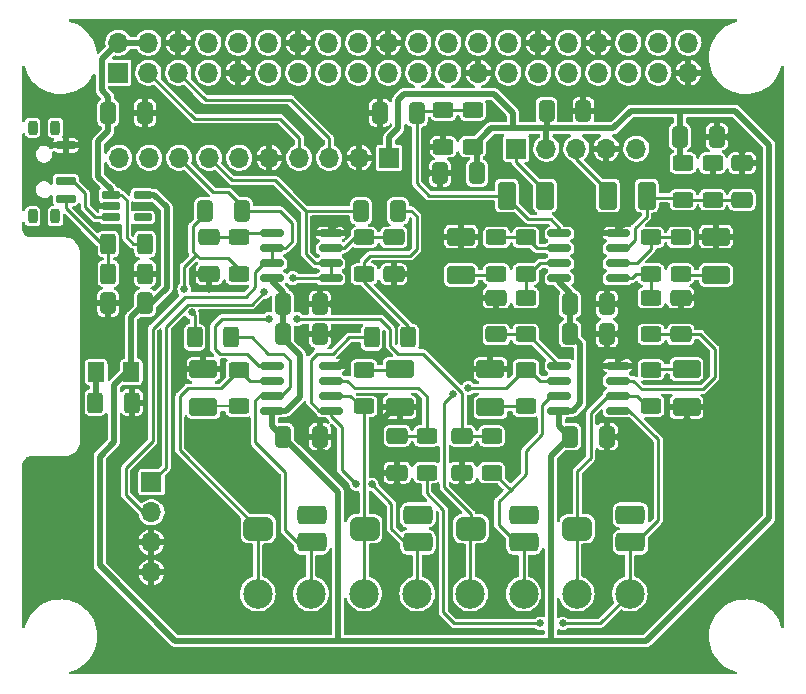
<source format=gtl>
G04 #@! TF.GenerationSoftware,KiCad,Pcbnew,(6.0.2)*
G04 #@! TF.CreationDate,2022-03-22T22:10:49-04:00*
G04 #@! TF.ProjectId,PCB,5043422e-6b69-4636-9164-5f7063625858,rev?*
G04 #@! TF.SameCoordinates,Original*
G04 #@! TF.FileFunction,Copper,L1,Top*
G04 #@! TF.FilePolarity,Positive*
%FSLAX46Y46*%
G04 Gerber Fmt 4.6, Leading zero omitted, Abs format (unit mm)*
G04 Created by KiCad (PCBNEW (6.0.2)) date 2022-03-22 22:10:49*
%MOMM*%
%LPD*%
G01*
G04 APERTURE LIST*
G04 Aperture macros list*
%AMRoundRect*
0 Rectangle with rounded corners*
0 $1 Rounding radius*
0 $2 $3 $4 $5 $6 $7 $8 $9 X,Y pos of 4 corners*
0 Add a 4 corners polygon primitive as box body*
4,1,4,$2,$3,$4,$5,$6,$7,$8,$9,$2,$3,0*
0 Add four circle primitives for the rounded corners*
1,1,$1+$1,$2,$3*
1,1,$1+$1,$4,$5*
1,1,$1+$1,$6,$7*
1,1,$1+$1,$8,$9*
0 Add four rect primitives between the rounded corners*
20,1,$1+$1,$2,$3,$4,$5,0*
20,1,$1+$1,$4,$5,$6,$7,0*
20,1,$1+$1,$6,$7,$8,$9,0*
20,1,$1+$1,$8,$9,$2,$3,0*%
G04 Aperture macros list end*
G04 #@! TA.AperFunction,ComponentPad*
%ADD10R,1.700000X1.700000*%
G04 #@! TD*
G04 #@! TA.AperFunction,ComponentPad*
%ADD11O,1.700000X1.700000*%
G04 #@! TD*
G04 #@! TA.AperFunction,SMDPad,CuDef*
%ADD12RoundRect,0.200000X-0.200000X0.400000X-0.200000X-0.400000X0.200000X-0.400000X0.200000X0.400000X0*%
G04 #@! TD*
G04 #@! TA.AperFunction,SMDPad,CuDef*
%ADD13RoundRect,0.175000X-0.675000X0.175000X-0.675000X-0.175000X0.675000X-0.175000X0.675000X0.175000X0*%
G04 #@! TD*
G04 #@! TA.AperFunction,SMDPad,CuDef*
%ADD14RoundRect,0.250001X0.499999X0.924999X-0.499999X0.924999X-0.499999X-0.924999X0.499999X-0.924999X0*%
G04 #@! TD*
G04 #@! TA.AperFunction,SMDPad,CuDef*
%ADD15RoundRect,0.250000X0.412500X0.650000X-0.412500X0.650000X-0.412500X-0.650000X0.412500X-0.650000X0*%
G04 #@! TD*
G04 #@! TA.AperFunction,SMDPad,CuDef*
%ADD16C,2.500000*%
G04 #@! TD*
G04 #@! TA.AperFunction,SMDPad,CuDef*
%ADD17RoundRect,0.250001X-0.924999X0.499999X-0.924999X-0.499999X0.924999X-0.499999X0.924999X0.499999X0*%
G04 #@! TD*
G04 #@! TA.AperFunction,SMDPad,CuDef*
%ADD18RoundRect,0.250000X-0.412500X-0.650000X0.412500X-0.650000X0.412500X0.650000X-0.412500X0.650000X0*%
G04 #@! TD*
G04 #@! TA.AperFunction,SMDPad,CuDef*
%ADD19RoundRect,0.250000X-0.625000X0.400000X-0.625000X-0.400000X0.625000X-0.400000X0.625000X0.400000X0*%
G04 #@! TD*
G04 #@! TA.AperFunction,SMDPad,CuDef*
%ADD20RoundRect,0.250000X0.650000X-0.412500X0.650000X0.412500X-0.650000X0.412500X-0.650000X-0.412500X0*%
G04 #@! TD*
G04 #@! TA.AperFunction,SMDPad,CuDef*
%ADD21RoundRect,0.400000X-0.850000X0.400000X-0.850000X-0.400000X0.850000X-0.400000X0.850000X0.400000X0*%
G04 #@! TD*
G04 #@! TA.AperFunction,SMDPad,CuDef*
%ADD22RoundRect,0.500000X0.750000X-0.500000X0.750000X0.500000X-0.750000X0.500000X-0.750000X-0.500000X0*%
G04 #@! TD*
G04 #@! TA.AperFunction,SMDPad,CuDef*
%ADD23RoundRect,0.400000X0.850000X-0.400000X0.850000X0.400000X-0.850000X0.400000X-0.850000X-0.400000X0*%
G04 #@! TD*
G04 #@! TA.AperFunction,SMDPad,CuDef*
%ADD24RoundRect,0.150000X0.825000X0.150000X-0.825000X0.150000X-0.825000X-0.150000X0.825000X-0.150000X0*%
G04 #@! TD*
G04 #@! TA.AperFunction,SMDPad,CuDef*
%ADD25RoundRect,0.250000X-0.650000X0.412500X-0.650000X-0.412500X0.650000X-0.412500X0.650000X0.412500X0*%
G04 #@! TD*
G04 #@! TA.AperFunction,SMDPad,CuDef*
%ADD26RoundRect,0.250001X0.924999X-0.499999X0.924999X0.499999X-0.924999X0.499999X-0.924999X-0.499999X0*%
G04 #@! TD*
G04 #@! TA.AperFunction,SMDPad,CuDef*
%ADD27RoundRect,0.250000X-0.400000X-0.625000X0.400000X-0.625000X0.400000X0.625000X-0.400000X0.625000X0*%
G04 #@! TD*
G04 #@! TA.AperFunction,SMDPad,CuDef*
%ADD28RoundRect,0.250001X-0.499999X-0.924999X0.499999X-0.924999X0.499999X0.924999X-0.499999X0.924999X0*%
G04 #@! TD*
G04 #@! TA.AperFunction,SMDPad,CuDef*
%ADD29RoundRect,0.250000X0.625000X-0.400000X0.625000X0.400000X-0.625000X0.400000X-0.625000X-0.400000X0*%
G04 #@! TD*
G04 #@! TA.AperFunction,SMDPad,CuDef*
%ADD30RoundRect,0.250000X0.400000X0.625000X-0.400000X0.625000X-0.400000X-0.625000X0.400000X-0.625000X0*%
G04 #@! TD*
G04 #@! TA.AperFunction,SMDPad,CuDef*
%ADD31RoundRect,0.250001X-0.462499X-0.624999X0.462499X-0.624999X0.462499X0.624999X-0.462499X0.624999X0*%
G04 #@! TD*
G04 #@! TA.AperFunction,SMDPad,CuDef*
%ADD32RoundRect,0.162500X-0.617500X-0.162500X0.617500X-0.162500X0.617500X0.162500X-0.617500X0.162500X0*%
G04 #@! TD*
G04 #@! TA.AperFunction,ViaPad*
%ADD33C,0.800000*%
G04 #@! TD*
G04 #@! TA.AperFunction,ViaPad*
%ADD34C,0.650000*%
G04 #@! TD*
G04 #@! TA.AperFunction,Conductor*
%ADD35C,0.254000*%
G04 #@! TD*
G04 #@! TA.AperFunction,Conductor*
%ADD36C,0.508000*%
G04 #@! TD*
G04 #@! TA.AperFunction,Conductor*
%ADD37C,0.250000*%
G04 #@! TD*
G04 #@! TA.AperFunction,Conductor*
%ADD38C,0.200000*%
G04 #@! TD*
G04 #@! TA.AperFunction,Conductor*
%ADD39C,0.152400*%
G04 #@! TD*
G04 APERTURE END LIST*
D10*
X101200000Y-119480000D03*
D11*
X101200000Y-122020000D03*
X101200000Y-124560000D03*
X101200000Y-127100000D03*
X142250000Y-91225000D03*
X139710000Y-91225000D03*
X137170000Y-91225000D03*
X134630000Y-91225000D03*
D10*
X132090000Y-91225000D03*
D12*
X93065000Y-89450000D03*
X91135000Y-96950000D03*
X91135000Y-89450000D03*
X93065000Y-96950000D03*
D13*
X93950000Y-90950000D03*
X93950000Y-93950000D03*
X93950000Y-95450000D03*
D14*
X143125000Y-95200000D03*
X139875000Y-95200000D03*
D15*
X128762500Y-93300000D03*
X125637500Y-93300000D03*
D16*
X114700000Y-128900000D03*
D17*
X146500000Y-109875000D03*
X146500000Y-113125000D03*
D18*
X118937500Y-96500000D03*
X122062500Y-96500000D03*
D19*
X132900000Y-109950000D03*
X132900000Y-113050000D03*
D16*
X119200000Y-128900000D03*
D20*
X130400000Y-106962500D03*
X130400000Y-103837500D03*
D19*
X146200000Y-92450000D03*
X146200000Y-95550000D03*
D21*
X123750000Y-122240000D03*
D22*
X119250000Y-123400000D03*
D23*
X123750000Y-124560000D03*
D18*
X112337500Y-106900000D03*
X115462500Y-106900000D03*
D19*
X130000000Y-115550000D03*
X130000000Y-118650000D03*
D16*
X137200000Y-128900000D03*
X141700000Y-128900000D03*
D24*
X116375000Y-102205000D03*
X116375000Y-100935000D03*
X116375000Y-99665000D03*
X116375000Y-98395000D03*
X111425000Y-98395000D03*
X111425000Y-99665000D03*
X111425000Y-100935000D03*
X111425000Y-102205000D03*
D25*
X121700000Y-98737500D03*
X121700000Y-101862500D03*
D19*
X108600000Y-98750000D03*
X108600000Y-101850000D03*
D15*
X100662500Y-104300000D03*
X97537500Y-104300000D03*
D18*
X145937500Y-90200000D03*
X149062500Y-90200000D03*
D24*
X140675000Y-113405000D03*
X140675000Y-112135000D03*
X140675000Y-110865000D03*
X140675000Y-109595000D03*
X135725000Y-109595000D03*
X135725000Y-110865000D03*
X135725000Y-112135000D03*
X135725000Y-113405000D03*
D25*
X127500000Y-115537500D03*
X127500000Y-118662500D03*
D26*
X127400000Y-101925000D03*
X127400000Y-98675000D03*
D19*
X125900000Y-87950000D03*
X125900000Y-91050000D03*
D25*
X122000000Y-115537500D03*
X122000000Y-118662500D03*
D27*
X97550000Y-101800000D03*
X100650000Y-101800000D03*
D20*
X151200000Y-95562500D03*
X151200000Y-92437500D03*
D24*
X140675000Y-102205000D03*
X140675000Y-100935000D03*
X140675000Y-99665000D03*
X140675000Y-98395000D03*
X135725000Y-98395000D03*
X135725000Y-99665000D03*
X135725000Y-100935000D03*
X135725000Y-102205000D03*
D21*
X132750000Y-122240000D03*
D22*
X128250000Y-123400000D03*
D23*
X132750000Y-124560000D03*
D26*
X149000000Y-101925000D03*
X149000000Y-98675000D03*
D17*
X122200000Y-109875000D03*
X122200000Y-113125000D03*
D16*
X132700000Y-128900000D03*
D10*
X121330000Y-92000000D03*
D11*
X118790000Y-92000000D03*
X116250000Y-92000000D03*
X113710000Y-92000000D03*
X111170000Y-92000000D03*
X108630000Y-92000000D03*
X106090000Y-92000000D03*
X103550000Y-92000000D03*
X101010000Y-92000000D03*
X98470000Y-92000000D03*
D24*
X116375000Y-113405000D03*
X116375000Y-112135000D03*
X116375000Y-110865000D03*
X116375000Y-109595000D03*
X111425000Y-109595000D03*
X111425000Y-110865000D03*
X111425000Y-112135000D03*
X111425000Y-113405000D03*
D16*
X128200000Y-128900000D03*
D28*
X131275000Y-95200000D03*
X134525000Y-95200000D03*
D25*
X106100000Y-98737500D03*
X106100000Y-101862500D03*
D15*
X123662500Y-88200000D03*
X120537500Y-88200000D03*
D19*
X146000000Y-98750000D03*
X146000000Y-101850000D03*
D29*
X128400000Y-91050000D03*
X128400000Y-87950000D03*
X132890000Y-106950000D03*
X132890000Y-103850000D03*
X119200000Y-113050000D03*
X119200000Y-109950000D03*
D15*
X108862500Y-96500000D03*
X105737500Y-96500000D03*
D29*
X148700000Y-95550000D03*
X148700000Y-92450000D03*
D16*
X123700000Y-128900000D03*
D30*
X122950000Y-107200000D03*
X119850000Y-107200000D03*
D19*
X124500000Y-115550000D03*
X124500000Y-118650000D03*
D26*
X129900000Y-113125000D03*
X129900000Y-109875000D03*
X105600000Y-113125000D03*
X105600000Y-109875000D03*
D27*
X99550000Y-112730000D03*
X96450000Y-112730000D03*
D19*
X108600000Y-109950000D03*
X108600000Y-113050000D03*
D31*
X99487500Y-110130000D03*
X96512500Y-110130000D03*
D21*
X114750000Y-122240000D03*
D22*
X110250000Y-123400000D03*
D23*
X114750000Y-124560000D03*
D29*
X143500000Y-113050000D03*
X143500000Y-109950000D03*
D18*
X136637500Y-106900000D03*
X139762500Y-106900000D03*
X112337500Y-115600000D03*
X115462500Y-115600000D03*
X136637500Y-104400000D03*
X139762500Y-104400000D03*
X97537500Y-88200000D03*
X100662500Y-88200000D03*
D29*
X132900000Y-101850000D03*
X132900000Y-98750000D03*
D19*
X130400000Y-98750000D03*
X130400000Y-101850000D03*
D18*
X134647500Y-88000000D03*
X137772500Y-88000000D03*
D27*
X104850000Y-107200000D03*
X107950000Y-107200000D03*
D16*
X110200000Y-128900000D03*
D29*
X143500000Y-106950000D03*
X143500000Y-103850000D03*
D21*
X141750000Y-122240000D03*
D22*
X137250000Y-123400000D03*
D23*
X141750000Y-124560000D03*
D29*
X143500000Y-101850000D03*
X143500000Y-98750000D03*
D30*
X100650000Y-99300000D03*
X97550000Y-99300000D03*
D18*
X136637500Y-115600000D03*
X139762500Y-115600000D03*
D20*
X146000000Y-106962500D03*
X146000000Y-103837500D03*
D19*
X119200000Y-98750000D03*
X119200000Y-101850000D03*
D18*
X112337500Y-104400000D03*
X115462500Y-104400000D03*
D32*
X97750000Y-95150000D03*
X97750000Y-96100000D03*
X97750000Y-97050000D03*
X100450000Y-97050000D03*
X100450000Y-95150000D03*
D10*
X98400000Y-84790000D03*
D11*
X98400000Y-82250000D03*
X100940000Y-84790000D03*
X100940000Y-82250000D03*
X103480000Y-84790000D03*
X103480000Y-82250000D03*
X106020000Y-84790000D03*
X106020000Y-82250000D03*
X108560000Y-84790000D03*
X108560000Y-82250000D03*
X111100000Y-84790000D03*
X111100000Y-82250000D03*
X113640000Y-84790000D03*
X113640000Y-82250000D03*
X116180000Y-84790000D03*
X116180000Y-82250000D03*
X118720000Y-84790000D03*
X118720000Y-82250000D03*
X121260000Y-84790000D03*
X121260000Y-82250000D03*
X123800000Y-84790000D03*
X123800000Y-82250000D03*
X126340000Y-84790000D03*
X126340000Y-82250000D03*
X128880000Y-84790000D03*
X128880000Y-82250000D03*
X131420000Y-84790000D03*
X131420000Y-82250000D03*
X133960000Y-84790000D03*
X133960000Y-82250000D03*
X136500000Y-84790000D03*
X136500000Y-82250000D03*
X139040000Y-84790000D03*
X139040000Y-82250000D03*
X141580000Y-84790000D03*
X141580000Y-82250000D03*
X144120000Y-84790000D03*
X144120000Y-82250000D03*
X146660000Y-84790000D03*
X146660000Y-82250000D03*
D33*
X139710000Y-92760000D03*
X136310000Y-93620000D03*
X139050000Y-88000000D03*
X121540000Y-130540000D03*
X102750000Y-124560000D03*
X135040000Y-134520000D03*
X115600000Y-117000000D03*
X116590000Y-94500000D03*
X130140000Y-125390000D03*
X141200000Y-97500000D03*
X116610000Y-87540000D03*
X147670000Y-122380000D03*
X146490000Y-133840000D03*
X99200000Y-101800000D03*
X104130000Y-95780000D03*
X127090000Y-134600000D03*
X150840000Y-98660000D03*
X140900000Y-104400000D03*
X140900000Y-106900000D03*
X122000000Y-119800000D03*
X129900000Y-108600000D03*
X140030000Y-119870000D03*
X95300000Y-90900000D03*
X106360000Y-128210000D03*
X143910000Y-126500000D03*
X150540000Y-117470000D03*
X141000000Y-108800000D03*
X106900000Y-116600000D03*
X112040000Y-125540000D03*
X120815096Y-114152831D03*
X96500000Y-95900000D03*
X107020000Y-89840000D03*
X129000000Y-103900000D03*
X109800000Y-119400000D03*
X147400000Y-103800000D03*
X99550000Y-114420000D03*
X125130000Y-104310000D03*
X93120000Y-126990000D03*
X116700000Y-97600000D03*
X116600000Y-104400000D03*
X127300000Y-107640000D03*
X116700000Y-134620000D03*
X147180000Y-117470000D03*
X127400000Y-97400000D03*
X102760000Y-127090000D03*
X108110000Y-134620000D03*
X151400000Y-112240000D03*
X103900000Y-109800000D03*
X119300000Y-88200000D03*
X92920000Y-121890000D03*
X151200000Y-91300000D03*
X138210000Y-101130000D03*
X124500000Y-91100000D03*
X136200000Y-118810000D03*
X105410000Y-122360000D03*
X151400000Y-107090000D03*
X146500000Y-114300000D03*
X150200000Y-90200000D03*
X140900000Y-115600000D03*
X99110000Y-133260000D03*
X124500000Y-93300000D03*
X120790000Y-125460000D03*
X101800000Y-88200000D03*
X96290000Y-104300000D03*
X121700000Y-103000000D03*
X148700000Y-93600000D03*
X116600000Y-106900000D03*
X106100000Y-103000000D03*
X127500000Y-119800000D03*
X117600000Y-108960000D03*
D34*
X113532406Y-105651119D03*
X111110000Y-105650912D03*
X110740000Y-103370000D03*
X113150000Y-102190000D03*
X104600000Y-105090000D03*
X103977098Y-103109296D03*
X128022532Y-111490881D03*
X126709319Y-112010681D03*
X134080000Y-131430000D03*
X136020000Y-131430000D03*
X118548500Y-119660000D03*
X119851500Y-119660000D03*
D35*
X139875000Y-94835000D02*
X139875000Y-95200000D01*
X137170000Y-92130000D02*
X139875000Y-94835000D01*
X137170000Y-91225000D02*
X137170000Y-92130000D01*
X132090000Y-92360000D02*
X134525000Y-94795000D01*
X134525000Y-94795000D02*
X134525000Y-95200000D01*
X132090000Y-91225000D02*
X132090000Y-92360000D01*
D36*
X139710000Y-91225000D02*
X139710000Y-92760000D01*
X137772500Y-88000000D02*
X139050000Y-88000000D01*
D35*
X141435000Y-99665000D02*
X140675000Y-99665000D01*
X143125000Y-96975000D02*
X142120000Y-97980000D01*
X143125000Y-95200000D02*
X143125000Y-96975000D01*
X142120000Y-97980000D02*
X142120000Y-98980000D01*
X142120000Y-98980000D02*
X141435000Y-99665000D01*
D36*
X134647500Y-88000000D02*
X134647500Y-89482500D01*
X134647500Y-89482500D02*
X134630000Y-89500000D01*
X134630000Y-91225000D02*
X134630000Y-89500000D01*
X134630000Y-89500000D02*
X131800000Y-89500000D01*
X140310000Y-89500000D02*
X134630000Y-89500000D01*
X141772500Y-88037500D02*
X140310000Y-89500000D01*
X145937500Y-88037500D02*
X141772500Y-88037500D01*
X150637500Y-88037500D02*
X153500000Y-90900000D01*
X145937500Y-88037500D02*
X150637500Y-88037500D01*
X98000000Y-111258750D02*
X99128750Y-110130000D01*
X99128750Y-110130000D02*
X99487500Y-110130000D01*
X98000000Y-116100000D02*
X98000000Y-111258750D01*
X96800000Y-117300000D02*
X98000000Y-116100000D01*
X96800000Y-126500000D02*
X96800000Y-117300000D01*
X103200000Y-132900000D02*
X96800000Y-126500000D01*
X117000000Y-132900000D02*
X103200000Y-132900000D01*
X99487500Y-105475000D02*
X99487500Y-110130000D01*
X113780000Y-108720000D02*
X112337500Y-107277500D01*
X122100000Y-89500000D02*
X122100000Y-87100000D01*
X111425000Y-114687500D02*
X112337500Y-115600000D01*
X111425000Y-102205000D02*
X111425000Y-102425000D01*
X137500000Y-112800000D02*
X137500000Y-107762500D01*
X117000000Y-120300000D02*
X117000000Y-132900000D01*
X111425000Y-113405000D02*
X112595000Y-113405000D01*
X101200000Y-104300000D02*
X100662500Y-104300000D01*
X128762500Y-93300000D02*
X128762500Y-91412500D01*
X136895000Y-113405000D02*
X137500000Y-112800000D01*
X145937500Y-92187500D02*
X146200000Y-92450000D01*
X112337500Y-106900000D02*
X112337500Y-104400000D01*
X135000000Y-132900000D02*
X135000000Y-117237500D01*
X121330000Y-92000000D02*
X121330000Y-90270000D01*
X136637500Y-103437500D02*
X136637500Y-104400000D01*
X145937500Y-90200000D02*
X145937500Y-92187500D01*
X129950000Y-89500000D02*
X131800000Y-89500000D01*
X117000000Y-132900000D02*
X135000000Y-132900000D01*
X121330000Y-90270000D02*
X122100000Y-89500000D01*
X131800000Y-88200000D02*
X131800000Y-89500000D01*
X145937500Y-90200000D02*
X145937500Y-88037500D01*
X135725000Y-113405000D02*
X135725000Y-114687500D01*
X135000000Y-132900000D02*
X143100000Y-132900000D01*
X102500000Y-103000000D02*
X101200000Y-104300000D01*
X130200000Y-86600000D02*
X131800000Y-88200000D01*
X112337500Y-103337500D02*
X112337500Y-104400000D01*
X135725000Y-102205000D02*
X135725000Y-102525000D01*
X111425000Y-113405000D02*
X111425000Y-114687500D01*
X128400000Y-91050000D02*
X129950000Y-89500000D01*
X99487500Y-105475000D02*
X100662500Y-104300000D01*
X101450000Y-95150000D02*
X102500000Y-96200000D01*
X135725000Y-102525000D02*
X136637500Y-103437500D01*
X143100000Y-132900000D02*
X153500000Y-122500000D01*
X100450000Y-95150000D02*
X101450000Y-95150000D01*
X111425000Y-102425000D02*
X112337500Y-103337500D01*
X112337500Y-115637500D02*
X117000000Y-120300000D01*
X113780000Y-112220000D02*
X113780000Y-108720000D01*
X122600000Y-86600000D02*
X130200000Y-86600000D01*
X122100000Y-87100000D02*
X122600000Y-86600000D01*
X112337500Y-115600000D02*
X112337500Y-115637500D01*
X137500000Y-107762500D02*
X136637500Y-106900000D01*
X136637500Y-104400000D02*
X136637500Y-106900000D01*
X112337500Y-107277500D02*
X112337500Y-106900000D01*
X135725000Y-113405000D02*
X136895000Y-113405000D01*
X135000000Y-117237500D02*
X136637500Y-115600000D01*
X153500000Y-122500000D02*
X153500000Y-90900000D01*
X102500000Y-96200000D02*
X102500000Y-103000000D01*
X128762500Y-91412500D02*
X128400000Y-91050000D01*
X112595000Y-113405000D02*
X113780000Y-112220000D01*
X135725000Y-114687500D02*
X136637500Y-115600000D01*
X115462500Y-106900000D02*
X116600000Y-106900000D01*
X120537500Y-88200000D02*
X119300000Y-88200000D01*
X140675000Y-109125000D02*
X141000000Y-108800000D01*
X120815096Y-114152831D02*
X121842927Y-113125000D01*
X149062500Y-90200000D02*
X150200000Y-90200000D01*
X125900000Y-91050000D02*
X124550000Y-91050000D01*
X97537500Y-104300000D02*
X96290000Y-104300000D01*
X121842927Y-113125000D02*
X122200000Y-113125000D01*
X100650000Y-101800000D02*
X99200000Y-101800000D01*
X140675000Y-98025000D02*
X141200000Y-97500000D01*
X115462500Y-104400000D02*
X116600000Y-104400000D01*
X127400000Y-98675000D02*
X127400000Y-97400000D01*
X151200000Y-92437500D02*
X151200000Y-91300000D01*
X129900000Y-109875000D02*
X129900000Y-108600000D01*
X146000000Y-103837500D02*
X147362500Y-103837500D01*
X116965000Y-109595000D02*
X116375000Y-109595000D01*
X103975000Y-109875000D02*
X103900000Y-109800000D01*
X116375000Y-97925000D02*
X116700000Y-97600000D01*
X127500000Y-118662500D02*
X127500000Y-119800000D01*
X102750000Y-127100000D02*
X102760000Y-127090000D01*
X121700000Y-101862500D02*
X121700000Y-103000000D01*
X139762500Y-106900000D02*
X140900000Y-106900000D01*
X148700000Y-92450000D02*
X148700000Y-93600000D01*
X147362500Y-103837500D02*
X147400000Y-103800000D01*
X140675000Y-98395000D02*
X140675000Y-98025000D01*
X139762500Y-115600000D02*
X140900000Y-115600000D01*
X140675000Y-109595000D02*
X140675000Y-109125000D01*
X101200000Y-127100000D02*
X102750000Y-127100000D01*
X115462500Y-115600000D02*
X115462500Y-116862500D01*
X99550000Y-112730000D02*
X99550000Y-114420000D01*
X149000000Y-98675000D02*
X150825000Y-98675000D01*
X93950000Y-90950000D02*
X95250000Y-90950000D01*
X106100000Y-101862500D02*
X106100000Y-103000000D01*
X101200000Y-124560000D02*
X102750000Y-124560000D01*
X105600000Y-109875000D02*
X103975000Y-109875000D01*
X139762500Y-104400000D02*
X140900000Y-104400000D01*
X100662500Y-88200000D02*
X101800000Y-88200000D01*
X130400000Y-103837500D02*
X129062500Y-103837500D01*
X125637500Y-93300000D02*
X124500000Y-93300000D01*
X117600000Y-108960000D02*
X116965000Y-109595000D01*
X124550000Y-91050000D02*
X124500000Y-91100000D01*
X95250000Y-90950000D02*
X95300000Y-90900000D01*
X150825000Y-98675000D02*
X150840000Y-98660000D01*
X122000000Y-118662500D02*
X122000000Y-119800000D01*
X115462500Y-116862500D02*
X115600000Y-117000000D01*
X97750000Y-96100000D02*
X96700000Y-96100000D01*
X96700000Y-96100000D02*
X96500000Y-95900000D01*
X129062500Y-103837500D02*
X129000000Y-103900000D01*
X146500000Y-113125000D02*
X146500000Y-114300000D01*
X116375000Y-98395000D02*
X116375000Y-97925000D01*
X97750000Y-94650000D02*
X97750000Y-95150000D01*
X97537500Y-88200000D02*
X97537500Y-89762500D01*
X97000000Y-83650000D02*
X98400000Y-82250000D01*
X96700000Y-93600000D02*
X97750000Y-94650000D01*
X97537500Y-86837500D02*
X97000000Y-86300000D01*
X97537500Y-88200000D02*
X97537500Y-86837500D01*
X98400000Y-82250000D02*
X100940000Y-82250000D01*
D35*
X99090000Y-95610000D02*
X98630000Y-95150000D01*
X99090000Y-98730000D02*
X99090000Y-95610000D01*
X99660000Y-99300000D02*
X99090000Y-98730000D01*
X100650000Y-99300000D02*
X99660000Y-99300000D01*
D36*
X97000000Y-86300000D02*
X97000000Y-83650000D01*
D35*
X98630000Y-95150000D02*
X97750000Y-95150000D01*
D36*
X96700000Y-90600000D02*
X96700000Y-93600000D01*
X97537500Y-89762500D02*
X96700000Y-90600000D01*
D35*
X151187500Y-95550000D02*
X151200000Y-95562500D01*
X143125000Y-95200000D02*
X143325000Y-95400000D01*
X146050000Y-95400000D02*
X146200000Y-95550000D01*
X146200000Y-95550000D02*
X148700000Y-95550000D01*
X143325000Y-95400000D02*
X146050000Y-95400000D01*
X148700000Y-95550000D02*
X151187500Y-95550000D01*
X123862500Y-88000000D02*
X125850000Y-88000000D01*
X124700000Y-95200000D02*
X131275000Y-95200000D01*
X135000000Y-97200000D02*
X135725000Y-97925000D01*
X131275000Y-95375000D02*
X133100000Y-97200000D01*
X135725000Y-97925000D02*
X135725000Y-98395000D01*
X123662500Y-88200000D02*
X123862500Y-88000000D01*
X125900000Y-87950000D02*
X128400000Y-87950000D01*
X123662500Y-94162500D02*
X124700000Y-95200000D01*
X123662500Y-88200000D02*
X123662500Y-94162500D01*
X125850000Y-88000000D02*
X125900000Y-87950000D01*
X133100000Y-97200000D02*
X135000000Y-97200000D01*
X131275000Y-95200000D02*
X131275000Y-95375000D01*
X146075000Y-101925000D02*
X146000000Y-101850000D01*
X149000000Y-101925000D02*
X146075000Y-101925000D01*
X130325000Y-101925000D02*
X130400000Y-101850000D01*
X127400000Y-101925000D02*
X130325000Y-101925000D01*
X147900000Y-111600000D02*
X148900000Y-110600000D01*
X141965000Y-110865000D02*
X142700000Y-111600000D01*
X143500000Y-106950000D02*
X145987500Y-106950000D01*
X142700000Y-111600000D02*
X147900000Y-111600000D01*
X148900000Y-108180000D02*
X147682500Y-106962500D01*
X140675000Y-110865000D02*
X141965000Y-110865000D01*
X148900000Y-110600000D02*
X148900000Y-108180000D01*
X147682500Y-106962500D02*
X146000000Y-106962500D01*
X145987500Y-106950000D02*
X146000000Y-106962500D01*
X132890000Y-106950000D02*
X130412500Y-106950000D01*
X135695000Y-109595000D02*
X135725000Y-109595000D01*
X132890000Y-106950000D02*
X133050000Y-106950000D01*
X130412500Y-106950000D02*
X130400000Y-106962500D01*
X133050000Y-106950000D02*
X135695000Y-109595000D01*
X143575000Y-109875000D02*
X143500000Y-109950000D01*
X146500000Y-109875000D02*
X143575000Y-109875000D01*
D37*
X132900000Y-113050000D02*
X129975000Y-113050000D01*
X129975000Y-113050000D02*
X129900000Y-113125000D01*
D35*
X118400000Y-111500000D02*
X123800000Y-111500000D01*
X117765000Y-110865000D02*
X118400000Y-111500000D01*
X116375000Y-110865000D02*
X117765000Y-110865000D01*
X124500000Y-115550000D02*
X122012500Y-115550000D01*
X124500000Y-112200000D02*
X124500000Y-115550000D01*
X123800000Y-111500000D02*
X124500000Y-112200000D01*
X122012500Y-115550000D02*
X122000000Y-115537500D01*
X121400000Y-107900000D02*
X121400000Y-106500000D01*
X110265000Y-109595000D02*
X111425000Y-109595000D01*
X121400000Y-106500000D02*
X120551501Y-105651501D01*
X109270000Y-108600000D02*
X110265000Y-109595000D01*
X113532461Y-105651501D02*
X113532461Y-105651174D01*
X113532461Y-105651174D02*
X113532406Y-105651119D01*
X106560000Y-106240000D02*
X106560000Y-108200000D01*
X111110000Y-105650912D02*
X107149088Y-105650912D01*
X124220000Y-108600000D02*
X122100000Y-108600000D01*
X127500000Y-115537500D02*
X127500000Y-111880000D01*
X127512500Y-115550000D02*
X127500000Y-115537500D01*
X106560000Y-108200000D02*
X106960000Y-108600000D01*
X130000000Y-115550000D02*
X127512500Y-115550000D01*
X106960000Y-108600000D02*
X109270000Y-108600000D01*
X127500000Y-111880000D02*
X124220000Y-108600000D01*
X107149088Y-105650912D02*
X106560000Y-106240000D01*
X122100000Y-108600000D02*
X121400000Y-107900000D01*
X120551501Y-105651501D02*
X113532461Y-105651501D01*
D37*
X122125000Y-109950000D02*
X122200000Y-109875000D01*
X119200000Y-109950000D02*
X122125000Y-109950000D01*
D38*
X105675000Y-113050000D02*
X105600000Y-113125000D01*
X108600000Y-113050000D02*
X105675000Y-113050000D01*
D35*
X117535000Y-99665000D02*
X118450000Y-98750000D01*
X119200000Y-98750000D02*
X121687500Y-98750000D01*
X118450000Y-98750000D02*
X119200000Y-98750000D01*
X116375000Y-99665000D02*
X117535000Y-99665000D01*
X121687500Y-98750000D02*
X121700000Y-98737500D01*
X111420000Y-98400000D02*
X108950000Y-98400000D01*
X108600000Y-98750000D02*
X106112500Y-98750000D01*
X106112500Y-98750000D02*
X106100000Y-98737500D01*
X111425000Y-98395000D02*
X111420000Y-98400000D01*
X108950000Y-98400000D02*
X108600000Y-98750000D01*
X102440000Y-118240000D02*
X102440000Y-106328623D01*
X101200000Y-119480000D02*
X102440000Y-118240000D01*
X116375000Y-100935000D02*
X116375000Y-102205000D01*
X114260000Y-96500000D02*
X114700000Y-96500000D01*
X108000000Y-93900000D02*
X106100000Y-92000000D01*
X114260000Y-100160000D02*
X114260000Y-96500000D01*
X114260000Y-96500000D02*
X111660000Y-93900000D01*
X115035000Y-100935000D02*
X114260000Y-100160000D01*
X113165000Y-102205000D02*
X116375000Y-102205000D01*
X116375000Y-100935000D02*
X115035000Y-100935000D01*
X111660000Y-93900000D02*
X108000000Y-93900000D01*
X104330134Y-104438489D02*
X109671511Y-104438489D01*
X102440000Y-106328623D02*
X104330134Y-104438489D01*
X106100000Y-92000000D02*
X106090000Y-92000000D01*
X109671511Y-104438489D02*
X110740000Y-103370000D01*
X113150000Y-102190000D02*
X113165000Y-102205000D01*
X118937500Y-96500000D02*
X114700000Y-96500000D01*
X123640000Y-96960000D02*
X123180000Y-96500000D01*
X123090000Y-100300000D02*
X123640000Y-99750000D01*
X122950000Y-106250000D02*
X122950000Y-107200000D01*
X119200000Y-102500000D02*
X122950000Y-106250000D01*
X119200000Y-101850000D02*
X119200000Y-102500000D01*
X119200000Y-101850000D02*
X119200000Y-100800000D01*
X123640000Y-99750000D02*
X123640000Y-96960000D01*
X119700000Y-100300000D02*
X123090000Y-100300000D01*
X123180000Y-96500000D02*
X122062500Y-96500000D01*
X119200000Y-100800000D02*
X119700000Y-100300000D01*
X108862500Y-96062500D02*
X108862500Y-96500000D01*
X99020000Y-120540000D02*
X100500000Y-122020000D01*
X109970000Y-101660000D02*
X109970000Y-102980000D01*
X109970000Y-102980000D02*
X109190000Y-103760000D01*
X112535000Y-99665000D02*
X113100000Y-99100000D01*
X110695000Y-100935000D02*
X109970000Y-101660000D01*
X113100000Y-99100000D02*
X113100000Y-97500000D01*
X100500000Y-122020000D02*
X101200000Y-122020000D01*
X103550000Y-92000000D02*
X106450000Y-94900000D01*
X111425000Y-99665000D02*
X111425000Y-100935000D01*
X107700000Y-94900000D02*
X108862500Y-96062500D01*
X99020000Y-118260000D02*
X99020000Y-120540000D01*
X112100000Y-96500000D02*
X108862500Y-96500000D01*
X113100000Y-97500000D02*
X112100000Y-96500000D01*
X109190000Y-103760000D02*
X104009300Y-103760000D01*
X101300000Y-115980000D02*
X99020000Y-118260000D01*
X101300000Y-106469300D02*
X101300000Y-115980000D01*
X104009300Y-103760000D02*
X101300000Y-106469300D01*
X111425000Y-99665000D02*
X112535000Y-99665000D01*
X111425000Y-100935000D02*
X110695000Y-100935000D01*
X106450000Y-94900000D02*
X107700000Y-94900000D01*
X107700000Y-100500000D02*
X105300000Y-100500000D01*
X104850000Y-105340000D02*
X104850000Y-107200000D01*
X104600000Y-105090000D02*
X104850000Y-105340000D01*
X104700000Y-99900000D02*
X104700000Y-97800000D01*
X108600000Y-101400000D02*
X107700000Y-100500000D01*
X103980000Y-103106394D02*
X103980000Y-101220000D01*
X108600000Y-101850000D02*
X108600000Y-101400000D01*
X103980000Y-101220000D02*
X105000000Y-100200000D01*
X105300000Y-100500000D02*
X105000000Y-100200000D01*
X104700000Y-97800000D02*
X105737500Y-96762500D01*
X105000000Y-100200000D02*
X104700000Y-99900000D01*
X103977098Y-103109296D02*
X103980000Y-103106394D01*
X105737500Y-96762500D02*
X105737500Y-96500000D01*
X116250000Y-90350000D02*
X116250000Y-92000000D01*
X105790000Y-87100000D02*
X113000000Y-87100000D01*
X103480000Y-84790000D02*
X105790000Y-87100000D01*
X113000000Y-87100000D02*
X116250000Y-90350000D01*
X113710000Y-92000000D02*
X113710000Y-90310000D01*
X104850000Y-88700000D02*
X100940000Y-84790000D01*
X112100000Y-88700000D02*
X104850000Y-88700000D01*
X113710000Y-90310000D02*
X112100000Y-88700000D01*
X134068395Y-110865000D02*
X135725000Y-110865000D01*
X128031651Y-111500000D02*
X131200000Y-111500000D01*
X126709319Y-112010681D02*
X125970000Y-112750000D01*
X125970000Y-119870000D02*
X128250000Y-122150000D01*
X131200000Y-111500000D02*
X132750000Y-109950000D01*
X128200000Y-128900000D02*
X128200000Y-123450000D01*
X125970000Y-112750000D02*
X125970000Y-119870000D01*
X128200000Y-123450000D02*
X128250000Y-123400000D01*
X132750000Y-109950000D02*
X132900000Y-109950000D01*
X132900000Y-109950000D02*
X133153395Y-109950000D01*
X128250000Y-122150000D02*
X128250000Y-123400000D01*
X133153395Y-109950000D02*
X134068395Y-110865000D01*
X128022532Y-111490881D02*
X128031651Y-111500000D01*
X104300000Y-111500000D02*
X107100000Y-111500000D01*
X103600000Y-116750000D02*
X103600000Y-112200000D01*
X103600000Y-112200000D02*
X104300000Y-111500000D01*
X110200000Y-123450000D02*
X110200000Y-128900000D01*
X109515000Y-110865000D02*
X111425000Y-110865000D01*
X110250000Y-123400000D02*
X103600000Y-116750000D01*
X108600000Y-110000000D02*
X108600000Y-109950000D01*
X107100000Y-111500000D02*
X108600000Y-110000000D01*
X110250000Y-123400000D02*
X110200000Y-123450000D01*
X108600000Y-109950000D02*
X109515000Y-110865000D01*
X143500000Y-113050000D02*
X143187807Y-113050000D01*
X138400000Y-117400000D02*
X138400000Y-113600000D01*
X142272807Y-112135000D02*
X140675000Y-112135000D01*
X137200000Y-128900000D02*
X137200000Y-123450000D01*
X137250000Y-123400000D02*
X137250000Y-118550000D01*
X137250000Y-118550000D02*
X138400000Y-117400000D01*
X138400000Y-113600000D02*
X139865000Y-112135000D01*
X143187807Y-113050000D02*
X142272807Y-112135000D01*
X139865000Y-112135000D02*
X140675000Y-112135000D01*
X137200000Y-123450000D02*
X137250000Y-123400000D01*
X118931132Y-113050000D02*
X118016132Y-112135000D01*
X118016132Y-112135000D02*
X116375000Y-112135000D01*
X119200000Y-123450000D02*
X119250000Y-123400000D01*
X119200000Y-113050000D02*
X118931132Y-113050000D01*
X119250000Y-123400000D02*
X119200000Y-123350000D01*
X119200000Y-123350000D02*
X119200000Y-113050000D01*
X119200000Y-128900000D02*
X119200000Y-123450000D01*
X142265000Y-100935000D02*
X140675000Y-100935000D01*
X143500000Y-98750000D02*
X146000000Y-98750000D01*
X143500000Y-98750000D02*
X143500000Y-99700000D01*
X143500000Y-99700000D02*
X142265000Y-100935000D01*
X133815000Y-99665000D02*
X135725000Y-99665000D01*
X132900000Y-98750000D02*
X133815000Y-99665000D01*
X132900000Y-98750000D02*
X130400000Y-98750000D01*
X143500000Y-101850000D02*
X142250000Y-101850000D01*
X142250000Y-101850000D02*
X141895000Y-102205000D01*
X143500000Y-101850000D02*
X143500000Y-103850000D01*
X141895000Y-102205000D02*
X140675000Y-102205000D01*
X132890000Y-103850000D02*
X132890000Y-101860000D01*
X134100298Y-100935000D02*
X133185298Y-101850000D01*
X132890000Y-101860000D02*
X132900000Y-101850000D01*
X135725000Y-100935000D02*
X134100298Y-100935000D01*
X133185298Y-101850000D02*
X132900000Y-101850000D01*
X125900000Y-130500000D02*
X125900000Y-121800000D01*
X124500000Y-120400000D02*
X124500000Y-118650000D01*
X125900000Y-121800000D02*
X124500000Y-120400000D01*
X141655000Y-113405000D02*
X144100000Y-115850000D01*
X126830000Y-131430000D02*
X125900000Y-130500000D01*
X142240000Y-124560000D02*
X141750000Y-124560000D01*
X136020000Y-131430000D02*
X139170000Y-131430000D01*
X144100000Y-122700000D02*
X142240000Y-124560000D01*
X140675000Y-113405000D02*
X141655000Y-113405000D01*
X139170000Y-131430000D02*
X141700000Y-128900000D01*
X134080000Y-131430000D02*
X126830000Y-131430000D01*
X144100000Y-115850000D02*
X144100000Y-122700000D01*
X141700000Y-124610000D02*
X141750000Y-124560000D01*
X141700000Y-128900000D02*
X141700000Y-124610000D01*
X135065000Y-112135000D02*
X134300000Y-112900000D01*
X132700000Y-124610000D02*
X132700000Y-128900000D01*
X132750000Y-124560000D02*
X132700000Y-124610000D01*
X132900000Y-116800000D02*
X132900000Y-118800000D01*
X134300000Y-112900000D02*
X134300000Y-115400000D01*
X131600000Y-120100000D02*
X130150000Y-118650000D01*
X130600000Y-123100000D02*
X132060000Y-124560000D01*
X132060000Y-124560000D02*
X132750000Y-124560000D01*
X134300000Y-115400000D02*
X132900000Y-116800000D01*
X130150000Y-118650000D02*
X130000000Y-118650000D01*
X135725000Y-112135000D02*
X135065000Y-112135000D01*
X130600000Y-121100000D02*
X130600000Y-123100000D01*
X131600000Y-120100000D02*
X130600000Y-121100000D01*
X132900000Y-118800000D02*
X131600000Y-120100000D01*
X123700000Y-128900000D02*
X123700000Y-124610000D01*
X114700000Y-112700000D02*
X114700000Y-109100000D01*
X114700000Y-109100000D02*
X115200000Y-108600000D01*
X118548500Y-119660000D02*
X117300000Y-118411500D01*
X122660000Y-124560000D02*
X123750000Y-124560000D01*
X116375000Y-113881037D02*
X116375000Y-113405000D01*
X115200000Y-108600000D02*
X116550000Y-108600000D01*
X117300000Y-114806037D02*
X116375000Y-113881037D01*
X119851500Y-119660000D02*
X121500000Y-121308500D01*
X121500000Y-123400000D02*
X122660000Y-124560000D01*
X117950000Y-107200000D02*
X119850000Y-107200000D01*
X116550000Y-108600000D02*
X117950000Y-107200000D01*
X121500000Y-121308500D02*
X121500000Y-123400000D01*
X116375000Y-113405000D02*
X115405000Y-113405000D01*
X115405000Y-113405000D02*
X114700000Y-112700000D01*
X123700000Y-124610000D02*
X123750000Y-124560000D01*
X117300000Y-118411500D02*
X117300000Y-114806037D01*
X114700000Y-124610000D02*
X114750000Y-124560000D01*
X112370000Y-108600000D02*
X112900000Y-109130000D01*
X112520000Y-123520000D02*
X112520000Y-118620000D01*
X111100000Y-108600000D02*
X112370000Y-108600000D01*
X112165000Y-112135000D02*
X111425000Y-112135000D01*
X109700000Y-107200000D02*
X111100000Y-108600000D01*
X110365000Y-112135000D02*
X111425000Y-112135000D01*
X114750000Y-124560000D02*
X113560000Y-124560000D01*
X107950000Y-107200000D02*
X109700000Y-107200000D01*
X114700000Y-128900000D02*
X114700000Y-124610000D01*
X113560000Y-124560000D02*
X112520000Y-123520000D01*
X112900000Y-109130000D02*
X112900000Y-111400000D01*
X112520000Y-118620000D02*
X110000000Y-116100000D01*
X110000000Y-112500000D02*
X110365000Y-112135000D01*
X110000000Y-116100000D02*
X110000000Y-112500000D01*
X112900000Y-111400000D02*
X112165000Y-112135000D01*
X97000000Y-99300000D02*
X93950000Y-96250000D01*
X97550000Y-99300000D02*
X97000000Y-99300000D01*
X93950000Y-96250000D02*
X93950000Y-95450000D01*
X97550000Y-99300000D02*
X97550000Y-101800000D01*
X95600000Y-95000000D02*
X94550000Y-93950000D01*
X97750000Y-97050000D02*
X96450000Y-97050000D01*
X96450000Y-97050000D02*
X95600000Y-96200000D01*
X95600000Y-96200000D02*
X95600000Y-95000000D01*
X94550000Y-93950000D02*
X93950000Y-93950000D01*
D39*
X96512500Y-112667500D02*
X96450000Y-112730000D01*
D36*
X96512500Y-110130000D02*
X96512500Y-112667500D01*
G04 #@! TA.AperFunction,Conductor*
G36*
X150746401Y-80274002D02*
G01*
X150792894Y-80327658D01*
X150802998Y-80397932D01*
X150773504Y-80462512D01*
X150712164Y-80501359D01*
X150499402Y-80560763D01*
X150496154Y-80562075D01*
X150496146Y-80562078D01*
X150181268Y-80689297D01*
X150181264Y-80689299D01*
X150178004Y-80690616D01*
X150174917Y-80692285D01*
X150174913Y-80692287D01*
X150068628Y-80749756D01*
X149873084Y-80855486D01*
X149588442Y-81053317D01*
X149585800Y-81055630D01*
X149585796Y-81055633D01*
X149352890Y-81259527D01*
X149327626Y-81281644D01*
X149325251Y-81284245D01*
X149124720Y-81503855D01*
X149093886Y-81537622D01*
X148890137Y-81818058D01*
X148718918Y-82119459D01*
X148582362Y-82438067D01*
X148558638Y-82516644D01*
X148501471Y-82705994D01*
X148482173Y-82769911D01*
X148463260Y-82872958D01*
X148432964Y-83038031D01*
X148419598Y-83110855D01*
X148395418Y-83456649D01*
X148409933Y-83802984D01*
X148462964Y-84145542D01*
X148553849Y-84480054D01*
X148681455Y-84802350D01*
X148683110Y-84805462D01*
X148683112Y-84805467D01*
X148760308Y-84950651D01*
X148844192Y-85108414D01*
X148846177Y-85111312D01*
X148846183Y-85111323D01*
X149038041Y-85391524D01*
X149038046Y-85391530D01*
X149040032Y-85394431D01*
X149266533Y-85656834D01*
X149269103Y-85659214D01*
X149269107Y-85659218D01*
X149313193Y-85700042D01*
X149520872Y-85892355D01*
X149523694Y-85894436D01*
X149523697Y-85894438D01*
X149527830Y-85897485D01*
X149799879Y-86098057D01*
X149802916Y-86099811D01*
X149802920Y-86099813D01*
X149929795Y-86173064D01*
X150100077Y-86271376D01*
X150238899Y-86332026D01*
X150414503Y-86408746D01*
X150414506Y-86408747D01*
X150417724Y-86410153D01*
X150421081Y-86411192D01*
X150421086Y-86411194D01*
X150606570Y-86468611D01*
X150748860Y-86512657D01*
X150792690Y-86521018D01*
X151085908Y-86576952D01*
X151085913Y-86576953D01*
X151089359Y-86577610D01*
X151316362Y-86595077D01*
X151431479Y-86603935D01*
X151431480Y-86603935D01*
X151434976Y-86604204D01*
X151660783Y-86596319D01*
X151777889Y-86592230D01*
X151777894Y-86592230D01*
X151781404Y-86592107D01*
X152012934Y-86557917D01*
X152120845Y-86541982D01*
X152120849Y-86541981D01*
X152124324Y-86541468D01*
X152127716Y-86540572D01*
X152127720Y-86540571D01*
X152456071Y-86453817D01*
X152456072Y-86453817D01*
X152459462Y-86452921D01*
X152782642Y-86327568D01*
X153089834Y-86166972D01*
X153377211Y-85973134D01*
X153469607Y-85894499D01*
X153638516Y-85750745D01*
X153638517Y-85750744D01*
X153641189Y-85748470D01*
X153735535Y-85648002D01*
X153876069Y-85498350D01*
X153876073Y-85498345D01*
X153878480Y-85495782D01*
X153880585Y-85492968D01*
X153880591Y-85492961D01*
X154058098Y-85255682D01*
X154086125Y-85218217D01*
X154106271Y-85183880D01*
X154180919Y-85056644D01*
X154261536Y-84919236D01*
X154262968Y-84916020D01*
X154401094Y-84605783D01*
X154401096Y-84605778D01*
X154402526Y-84602566D01*
X154499898Y-84295611D01*
X154539561Y-84236727D01*
X154604764Y-84208635D01*
X154674803Y-84220252D01*
X154727443Y-84267892D01*
X154746000Y-84333710D01*
X154746000Y-131676790D01*
X154725998Y-131744911D01*
X154672342Y-131791404D01*
X154602068Y-131801508D01*
X154537488Y-131772014D01*
X154498881Y-131711520D01*
X154498283Y-131709435D01*
X154432180Y-131478907D01*
X154385805Y-131366392D01*
X154301424Y-131161668D01*
X154301420Y-131161660D01*
X154300086Y-131158423D01*
X154133092Y-130854662D01*
X154127390Y-130846578D01*
X153935309Y-130574287D01*
X153935308Y-130574286D01*
X153933278Y-130571408D01*
X153703136Y-130312192D01*
X153666634Y-130279325D01*
X153448151Y-130082602D01*
X153448148Y-130082600D01*
X153445533Y-130080245D01*
X153405120Y-130051312D01*
X153166548Y-129880511D01*
X153166541Y-129880507D01*
X153163681Y-129878459D01*
X152861092Y-129709348D01*
X152541539Y-129575020D01*
X152538170Y-129574029D01*
X152538166Y-129574027D01*
X152391680Y-129530914D01*
X152209003Y-129477149D01*
X151867631Y-129416956D01*
X151864122Y-129416735D01*
X151864120Y-129416735D01*
X151525194Y-129395412D01*
X151525188Y-129395412D01*
X151521676Y-129395191D01*
X151422917Y-129400021D01*
X151178958Y-129411952D01*
X151178949Y-129411953D01*
X151175451Y-129412124D01*
X151171983Y-129412686D01*
X151171980Y-129412686D01*
X150836747Y-129466982D01*
X150836744Y-129466983D01*
X150833272Y-129467545D01*
X150499402Y-129560763D01*
X150496154Y-129562075D01*
X150496146Y-129562078D01*
X150181268Y-129689297D01*
X150181264Y-129689299D01*
X150178004Y-129690616D01*
X150174917Y-129692285D01*
X150174913Y-129692287D01*
X150126733Y-129718338D01*
X149873084Y-129855486D01*
X149588442Y-130053317D01*
X149585800Y-130055630D01*
X149585796Y-130055633D01*
X149367704Y-130246558D01*
X149327626Y-130281644D01*
X149093886Y-130537622D01*
X148890137Y-130818058D01*
X148718918Y-131119459D01*
X148582362Y-131438067D01*
X148581345Y-131441436D01*
X148491442Y-131739212D01*
X148482173Y-131769911D01*
X148473790Y-131815585D01*
X148426111Y-132075370D01*
X148419598Y-132110855D01*
X148395418Y-132456649D01*
X148409933Y-132802984D01*
X148462964Y-133145542D01*
X148553849Y-133480054D01*
X148681455Y-133802350D01*
X148844192Y-134108414D01*
X148846177Y-134111312D01*
X148846183Y-134111323D01*
X149038041Y-134391524D01*
X149038046Y-134391530D01*
X149040032Y-134394431D01*
X149266533Y-134656834D01*
X149269103Y-134659214D01*
X149269107Y-134659218D01*
X149326218Y-134712103D01*
X149520872Y-134892355D01*
X149799879Y-135098057D01*
X149802916Y-135099811D01*
X149802920Y-135099813D01*
X149922070Y-135168604D01*
X150100077Y-135271376D01*
X150258900Y-135340764D01*
X150414503Y-135408746D01*
X150414506Y-135408747D01*
X150417724Y-135410153D01*
X150421081Y-135411192D01*
X150421086Y-135411194D01*
X150632922Y-135476768D01*
X150702093Y-135498180D01*
X150706793Y-135499635D01*
X150765953Y-135538886D01*
X150794500Y-135603891D01*
X150783371Y-135674010D01*
X150736100Y-135726981D01*
X150669534Y-135746000D01*
X94320349Y-135746000D01*
X94252228Y-135725998D01*
X94205735Y-135672342D01*
X94195631Y-135602068D01*
X94225125Y-135537488D01*
X94288163Y-135498180D01*
X94456071Y-135453817D01*
X94456072Y-135453817D01*
X94459462Y-135452921D01*
X94782642Y-135327568D01*
X95089834Y-135166972D01*
X95377211Y-134973134D01*
X95641189Y-134748470D01*
X95753161Y-134629233D01*
X95876069Y-134498350D01*
X95876073Y-134498345D01*
X95878480Y-134495782D01*
X95880585Y-134492968D01*
X95880591Y-134492961D01*
X96084016Y-134221036D01*
X96086125Y-134218217D01*
X96105668Y-134184908D01*
X96153098Y-134104065D01*
X96261536Y-133919236D01*
X96262968Y-133916020D01*
X96401094Y-133605783D01*
X96401096Y-133605778D01*
X96402526Y-133602566D01*
X96507339Y-133272154D01*
X96512998Y-133243576D01*
X96573985Y-132935567D01*
X96573986Y-132935562D01*
X96574668Y-132932116D01*
X96603674Y-132586693D01*
X96604885Y-132500000D01*
X96602659Y-132460176D01*
X96585731Y-132157411D01*
X96585535Y-132153902D01*
X96577667Y-132107382D01*
X96528314Y-131815585D01*
X96528312Y-131815577D01*
X96527727Y-131812117D01*
X96432180Y-131478907D01*
X96385805Y-131366392D01*
X96301424Y-131161668D01*
X96301420Y-131161660D01*
X96300086Y-131158423D01*
X96133092Y-130854662D01*
X96127390Y-130846578D01*
X95935309Y-130574287D01*
X95935308Y-130574286D01*
X95933278Y-130571408D01*
X95703136Y-130312192D01*
X95666634Y-130279325D01*
X95448151Y-130082602D01*
X95448148Y-130082600D01*
X95445533Y-130080245D01*
X95405120Y-130051312D01*
X95166548Y-129880511D01*
X95166541Y-129880507D01*
X95163681Y-129878459D01*
X94861092Y-129709348D01*
X94541539Y-129575020D01*
X94538170Y-129574029D01*
X94538166Y-129574027D01*
X94391680Y-129530914D01*
X94209003Y-129477149D01*
X93867631Y-129416956D01*
X93864122Y-129416735D01*
X93864120Y-129416735D01*
X93525194Y-129395412D01*
X93525188Y-129395412D01*
X93521676Y-129395191D01*
X93422917Y-129400021D01*
X93178958Y-129411952D01*
X93178949Y-129411953D01*
X93175451Y-129412124D01*
X93171983Y-129412686D01*
X93171980Y-129412686D01*
X92836747Y-129466982D01*
X92836744Y-129466983D01*
X92833272Y-129467545D01*
X92499402Y-129560763D01*
X92496154Y-129562075D01*
X92496146Y-129562078D01*
X92181268Y-129689297D01*
X92181264Y-129689299D01*
X92178004Y-129690616D01*
X92174917Y-129692285D01*
X92174913Y-129692287D01*
X92126733Y-129718338D01*
X91873084Y-129855486D01*
X91588442Y-130053317D01*
X91585800Y-130055630D01*
X91585796Y-130055633D01*
X91367704Y-130246558D01*
X91327626Y-130281644D01*
X91093886Y-130537622D01*
X90890137Y-130818058D01*
X90718918Y-131119459D01*
X90582362Y-131438067D01*
X90570032Y-131478907D01*
X90500622Y-131708805D01*
X90461785Y-131768237D01*
X90396982Y-131797237D01*
X90326787Y-131786599D01*
X90273486Y-131739699D01*
X90254000Y-131672387D01*
X90254000Y-118037425D01*
X90256421Y-118012844D01*
X90256555Y-118012170D01*
X90258976Y-118000000D01*
X90256555Y-117987828D01*
X90256555Y-117980246D01*
X90257162Y-117967896D01*
X90267118Y-117866812D01*
X90271935Y-117842592D01*
X90307187Y-117726383D01*
X90316631Y-117703582D01*
X90373876Y-117596483D01*
X90387594Y-117575953D01*
X90389922Y-117573117D01*
X90401270Y-117559289D01*
X90464626Y-117482091D01*
X90482091Y-117464626D01*
X90559289Y-117401270D01*
X90575954Y-117387593D01*
X90596483Y-117373876D01*
X90703582Y-117316631D01*
X90726383Y-117307187D01*
X90842592Y-117271935D01*
X90866812Y-117267118D01*
X90967896Y-117257162D01*
X90980246Y-117256555D01*
X90987828Y-117256555D01*
X91000000Y-117258976D01*
X91012847Y-117256421D01*
X91037425Y-117254000D01*
X93837575Y-117254000D01*
X93862153Y-117256421D01*
X93875000Y-117258976D01*
X93884134Y-117257159D01*
X93891809Y-117256555D01*
X93891810Y-117256555D01*
X93941747Y-117252625D01*
X94071775Y-117242392D01*
X94263706Y-117196313D01*
X94268279Y-117194419D01*
X94441491Y-117122673D01*
X94441495Y-117122671D01*
X94446065Y-117120778D01*
X94614362Y-117017645D01*
X94764454Y-116889454D01*
X94892645Y-116739362D01*
X94995778Y-116571065D01*
X95006597Y-116544947D01*
X95069419Y-116393279D01*
X95069420Y-116393277D01*
X95071313Y-116388706D01*
X95117392Y-116196775D01*
X95130637Y-116028476D01*
X95131555Y-116016810D01*
X95131555Y-116016809D01*
X95132159Y-116009134D01*
X95133976Y-116000000D01*
X95131421Y-115987153D01*
X95129000Y-115962575D01*
X95129000Y-104994292D01*
X96621001Y-104994292D01*
X96621370Y-105001110D01*
X96626841Y-105051482D01*
X96630470Y-105066741D01*
X96675222Y-105186118D01*
X96683754Y-105201704D01*
X96759572Y-105302867D01*
X96772133Y-105315428D01*
X96873296Y-105391246D01*
X96888882Y-105399778D01*
X97008265Y-105444533D01*
X97023510Y-105448158D01*
X97073892Y-105453631D01*
X97080706Y-105454000D01*
X97265385Y-105454000D01*
X97280624Y-105449525D01*
X97281829Y-105448135D01*
X97283500Y-105440452D01*
X97283500Y-105435884D01*
X97791500Y-105435884D01*
X97795975Y-105451123D01*
X97797365Y-105452328D01*
X97805048Y-105453999D01*
X97994292Y-105453999D01*
X98001110Y-105453630D01*
X98051482Y-105448159D01*
X98066741Y-105444530D01*
X98186118Y-105399778D01*
X98201704Y-105391246D01*
X98302867Y-105315428D01*
X98315428Y-105302867D01*
X98391246Y-105201704D01*
X98399778Y-105186118D01*
X98444533Y-105066735D01*
X98448158Y-105051490D01*
X98453631Y-105001108D01*
X98454000Y-104994294D01*
X98454000Y-104572115D01*
X98449525Y-104556876D01*
X98448135Y-104555671D01*
X98440452Y-104554000D01*
X97809615Y-104554000D01*
X97794376Y-104558475D01*
X97793171Y-104559865D01*
X97791500Y-104567548D01*
X97791500Y-105435884D01*
X97283500Y-105435884D01*
X97283500Y-104572115D01*
X97279025Y-104556876D01*
X97277635Y-104555671D01*
X97269952Y-104554000D01*
X96639116Y-104554000D01*
X96623877Y-104558475D01*
X96622672Y-104559865D01*
X96621001Y-104567548D01*
X96621001Y-104994292D01*
X95129000Y-104994292D01*
X95129000Y-100037425D01*
X95131421Y-100012844D01*
X95133976Y-100000000D01*
X95132159Y-99990866D01*
X95117392Y-99803225D01*
X95115317Y-99794580D01*
X95104248Y-99748476D01*
X95071313Y-99611294D01*
X95068066Y-99603455D01*
X94997673Y-99433509D01*
X94997671Y-99433505D01*
X94995778Y-99428935D01*
X94892645Y-99260638D01*
X94764454Y-99110546D01*
X94614362Y-98982355D01*
X94446065Y-98879222D01*
X94441495Y-98877329D01*
X94441491Y-98877327D01*
X94268279Y-98805581D01*
X94268277Y-98805580D01*
X94263706Y-98803687D01*
X94071775Y-98757608D01*
X93924275Y-98746000D01*
X93891810Y-98743445D01*
X93891809Y-98743445D01*
X93884134Y-98742841D01*
X93875000Y-98741024D01*
X93862153Y-98743579D01*
X93837575Y-98746000D01*
X91037425Y-98746000D01*
X91012847Y-98743579D01*
X91000000Y-98741024D01*
X90987828Y-98743445D01*
X90980246Y-98743445D01*
X90967896Y-98742838D01*
X90866812Y-98732882D01*
X90842592Y-98728065D01*
X90726383Y-98692813D01*
X90703582Y-98683369D01*
X90596483Y-98626124D01*
X90575953Y-98612406D01*
X90482091Y-98535374D01*
X90464626Y-98517909D01*
X90387594Y-98424047D01*
X90373876Y-98403517D01*
X90316631Y-98296418D01*
X90307187Y-98273617D01*
X90271935Y-98157408D01*
X90267118Y-98133188D01*
X90257162Y-98032104D01*
X90256555Y-98019754D01*
X90256555Y-98012172D01*
X90258976Y-98000000D01*
X90256421Y-97987153D01*
X90254000Y-97962575D01*
X90254000Y-97521657D01*
X90274002Y-97453536D01*
X90327658Y-97407043D01*
X90397932Y-97396939D01*
X90462512Y-97426433D01*
X90498882Y-97479908D01*
X90500961Y-97485829D01*
X90524951Y-97554140D01*
X90528791Y-97565076D01*
X90609990Y-97675010D01*
X90719924Y-97756209D01*
X90848873Y-97801493D01*
X90856515Y-97802215D01*
X90856518Y-97802216D01*
X90871421Y-97803624D01*
X90880685Y-97804500D01*
X91134828Y-97804500D01*
X91389314Y-97804499D01*
X91392262Y-97804220D01*
X91392271Y-97804220D01*
X91413478Y-97802216D01*
X91413480Y-97802216D01*
X91421127Y-97801493D01*
X91550076Y-97756209D01*
X91660010Y-97675010D01*
X91741209Y-97565076D01*
X91786493Y-97436127D01*
X91787225Y-97428390D01*
X91788764Y-97412098D01*
X91789500Y-97404315D01*
X91789499Y-96495686D01*
X91788528Y-96485404D01*
X91787216Y-96471522D01*
X91787215Y-96471518D01*
X91786493Y-96463873D01*
X91741209Y-96334924D01*
X91660010Y-96224990D01*
X91550076Y-96143791D01*
X91421127Y-96098507D01*
X91413485Y-96097785D01*
X91413482Y-96097784D01*
X91398579Y-96096376D01*
X91389315Y-96095500D01*
X91135172Y-96095500D01*
X90880686Y-96095501D01*
X90877738Y-96095780D01*
X90877729Y-96095780D01*
X90856522Y-96097784D01*
X90856520Y-96097784D01*
X90848873Y-96098507D01*
X90719924Y-96143791D01*
X90609990Y-96224990D01*
X90528791Y-96334924D01*
X90525670Y-96343811D01*
X90498882Y-96420092D01*
X90457439Y-96477737D01*
X90391410Y-96503825D01*
X90321757Y-96490074D01*
X90270597Y-96440849D01*
X90254000Y-96378343D01*
X90254000Y-91692574D01*
X91390868Y-91692574D01*
X91391650Y-91699658D01*
X91409566Y-91861940D01*
X91412176Y-91869072D01*
X91464858Y-92013031D01*
X91468124Y-92021957D01*
X91472360Y-92028260D01*
X91472360Y-92028261D01*
X91555050Y-92151316D01*
X91563161Y-92163387D01*
X91568780Y-92168500D01*
X91568781Y-92168501D01*
X91642423Y-92235510D01*
X91689191Y-92278065D01*
X91838937Y-92359371D01*
X92003754Y-92402610D01*
X92092386Y-92404002D01*
X92166531Y-92405167D01*
X92166534Y-92405167D01*
X92174129Y-92405286D01*
X92233483Y-92391692D01*
X92332820Y-92368941D01*
X92332824Y-92368940D01*
X92340223Y-92367245D01*
X92492449Y-92290684D01*
X92523212Y-92264410D01*
X92616245Y-92184953D01*
X92616247Y-92184950D01*
X92622019Y-92180021D01*
X92721451Y-92041646D01*
X92736218Y-92004913D01*
X92782172Y-91890600D01*
X92782173Y-91890598D01*
X92785007Y-91883547D01*
X92800439Y-91775115D01*
X92808434Y-91718936D01*
X92808434Y-91718933D01*
X92809015Y-91714852D01*
X92809171Y-91700000D01*
X92805625Y-91670693D01*
X92793020Y-91566537D01*
X92804693Y-91496507D01*
X92852374Y-91443905D01*
X92920925Y-91425432D01*
X92992966Y-91450049D01*
X93064414Y-91502821D01*
X93080876Y-91511538D01*
X93186461Y-91548617D01*
X93201350Y-91551884D01*
X93220789Y-91553721D01*
X93226700Y-91554000D01*
X93677885Y-91554000D01*
X93693124Y-91549525D01*
X93694329Y-91548135D01*
X93696000Y-91540452D01*
X93696000Y-91535884D01*
X94204000Y-91535884D01*
X94208475Y-91551123D01*
X94209865Y-91552328D01*
X94217548Y-91553999D01*
X94673296Y-91553999D01*
X94679217Y-91553720D01*
X94698646Y-91551884D01*
X94713541Y-91548616D01*
X94819124Y-91511538D01*
X94835586Y-91502821D01*
X94924200Y-91437370D01*
X94937370Y-91424200D01*
X95002821Y-91335586D01*
X95011538Y-91319124D01*
X95048237Y-91214622D01*
X95046800Y-91207204D01*
X95034820Y-91204000D01*
X94222115Y-91204000D01*
X94206876Y-91208475D01*
X94205671Y-91209865D01*
X94204000Y-91217548D01*
X94204000Y-91535884D01*
X93696000Y-91535884D01*
X93696000Y-91222115D01*
X93691525Y-91206876D01*
X93690135Y-91205671D01*
X93682452Y-91204000D01*
X92866737Y-91204000D01*
X92851498Y-91208475D01*
X92830765Y-91232403D01*
X92826359Y-91241461D01*
X92765719Y-91278385D01*
X92694743Y-91276662D01*
X92638652Y-91239990D01*
X92636257Y-91237273D01*
X92631957Y-91231017D01*
X92625734Y-91225472D01*
X92519839Y-91131123D01*
X92504734Y-91117665D01*
X92496789Y-91113458D01*
X92401251Y-91062874D01*
X92354144Y-91037932D01*
X92188883Y-90996421D01*
X92181286Y-90996381D01*
X92181284Y-90996381D01*
X92107216Y-90995993D01*
X92018490Y-90995529D01*
X92011110Y-90997301D01*
X92011108Y-90997301D01*
X91938437Y-91014748D01*
X91852803Y-91035307D01*
X91701387Y-91113458D01*
X91695667Y-91118448D01*
X91695664Y-91118450D01*
X91644806Y-91162817D01*
X91572983Y-91225472D01*
X91550277Y-91257779D01*
X91486270Y-91348853D01*
X91475005Y-91364881D01*
X91451397Y-91425432D01*
X91417826Y-91511538D01*
X91413109Y-91523636D01*
X91412117Y-91531169D01*
X91412117Y-91531170D01*
X91392393Y-91680994D01*
X91390868Y-91692574D01*
X90254000Y-91692574D01*
X90254000Y-90021657D01*
X90274002Y-89953536D01*
X90327658Y-89907043D01*
X90397932Y-89896939D01*
X90462512Y-89926433D01*
X90498882Y-89979908D01*
X90528791Y-90065076D01*
X90609990Y-90175010D01*
X90719924Y-90256209D01*
X90848873Y-90301493D01*
X90856515Y-90302215D01*
X90856518Y-90302216D01*
X90871421Y-90303624D01*
X90880685Y-90304500D01*
X91134828Y-90304500D01*
X91389314Y-90304499D01*
X91392262Y-90304220D01*
X91392271Y-90304220D01*
X91413478Y-90302216D01*
X91413480Y-90302216D01*
X91421127Y-90301493D01*
X91550076Y-90256209D01*
X91660010Y-90175010D01*
X91741209Y-90065076D01*
X91786493Y-89936127D01*
X91787410Y-89926433D01*
X91788980Y-89909817D01*
X91789500Y-89904315D01*
X91789499Y-88995686D01*
X91789499Y-88995685D01*
X92410500Y-88995685D01*
X92410501Y-89904314D01*
X92410780Y-89907262D01*
X92410780Y-89907271D01*
X92412728Y-89927885D01*
X92413507Y-89936127D01*
X92458791Y-90065076D01*
X92539990Y-90175010D01*
X92649924Y-90256209D01*
X92778873Y-90301493D01*
X92786515Y-90302215D01*
X92786518Y-90302216D01*
X92801421Y-90303624D01*
X92810685Y-90304500D01*
X92839446Y-90304500D01*
X92907567Y-90324502D01*
X92954060Y-90378158D01*
X92964164Y-90448432D01*
X92940797Y-90505359D01*
X92897179Y-90564414D01*
X92888462Y-90580876D01*
X92851763Y-90685378D01*
X92853200Y-90692796D01*
X92865180Y-90696000D01*
X93677885Y-90696000D01*
X93693124Y-90691525D01*
X93694329Y-90690135D01*
X93696000Y-90682452D01*
X93696000Y-90677885D01*
X94204000Y-90677885D01*
X94208475Y-90693124D01*
X94209865Y-90694329D01*
X94217548Y-90696000D01*
X95033263Y-90696000D01*
X95047757Y-90691744D01*
X95048635Y-90686539D01*
X95048619Y-90686467D01*
X95011538Y-90580876D01*
X95002821Y-90564414D01*
X94937370Y-90475800D01*
X94924200Y-90462630D01*
X94835586Y-90397179D01*
X94819124Y-90388462D01*
X94713539Y-90351383D01*
X94698650Y-90348116D01*
X94679211Y-90346279D01*
X94673300Y-90346000D01*
X94222115Y-90346000D01*
X94206876Y-90350475D01*
X94205671Y-90351865D01*
X94204000Y-90359548D01*
X94204000Y-90677885D01*
X93696000Y-90677885D01*
X93696000Y-90364116D01*
X93691525Y-90348877D01*
X93690133Y-90347671D01*
X93684227Y-90346386D01*
X93621915Y-90312361D01*
X93587890Y-90250049D01*
X93592955Y-90179233D01*
X93609660Y-90148406D01*
X93610202Y-90147672D01*
X93671209Y-90065076D01*
X93716493Y-89936127D01*
X93717410Y-89926433D01*
X93718980Y-89909817D01*
X93719500Y-89904315D01*
X93719499Y-88995686D01*
X93719104Y-88991500D01*
X93717216Y-88971522D01*
X93717215Y-88971518D01*
X93716493Y-88963873D01*
X93671209Y-88834924D01*
X93590010Y-88724990D01*
X93480076Y-88643791D01*
X93351127Y-88598507D01*
X93343485Y-88597785D01*
X93343482Y-88597784D01*
X93328579Y-88596376D01*
X93319315Y-88595500D01*
X93065172Y-88595500D01*
X92810686Y-88595501D01*
X92807738Y-88595780D01*
X92807729Y-88595780D01*
X92786522Y-88597784D01*
X92786520Y-88597784D01*
X92778873Y-88598507D01*
X92649924Y-88643791D01*
X92539990Y-88724990D01*
X92458791Y-88834924D01*
X92413507Y-88963873D01*
X92412785Y-88971515D01*
X92412784Y-88971518D01*
X92411432Y-88985825D01*
X92410500Y-88995685D01*
X91789499Y-88995685D01*
X91789104Y-88991500D01*
X91787216Y-88971522D01*
X91787215Y-88971518D01*
X91786493Y-88963873D01*
X91741209Y-88834924D01*
X91660010Y-88724990D01*
X91550076Y-88643791D01*
X91421127Y-88598507D01*
X91413485Y-88597785D01*
X91413482Y-88597784D01*
X91398579Y-88596376D01*
X91389315Y-88595500D01*
X91135172Y-88595500D01*
X90880686Y-88595501D01*
X90877738Y-88595780D01*
X90877729Y-88595780D01*
X90856522Y-88597784D01*
X90856520Y-88597784D01*
X90848873Y-88598507D01*
X90719924Y-88643791D01*
X90609990Y-88724990D01*
X90528791Y-88834924D01*
X90525670Y-88843811D01*
X90498882Y-88920092D01*
X90457439Y-88977737D01*
X90391410Y-89003825D01*
X90321757Y-88990074D01*
X90270597Y-88940849D01*
X90254000Y-88878343D01*
X90254000Y-84320753D01*
X90274002Y-84252632D01*
X90327658Y-84206139D01*
X90397932Y-84196035D01*
X90462512Y-84225529D01*
X90501592Y-84287717D01*
X90553849Y-84480054D01*
X90681455Y-84802350D01*
X90683110Y-84805462D01*
X90683112Y-84805467D01*
X90760308Y-84950651D01*
X90844192Y-85108414D01*
X90846177Y-85111312D01*
X90846183Y-85111323D01*
X91038041Y-85391524D01*
X91038046Y-85391530D01*
X91040032Y-85394431D01*
X91266533Y-85656834D01*
X91269103Y-85659214D01*
X91269107Y-85659218D01*
X91313193Y-85700042D01*
X91520872Y-85892355D01*
X91523694Y-85894436D01*
X91523697Y-85894438D01*
X91527830Y-85897485D01*
X91799879Y-86098057D01*
X91802916Y-86099811D01*
X91802920Y-86099813D01*
X91929795Y-86173064D01*
X92100077Y-86271376D01*
X92238899Y-86332026D01*
X92414503Y-86408746D01*
X92414506Y-86408747D01*
X92417724Y-86410153D01*
X92421081Y-86411192D01*
X92421086Y-86411194D01*
X92606570Y-86468611D01*
X92748860Y-86512657D01*
X92792690Y-86521018D01*
X93085908Y-86576952D01*
X93085913Y-86576953D01*
X93089359Y-86577610D01*
X93316362Y-86595077D01*
X93431479Y-86603935D01*
X93431480Y-86603935D01*
X93434976Y-86604204D01*
X93660783Y-86596319D01*
X93777889Y-86592230D01*
X93777894Y-86592230D01*
X93781404Y-86592107D01*
X94012934Y-86557917D01*
X94120845Y-86541982D01*
X94120849Y-86541981D01*
X94124324Y-86541468D01*
X94127716Y-86540572D01*
X94127720Y-86540571D01*
X94456071Y-86453817D01*
X94456072Y-86453817D01*
X94459462Y-86452921D01*
X94782642Y-86327568D01*
X95089834Y-86166972D01*
X95377211Y-85973134D01*
X95469607Y-85894499D01*
X95638516Y-85750745D01*
X95638517Y-85750744D01*
X95641189Y-85748470D01*
X95735535Y-85648002D01*
X95876069Y-85498350D01*
X95876073Y-85498345D01*
X95878480Y-85495782D01*
X95880585Y-85492968D01*
X95880591Y-85492961D01*
X96058098Y-85255682D01*
X96086125Y-85218217D01*
X96106271Y-85183880D01*
X96256823Y-84927269D01*
X96308547Y-84878635D01*
X96378352Y-84865686D01*
X96444078Y-84892532D01*
X96484855Y-84950651D01*
X96491500Y-84991029D01*
X96491500Y-86228928D01*
X96490145Y-86241058D01*
X96490627Y-86241097D01*
X96489907Y-86250044D01*
X96487926Y-86258800D01*
X96489733Y-86287931D01*
X96491258Y-86312508D01*
X96491500Y-86320310D01*
X96491500Y-86336513D01*
X96492136Y-86340953D01*
X96492984Y-86346878D01*
X96494013Y-86356928D01*
X96496945Y-86404177D01*
X96499994Y-86412623D01*
X96500593Y-86415514D01*
X96504822Y-86432480D01*
X96505648Y-86435305D01*
X96506920Y-86444187D01*
X96526522Y-86487298D01*
X96530327Y-86496647D01*
X96546404Y-86541181D01*
X96551699Y-86548429D01*
X96553080Y-86551027D01*
X96561915Y-86566145D01*
X96563494Y-86568614D01*
X96567208Y-86576782D01*
X96573064Y-86583578D01*
X96598115Y-86612652D01*
X96604401Y-86620569D01*
X96609548Y-86627615D01*
X96609553Y-86627620D01*
X96612425Y-86631552D01*
X96623400Y-86642527D01*
X96629758Y-86649374D01*
X96662287Y-86687127D01*
X96669822Y-86692011D01*
X96676058Y-86697451D01*
X96687929Y-86707056D01*
X96893840Y-86912968D01*
X96927865Y-86975280D01*
X96922800Y-87046096D01*
X96880262Y-87102919D01*
X96880236Y-87102929D01*
X96764596Y-87189596D01*
X96759215Y-87196776D01*
X96683311Y-87298054D01*
X96683309Y-87298057D01*
X96677929Y-87305236D01*
X96657285Y-87360304D01*
X96636995Y-87414430D01*
X96627202Y-87440552D01*
X96626349Y-87448402D01*
X96626349Y-87448403D01*
X96622743Y-87481597D01*
X96620500Y-87502244D01*
X96620500Y-88897756D01*
X96620869Y-88901152D01*
X96620869Y-88901153D01*
X96624164Y-88931479D01*
X96627202Y-88959448D01*
X96629974Y-88966841D01*
X96629974Y-88966843D01*
X96643838Y-89003825D01*
X96677929Y-89094764D01*
X96683309Y-89101943D01*
X96683311Y-89101946D01*
X96745236Y-89184572D01*
X96764596Y-89210404D01*
X96771776Y-89215785D01*
X96873054Y-89291689D01*
X96873057Y-89291691D01*
X96880236Y-89297071D01*
X96947230Y-89322185D01*
X97003994Y-89364826D01*
X97028694Y-89431387D01*
X97029000Y-89440167D01*
X97029000Y-89499683D01*
X97008998Y-89567804D01*
X96992095Y-89588778D01*
X96390696Y-90190177D01*
X96381156Y-90197800D01*
X96381470Y-90198168D01*
X96374634Y-90203986D01*
X96367042Y-90208776D01*
X96361100Y-90215504D01*
X96331407Y-90249125D01*
X96326061Y-90254812D01*
X96314618Y-90266255D01*
X96309431Y-90273176D01*
X96308341Y-90274630D01*
X96301967Y-90282459D01*
X96270622Y-90317951D01*
X96266808Y-90326074D01*
X96265174Y-90328562D01*
X96256186Y-90343523D01*
X96254771Y-90346108D01*
X96249384Y-90353295D01*
X96243789Y-90368220D01*
X96232759Y-90397641D01*
X96228834Y-90406955D01*
X96208719Y-90449800D01*
X96207338Y-90458669D01*
X96206472Y-90461502D01*
X96202042Y-90478389D01*
X96201408Y-90481274D01*
X96198255Y-90489684D01*
X96196532Y-90512873D01*
X96194746Y-90536906D01*
X96193592Y-90546952D01*
X96192470Y-90554160D01*
X96191500Y-90560386D01*
X96191500Y-90575906D01*
X96191154Y-90585243D01*
X96187461Y-90634941D01*
X96189335Y-90643720D01*
X96189898Y-90651978D01*
X96191500Y-90667161D01*
X96191500Y-93528928D01*
X96190145Y-93541058D01*
X96190627Y-93541097D01*
X96189907Y-93550044D01*
X96187926Y-93558800D01*
X96188482Y-93567760D01*
X96191258Y-93612508D01*
X96191500Y-93620310D01*
X96191500Y-93636513D01*
X96192136Y-93640953D01*
X96192984Y-93646878D01*
X96194013Y-93656928D01*
X96195840Y-93686364D01*
X96196945Y-93704177D01*
X96199994Y-93712623D01*
X96200593Y-93715514D01*
X96204822Y-93732480D01*
X96205648Y-93735305D01*
X96206920Y-93744187D01*
X96226522Y-93787298D01*
X96230327Y-93796647D01*
X96246404Y-93841181D01*
X96251699Y-93848429D01*
X96253080Y-93851027D01*
X96261915Y-93866145D01*
X96263494Y-93868614D01*
X96267208Y-93876782D01*
X96298115Y-93912652D01*
X96304401Y-93920569D01*
X96309548Y-93927615D01*
X96309553Y-93927620D01*
X96312425Y-93931552D01*
X96323400Y-93942527D01*
X96329758Y-93949375D01*
X96355345Y-93979070D01*
X96362287Y-93987127D01*
X96369822Y-93992011D01*
X96376066Y-93997458D01*
X96387931Y-94007058D01*
X96866478Y-94485605D01*
X96900504Y-94547917D01*
X96895439Y-94618732D01*
X96866478Y-94663795D01*
X96790935Y-94739338D01*
X96730966Y-94857034D01*
X96715500Y-94954681D01*
X96715501Y-95345318D01*
X96716276Y-95350211D01*
X96725478Y-95408311D01*
X96730966Y-95442966D01*
X96735467Y-95451799D01*
X96735467Y-95451800D01*
X96790935Y-95560662D01*
X96789649Y-95561317D01*
X96809959Y-95618229D01*
X96793883Y-95687382D01*
X96787171Y-95697826D01*
X96735948Y-95798357D01*
X96729896Y-95816982D01*
X96728134Y-95828106D01*
X96729902Y-95841789D01*
X96743874Y-95846000D01*
X97878000Y-95846000D01*
X97946121Y-95866002D01*
X97992614Y-95919658D01*
X98004000Y-95972000D01*
X98004000Y-96228000D01*
X97983998Y-96296121D01*
X97930342Y-96342614D01*
X97878000Y-96354000D01*
X96743416Y-96354000D01*
X96730180Y-96357887D01*
X96728206Y-96372345D01*
X96729896Y-96383014D01*
X96735949Y-96401646D01*
X96778572Y-96485297D01*
X96791676Y-96555073D01*
X96764976Y-96620858D01*
X96706949Y-96661765D01*
X96666305Y-96668500D01*
X96660213Y-96668500D01*
X96592092Y-96648498D01*
X96571118Y-96631595D01*
X96018405Y-96078882D01*
X95984379Y-96016570D01*
X95981500Y-95989787D01*
X95981500Y-95054135D01*
X95984086Y-95029836D01*
X95984154Y-95028398D01*
X95986345Y-95018220D01*
X95982373Y-94984658D01*
X95982021Y-94978680D01*
X95981928Y-94978688D01*
X95981500Y-94973510D01*
X95981500Y-94968308D01*
X95978312Y-94949154D01*
X95977477Y-94943289D01*
X95972642Y-94902433D01*
X95972642Y-94902432D01*
X95971418Y-94892093D01*
X95967433Y-94883794D01*
X95965922Y-94874717D01*
X95941442Y-94829349D01*
X95938761Y-94824086D01*
X95919873Y-94784750D01*
X95919870Y-94784746D01*
X95916440Y-94777602D01*
X95912830Y-94773308D01*
X95910898Y-94771376D01*
X95909111Y-94769427D01*
X95909082Y-94769374D01*
X95909212Y-94769255D01*
X95908711Y-94768687D01*
X95905612Y-94762943D01*
X95865791Y-94726133D01*
X95862226Y-94722704D01*
X95091404Y-93951882D01*
X95057378Y-93889570D01*
X95054499Y-93862787D01*
X95054499Y-93723686D01*
X95051657Y-93693611D01*
X95037002Y-93651878D01*
X95024003Y-93614865D01*
X95008864Y-93571754D01*
X94998717Y-93558015D01*
X94937725Y-93475438D01*
X94932133Y-93467867D01*
X94828246Y-93391136D01*
X94706389Y-93348343D01*
X94698743Y-93347620D01*
X94698742Y-93347620D01*
X94694846Y-93347252D01*
X94676315Y-93345500D01*
X93950368Y-93345500D01*
X93223686Y-93345501D01*
X93220736Y-93345780D01*
X93220731Y-93345780D01*
X93211040Y-93346696D01*
X93193611Y-93348343D01*
X93186371Y-93350886D01*
X93186369Y-93350886D01*
X93177505Y-93353999D01*
X93071754Y-93391136D01*
X92967867Y-93467867D01*
X92962275Y-93475438D01*
X92901284Y-93558015D01*
X92891136Y-93571754D01*
X92848343Y-93693611D01*
X92845500Y-93723685D01*
X92845501Y-93949375D01*
X92845501Y-94141166D01*
X92825499Y-94209286D01*
X92771844Y-94255780D01*
X92701570Y-94265884D01*
X92636989Y-94236391D01*
X92632787Y-94232224D01*
X92631957Y-94231017D01*
X92627724Y-94227245D01*
X92510405Y-94122718D01*
X92504734Y-94117665D01*
X92496789Y-94113458D01*
X92436638Y-94081610D01*
X92354144Y-94037932D01*
X92188883Y-93996421D01*
X92181286Y-93996381D01*
X92181284Y-93996381D01*
X92107216Y-93995993D01*
X92018490Y-93995529D01*
X92011110Y-93997301D01*
X92011108Y-93997301D01*
X91970468Y-94007058D01*
X91852803Y-94035307D01*
X91701387Y-94113458D01*
X91695667Y-94118448D01*
X91695664Y-94118450D01*
X91666055Y-94144280D01*
X91572983Y-94225472D01*
X91541402Y-94270407D01*
X91497326Y-94333122D01*
X91475005Y-94364881D01*
X91448785Y-94432133D01*
X91418866Y-94508871D01*
X91413109Y-94523636D01*
X91412117Y-94531169D01*
X91412117Y-94531170D01*
X91392394Y-94680985D01*
X91390868Y-94692574D01*
X91391650Y-94699658D01*
X91409566Y-94861940D01*
X91412176Y-94869072D01*
X91462973Y-95007880D01*
X91468124Y-95021957D01*
X91472360Y-95028260D01*
X91472360Y-95028261D01*
X91545377Y-95136921D01*
X91563161Y-95163387D01*
X91568779Y-95168499D01*
X91568780Y-95168500D01*
X91589124Y-95187011D01*
X91689191Y-95278065D01*
X91838937Y-95359371D01*
X92003754Y-95402610D01*
X92092386Y-95404002D01*
X92166531Y-95405167D01*
X92166534Y-95405167D01*
X92174129Y-95405286D01*
X92251341Y-95387602D01*
X92332820Y-95368941D01*
X92332824Y-95368940D01*
X92340223Y-95367245D01*
X92492449Y-95290684D01*
X92524923Y-95262949D01*
X92616244Y-95184954D01*
X92616247Y-95184951D01*
X92622019Y-95180021D01*
X92626450Y-95173854D01*
X92626753Y-95173525D01*
X92687586Y-95136921D01*
X92758551Y-95139016D01*
X92817119Y-95179146D01*
X92844692Y-95244569D01*
X92845500Y-95258812D01*
X92845501Y-95466754D01*
X92845501Y-95676314D01*
X92848343Y-95706389D01*
X92850886Y-95713629D01*
X92850886Y-95713631D01*
X92856459Y-95729500D01*
X92891136Y-95828246D01*
X92896729Y-95835819D01*
X92896732Y-95835824D01*
X92940176Y-95894643D01*
X92964558Y-95961321D01*
X92949021Y-96030597D01*
X92898497Y-96080475D01*
X92838824Y-96095501D01*
X92810686Y-96095501D01*
X92807738Y-96095780D01*
X92807729Y-96095780D01*
X92786522Y-96097784D01*
X92786520Y-96097784D01*
X92778873Y-96098507D01*
X92649924Y-96143791D01*
X92539990Y-96224990D01*
X92458791Y-96334924D01*
X92413507Y-96463873D01*
X92412785Y-96471515D01*
X92412784Y-96471518D01*
X92412150Y-96478224D01*
X92410500Y-96495685D01*
X92410501Y-97404314D01*
X92410780Y-97407262D01*
X92410780Y-97407271D01*
X92411317Y-97412951D01*
X92413507Y-97436127D01*
X92458791Y-97565076D01*
X92539990Y-97675010D01*
X92649924Y-97756209D01*
X92778873Y-97801493D01*
X92786515Y-97802215D01*
X92786518Y-97802216D01*
X92801421Y-97803624D01*
X92810685Y-97804500D01*
X93064828Y-97804500D01*
X93319314Y-97804499D01*
X93322262Y-97804220D01*
X93322271Y-97804220D01*
X93343478Y-97802216D01*
X93343480Y-97802216D01*
X93351127Y-97801493D01*
X93480076Y-97756209D01*
X93590010Y-97675010D01*
X93671209Y-97565076D01*
X93716493Y-97436127D01*
X93717225Y-97428390D01*
X93718764Y-97412098D01*
X93719500Y-97404315D01*
X93719499Y-96863210D01*
X93739501Y-96795090D01*
X93793156Y-96748597D01*
X93863430Y-96738493D01*
X93928011Y-96767986D01*
X93934593Y-96774115D01*
X95274117Y-98113640D01*
X96608595Y-99448118D01*
X96642621Y-99510430D01*
X96645500Y-99537213D01*
X96645500Y-99972756D01*
X96645869Y-99976152D01*
X96645869Y-99976153D01*
X96649907Y-100013318D01*
X96652202Y-100034448D01*
X96654974Y-100041841D01*
X96654974Y-100041843D01*
X96667747Y-100075914D01*
X96702929Y-100169764D01*
X96708309Y-100176943D01*
X96708311Y-100176946D01*
X96740204Y-100219500D01*
X96789596Y-100285404D01*
X96796776Y-100290785D01*
X96898054Y-100366689D01*
X96898057Y-100366691D01*
X96905236Y-100372071D01*
X96994954Y-100405704D01*
X97033157Y-100420026D01*
X97033159Y-100420026D01*
X97040552Y-100422798D01*
X97048400Y-100423651D01*
X97048402Y-100423651D01*
X97054418Y-100424304D01*
X97056109Y-100424488D01*
X97121670Y-100451730D01*
X97162096Y-100510094D01*
X97168500Y-100549751D01*
X97168500Y-100550249D01*
X97148498Y-100618370D01*
X97094842Y-100664863D01*
X97056109Y-100675512D01*
X97056081Y-100675515D01*
X97048402Y-100676349D01*
X97048400Y-100676349D01*
X97040552Y-100677202D01*
X97033159Y-100679974D01*
X97033157Y-100679974D01*
X96994954Y-100694296D01*
X96905236Y-100727929D01*
X96898057Y-100733309D01*
X96898054Y-100733311D01*
X96859871Y-100761928D01*
X96789596Y-100814596D01*
X96784215Y-100821776D01*
X96708311Y-100923054D01*
X96708309Y-100923057D01*
X96702929Y-100930236D01*
X96681111Y-100988436D01*
X96659204Y-101046875D01*
X96652202Y-101065552D01*
X96651349Y-101073402D01*
X96651349Y-101073403D01*
X96650136Y-101084572D01*
X96645500Y-101127244D01*
X96645500Y-102472756D01*
X96645869Y-102476152D01*
X96645869Y-102476153D01*
X96649668Y-102511118D01*
X96652202Y-102534448D01*
X96654974Y-102541841D01*
X96654974Y-102541843D01*
X96665265Y-102569293D01*
X96702929Y-102669764D01*
X96708309Y-102676943D01*
X96708311Y-102676946D01*
X96766158Y-102754131D01*
X96789596Y-102785404D01*
X96796776Y-102790785D01*
X96898054Y-102866689D01*
X96898057Y-102866691D01*
X96905236Y-102872071D01*
X97020990Y-102915465D01*
X97077754Y-102958105D01*
X97102454Y-103024666D01*
X97087247Y-103094015D01*
X97036961Y-103144134D01*
X97015528Y-103152343D01*
X97015660Y-103152695D01*
X96888882Y-103200222D01*
X96873296Y-103208754D01*
X96772133Y-103284572D01*
X96759572Y-103297133D01*
X96683754Y-103398296D01*
X96675222Y-103413882D01*
X96630467Y-103533265D01*
X96626842Y-103548510D01*
X96621369Y-103598892D01*
X96621000Y-103605706D01*
X96621000Y-104027885D01*
X96625475Y-104043124D01*
X96626865Y-104044329D01*
X96634548Y-104046000D01*
X98435884Y-104046000D01*
X98451123Y-104041525D01*
X98452328Y-104040135D01*
X98453999Y-104032452D01*
X98453999Y-103605708D01*
X98453630Y-103598890D01*
X98448159Y-103548518D01*
X98444530Y-103533259D01*
X98399778Y-103413882D01*
X98391246Y-103398296D01*
X98315428Y-103297133D01*
X98302867Y-103284572D01*
X98201704Y-103208754D01*
X98186118Y-103200222D01*
X98067486Y-103155749D01*
X98010721Y-103113108D01*
X97986021Y-103046547D01*
X98001228Y-102977198D01*
X98051514Y-102927079D01*
X98067486Y-102919785D01*
X98110541Y-102903644D01*
X98194764Y-102872071D01*
X98201943Y-102866691D01*
X98201946Y-102866689D01*
X98303224Y-102790785D01*
X98310404Y-102785404D01*
X98333842Y-102754131D01*
X98391689Y-102676946D01*
X98391691Y-102676943D01*
X98397071Y-102669764D01*
X98434735Y-102569293D01*
X98445026Y-102541843D01*
X98445026Y-102541841D01*
X98447798Y-102534448D01*
X98450333Y-102511118D01*
X98454131Y-102476153D01*
X98454131Y-102476152D01*
X98454500Y-102472756D01*
X98454500Y-101127244D01*
X98449864Y-101084572D01*
X98448651Y-101073403D01*
X98448651Y-101073402D01*
X98447798Y-101065552D01*
X98440797Y-101046875D01*
X98418889Y-100988436D01*
X98397071Y-100930236D01*
X98391691Y-100923057D01*
X98391689Y-100923054D01*
X98315785Y-100821776D01*
X98310404Y-100814596D01*
X98240129Y-100761928D01*
X98201946Y-100733311D01*
X98201943Y-100733309D01*
X98194764Y-100727929D01*
X98105046Y-100694296D01*
X98066843Y-100679974D01*
X98066841Y-100679974D01*
X98059448Y-100677202D01*
X98051600Y-100676349D01*
X98051598Y-100676349D01*
X98043919Y-100675515D01*
X98043891Y-100675512D01*
X97978330Y-100648270D01*
X97937904Y-100589906D01*
X97931500Y-100550249D01*
X97931500Y-100549751D01*
X97951502Y-100481630D01*
X98005158Y-100435137D01*
X98043891Y-100424488D01*
X98045582Y-100424304D01*
X98051598Y-100423651D01*
X98051600Y-100423651D01*
X98059448Y-100422798D01*
X98066841Y-100420026D01*
X98066843Y-100420026D01*
X98105046Y-100405704D01*
X98194764Y-100372071D01*
X98201943Y-100366691D01*
X98201946Y-100366689D01*
X98303224Y-100290785D01*
X98310404Y-100285404D01*
X98359796Y-100219500D01*
X98391689Y-100176946D01*
X98391691Y-100176943D01*
X98397071Y-100169764D01*
X98432253Y-100075914D01*
X98445026Y-100041843D01*
X98445026Y-100041841D01*
X98447798Y-100034448D01*
X98450094Y-100013318D01*
X98454131Y-99976153D01*
X98454131Y-99976152D01*
X98454500Y-99972756D01*
X98454500Y-98743251D01*
X98462696Y-98715338D01*
X98454841Y-98694414D01*
X98454500Y-98685155D01*
X98454500Y-98627244D01*
X98447798Y-98565552D01*
X98445026Y-98558156D01*
X98400221Y-98438640D01*
X98397071Y-98430236D01*
X98391691Y-98423057D01*
X98391689Y-98423054D01*
X98315785Y-98321776D01*
X98315784Y-98321775D01*
X98310404Y-98314596D01*
X98271557Y-98285482D01*
X98201946Y-98233311D01*
X98201943Y-98233309D01*
X98194764Y-98227929D01*
X98105046Y-98194296D01*
X98066843Y-98179974D01*
X98066841Y-98179974D01*
X98059448Y-98177202D01*
X98051598Y-98176349D01*
X98051597Y-98176349D01*
X98001153Y-98170869D01*
X98001152Y-98170869D01*
X97997756Y-98170500D01*
X97102244Y-98170500D01*
X97098848Y-98170869D01*
X97098847Y-98170869D01*
X97048403Y-98176349D01*
X97048402Y-98176349D01*
X97040552Y-98177202D01*
X97033159Y-98179974D01*
X97033157Y-98179974D01*
X96994954Y-98194296D01*
X96905236Y-98227929D01*
X96898057Y-98233309D01*
X96898054Y-98233311D01*
X96828443Y-98285482D01*
X96789596Y-98314596D01*
X96784216Y-98321775D01*
X96775875Y-98332904D01*
X96719015Y-98375418D01*
X96648197Y-98380442D01*
X96585955Y-98346432D01*
X94509117Y-96269594D01*
X94475091Y-96207282D01*
X94480156Y-96136467D01*
X94522703Y-96079631D01*
X94589223Y-96054820D01*
X94598212Y-96054499D01*
X94676314Y-96054499D01*
X94679264Y-96054220D01*
X94679269Y-96054220D01*
X94688960Y-96053304D01*
X94706389Y-96051657D01*
X94713629Y-96049114D01*
X94713631Y-96049114D01*
X94779014Y-96026153D01*
X94828246Y-96008864D01*
X94850402Y-95992500D01*
X94924562Y-95937725D01*
X94932133Y-95932133D01*
X94980977Y-95866002D01*
X94991148Y-95852232D01*
X95047709Y-95809321D01*
X95118491Y-95803801D01*
X95181021Y-95837424D01*
X95215446Y-95899516D01*
X95218500Y-95927091D01*
X95218500Y-96145865D01*
X95215914Y-96170164D01*
X95215846Y-96171602D01*
X95213655Y-96181780D01*
X95214879Y-96192120D01*
X95217627Y-96215342D01*
X95217979Y-96221320D01*
X95218072Y-96221312D01*
X95218500Y-96226490D01*
X95218500Y-96231692D01*
X95220191Y-96241848D01*
X95221686Y-96250832D01*
X95222522Y-96256704D01*
X95228582Y-96307907D01*
X95232567Y-96316206D01*
X95234078Y-96325283D01*
X95258558Y-96370651D01*
X95261239Y-96375914D01*
X95280127Y-96415250D01*
X95280130Y-96415254D01*
X95283560Y-96422398D01*
X95287170Y-96426692D01*
X95289102Y-96428624D01*
X95290889Y-96430573D01*
X95290918Y-96430626D01*
X95290788Y-96430745D01*
X95291289Y-96431313D01*
X95294388Y-96437057D01*
X95302033Y-96444124D01*
X95334209Y-96473867D01*
X95337775Y-96477297D01*
X96141954Y-97281476D01*
X96157318Y-97300499D01*
X96158282Y-97301558D01*
X96163929Y-97310304D01*
X96172108Y-97316752D01*
X96172110Y-97316754D01*
X96190477Y-97331234D01*
X96194950Y-97335209D01*
X96195011Y-97335137D01*
X96198968Y-97338490D01*
X96202649Y-97342171D01*
X96206881Y-97345195D01*
X96218439Y-97353455D01*
X96223185Y-97357018D01*
X96263670Y-97388934D01*
X96272355Y-97391984D01*
X96279843Y-97397335D01*
X96329250Y-97412110D01*
X96334837Y-97413926D01*
X96383502Y-97431016D01*
X96389091Y-97431500D01*
X96391802Y-97431500D01*
X96394471Y-97431615D01*
X96394532Y-97431634D01*
X96394525Y-97431808D01*
X96395272Y-97431855D01*
X96401525Y-97433725D01*
X96455689Y-97431597D01*
X96460635Y-97431500D01*
X96709583Y-97431500D01*
X96777704Y-97451502D01*
X96798678Y-97468405D01*
X96884338Y-97554065D01*
X97002034Y-97614034D01*
X97099681Y-97629500D01*
X97749934Y-97629500D01*
X98400318Y-97629499D01*
X98445414Y-97622357D01*
X98488174Y-97615585D01*
X98488175Y-97615585D01*
X98497966Y-97614034D01*
X98525298Y-97600108D01*
X98595073Y-97587004D01*
X98660858Y-97613704D01*
X98701765Y-97671731D01*
X98708500Y-97712375D01*
X98708500Y-98675865D01*
X98705678Y-98702383D01*
X98703678Y-98711673D01*
X98702602Y-98713653D01*
X98705627Y-98728443D01*
X98707627Y-98745343D01*
X98707979Y-98751320D01*
X98708072Y-98751312D01*
X98708500Y-98756490D01*
X98708500Y-98761692D01*
X98709354Y-98766822D01*
X98711686Y-98780832D01*
X98712522Y-98786704D01*
X98718582Y-98837907D01*
X98722567Y-98846206D01*
X98724078Y-98855283D01*
X98748558Y-98900651D01*
X98751239Y-98905914D01*
X98770127Y-98945250D01*
X98770130Y-98945254D01*
X98773560Y-98952398D01*
X98777170Y-98956692D01*
X98779102Y-98958624D01*
X98780889Y-98960573D01*
X98780918Y-98960626D01*
X98780788Y-98960745D01*
X98781289Y-98961313D01*
X98784388Y-98967057D01*
X98792033Y-98974124D01*
X98824209Y-99003867D01*
X98827775Y-99007297D01*
X99351954Y-99531476D01*
X99367318Y-99550499D01*
X99368282Y-99551558D01*
X99373929Y-99560304D01*
X99382108Y-99566752D01*
X99382110Y-99566754D01*
X99400477Y-99581234D01*
X99404950Y-99585209D01*
X99405011Y-99585137D01*
X99408968Y-99588490D01*
X99412649Y-99592171D01*
X99416881Y-99595195D01*
X99428439Y-99603455D01*
X99433185Y-99607018D01*
X99473670Y-99638934D01*
X99482355Y-99641984D01*
X99489843Y-99647335D01*
X99539266Y-99662115D01*
X99544840Y-99663927D01*
X99593502Y-99681016D01*
X99599091Y-99681500D01*
X99601802Y-99681500D01*
X99604469Y-99681615D01*
X99604532Y-99681634D01*
X99604525Y-99681808D01*
X99605271Y-99681855D01*
X99611524Y-99683725D01*
X99621929Y-99683316D01*
X99632264Y-99684622D01*
X99631843Y-99687953D01*
X99683409Y-99700919D01*
X99731971Y-99752709D01*
X99745500Y-99809509D01*
X99745500Y-99972756D01*
X99745869Y-99976152D01*
X99745869Y-99976153D01*
X99749907Y-100013318D01*
X99752202Y-100034448D01*
X99754974Y-100041841D01*
X99754974Y-100041843D01*
X99767747Y-100075914D01*
X99802929Y-100169764D01*
X99808309Y-100176943D01*
X99808311Y-100176946D01*
X99840204Y-100219500D01*
X99889596Y-100285404D01*
X99896776Y-100290785D01*
X99998054Y-100366689D01*
X99998057Y-100366691D01*
X100005236Y-100372071D01*
X100094954Y-100405704D01*
X100133157Y-100420026D01*
X100133159Y-100420026D01*
X100140552Y-100422798D01*
X100148400Y-100423651D01*
X100148402Y-100423651D01*
X100160728Y-100424990D01*
X100226290Y-100452234D01*
X100266715Y-100510597D01*
X100269169Y-100581552D01*
X100232872Y-100642569D01*
X100169350Y-100674276D01*
X100160722Y-100675516D01*
X100148519Y-100676841D01*
X100133259Y-100680470D01*
X100013882Y-100725222D01*
X99998296Y-100733754D01*
X99897133Y-100809572D01*
X99884572Y-100822133D01*
X99808754Y-100923296D01*
X99800222Y-100938882D01*
X99755467Y-101058265D01*
X99751842Y-101073510D01*
X99746369Y-101123892D01*
X99746000Y-101130706D01*
X99746000Y-101527885D01*
X99750475Y-101543124D01*
X99751865Y-101544329D01*
X99759548Y-101546000D01*
X101535884Y-101546000D01*
X101551123Y-101541525D01*
X101552328Y-101540135D01*
X101553999Y-101532452D01*
X101553999Y-101130708D01*
X101553630Y-101123890D01*
X101548159Y-101073518D01*
X101544530Y-101058259D01*
X101499778Y-100938882D01*
X101491246Y-100923296D01*
X101415428Y-100822133D01*
X101402867Y-100809572D01*
X101301704Y-100733754D01*
X101286118Y-100725222D01*
X101166735Y-100680467D01*
X101151490Y-100676842D01*
X101139274Y-100675515D01*
X101073712Y-100648272D01*
X101033287Y-100589908D01*
X101030833Y-100518954D01*
X101067129Y-100457936D01*
X101130652Y-100426229D01*
X101139272Y-100424990D01*
X101147586Y-100424087D01*
X101151597Y-100423651D01*
X101151598Y-100423651D01*
X101159448Y-100422798D01*
X101166841Y-100420026D01*
X101166843Y-100420026D01*
X101205046Y-100405704D01*
X101294764Y-100372071D01*
X101301943Y-100366691D01*
X101301946Y-100366689D01*
X101403224Y-100290785D01*
X101410404Y-100285404D01*
X101459796Y-100219500D01*
X101491689Y-100176946D01*
X101491691Y-100176943D01*
X101497071Y-100169764D01*
X101532253Y-100075914D01*
X101545026Y-100041843D01*
X101545026Y-100041841D01*
X101547798Y-100034448D01*
X101550094Y-100013318D01*
X101554131Y-99976153D01*
X101554131Y-99976152D01*
X101554500Y-99972756D01*
X101554500Y-98627244D01*
X101547798Y-98565552D01*
X101545026Y-98558156D01*
X101500221Y-98438640D01*
X101497071Y-98430236D01*
X101491691Y-98423057D01*
X101491689Y-98423054D01*
X101415785Y-98321776D01*
X101415784Y-98321775D01*
X101410404Y-98314596D01*
X101371557Y-98285482D01*
X101301946Y-98233311D01*
X101301943Y-98233309D01*
X101294764Y-98227929D01*
X101205046Y-98194296D01*
X101166843Y-98179974D01*
X101166841Y-98179974D01*
X101159448Y-98177202D01*
X101151598Y-98176349D01*
X101151597Y-98176349D01*
X101101153Y-98170869D01*
X101101152Y-98170869D01*
X101097756Y-98170500D01*
X100202244Y-98170500D01*
X100198848Y-98170869D01*
X100198847Y-98170869D01*
X100148403Y-98176349D01*
X100148402Y-98176349D01*
X100140552Y-98177202D01*
X100133159Y-98179974D01*
X100133157Y-98179974D01*
X100094954Y-98194296D01*
X100005236Y-98227929D01*
X99998057Y-98233309D01*
X99998054Y-98233311D01*
X99928443Y-98285482D01*
X99889596Y-98314596D01*
X99884216Y-98321775D01*
X99884215Y-98321776D01*
X99808311Y-98423054D01*
X99808309Y-98423057D01*
X99802929Y-98430236D01*
X99752202Y-98565552D01*
X99751349Y-98573403D01*
X99750043Y-98578896D01*
X99714825Y-98640542D01*
X99651869Y-98673361D01*
X99581164Y-98666934D01*
X99538366Y-98638843D01*
X99508405Y-98608882D01*
X99474379Y-98546570D01*
X99471500Y-98519787D01*
X99471500Y-97702185D01*
X99491502Y-97634064D01*
X99545158Y-97587571D01*
X99615432Y-97577467D01*
X99654702Y-97589918D01*
X99683807Y-97604747D01*
X99702034Y-97614034D01*
X99799681Y-97629500D01*
X100449934Y-97629500D01*
X101100318Y-97629499D01*
X101145414Y-97622357D01*
X101188174Y-97615585D01*
X101188175Y-97615585D01*
X101197966Y-97614034D01*
X101216533Y-97604574D01*
X101287457Y-97568436D01*
X101315662Y-97554065D01*
X101409065Y-97460662D01*
X101469034Y-97342966D01*
X101484500Y-97245319D01*
X101484499Y-96854682D01*
X101478769Y-96818500D01*
X101470585Y-96766826D01*
X101470585Y-96766825D01*
X101469034Y-96757034D01*
X101456595Y-96732620D01*
X101431162Y-96682705D01*
X101409065Y-96639338D01*
X101315662Y-96545935D01*
X101197966Y-96485966D01*
X101100319Y-96470500D01*
X100450066Y-96470500D01*
X99799682Y-96470501D01*
X99778429Y-96473867D01*
X99711826Y-96484415D01*
X99711825Y-96484415D01*
X99702034Y-96485966D01*
X99693201Y-96490467D01*
X99693197Y-96490468D01*
X99654702Y-96510082D01*
X99584925Y-96523186D01*
X99519141Y-96496485D01*
X99478235Y-96438458D01*
X99471500Y-96397815D01*
X99471500Y-95802185D01*
X99491502Y-95734064D01*
X99545158Y-95687571D01*
X99615432Y-95677467D01*
X99654702Y-95689918D01*
X99689210Y-95707500D01*
X99702034Y-95714034D01*
X99799681Y-95729500D01*
X100449934Y-95729500D01*
X101100318Y-95729499D01*
X101197966Y-95714034D01*
X101200434Y-95712777D01*
X101267433Y-95710861D01*
X101324500Y-95743627D01*
X101954595Y-96373722D01*
X101988621Y-96436034D01*
X101991500Y-96462817D01*
X101991500Y-102737183D01*
X101971498Y-102805304D01*
X101954595Y-102826278D01*
X101544586Y-103236287D01*
X101482274Y-103270313D01*
X101411459Y-103265248D01*
X101379926Y-103248018D01*
X101379465Y-103247672D01*
X101360319Y-103233323D01*
X101326946Y-103208311D01*
X101326943Y-103208309D01*
X101319764Y-103202929D01*
X101184448Y-103152202D01*
X101185126Y-103150393D01*
X101132430Y-103120295D01*
X101099605Y-103057342D01*
X101106025Y-102986636D01*
X101149653Y-102930626D01*
X101178987Y-102914940D01*
X101286118Y-102874778D01*
X101301704Y-102866246D01*
X101402867Y-102790428D01*
X101415428Y-102777867D01*
X101491246Y-102676704D01*
X101499778Y-102661118D01*
X101544533Y-102541735D01*
X101548158Y-102526490D01*
X101553631Y-102476108D01*
X101554000Y-102469294D01*
X101554000Y-102072115D01*
X101549525Y-102056876D01*
X101548135Y-102055671D01*
X101540452Y-102054000D01*
X99764116Y-102054000D01*
X99748877Y-102058475D01*
X99747672Y-102059865D01*
X99746001Y-102067548D01*
X99746001Y-102469292D01*
X99746370Y-102476110D01*
X99751841Y-102526482D01*
X99755470Y-102541741D01*
X99800222Y-102661118D01*
X99808754Y-102676704D01*
X99884572Y-102777867D01*
X99897133Y-102790428D01*
X99998296Y-102866246D01*
X100013882Y-102874778D01*
X100132514Y-102919251D01*
X100189279Y-102961892D01*
X100213979Y-103028453D01*
X100198772Y-103097802D01*
X100148486Y-103147921D01*
X100132514Y-103155215D01*
X100117835Y-103160718D01*
X100005236Y-103202929D01*
X99998057Y-103208309D01*
X99998054Y-103208311D01*
X99918138Y-103268205D01*
X99889596Y-103289596D01*
X99884215Y-103296776D01*
X99808311Y-103398054D01*
X99808309Y-103398057D01*
X99802929Y-103405236D01*
X99799779Y-103413640D01*
X99759427Y-103521280D01*
X99752202Y-103540552D01*
X99745500Y-103602244D01*
X99745500Y-104445683D01*
X99725498Y-104513804D01*
X99708595Y-104534778D01*
X99178196Y-105065177D01*
X99168656Y-105072800D01*
X99168970Y-105073168D01*
X99162134Y-105078986D01*
X99154542Y-105083776D01*
X99148600Y-105090504D01*
X99118907Y-105124125D01*
X99113561Y-105129812D01*
X99102118Y-105141255D01*
X99096478Y-105148780D01*
X99095841Y-105149630D01*
X99089467Y-105157459D01*
X99058122Y-105192951D01*
X99054308Y-105201074D01*
X99052674Y-105203562D01*
X99043686Y-105218523D01*
X99042271Y-105221108D01*
X99036884Y-105228295D01*
X99021293Y-105269883D01*
X99020259Y-105272642D01*
X99016333Y-105281958D01*
X98996219Y-105324800D01*
X98994838Y-105333669D01*
X98993972Y-105336502D01*
X98989542Y-105353389D01*
X98988908Y-105356274D01*
X98985755Y-105364684D01*
X98983588Y-105393842D01*
X98982246Y-105411906D01*
X98981092Y-105421952D01*
X98979000Y-105435386D01*
X98979000Y-105450906D01*
X98978654Y-105460243D01*
X98974961Y-105509941D01*
X98976835Y-105518720D01*
X98977398Y-105526978D01*
X98979000Y-105542161D01*
X98979000Y-108896089D01*
X98958998Y-108964210D01*
X98905342Y-109010703D01*
X98897229Y-109014071D01*
X98880085Y-109020498D01*
X98780236Y-109057929D01*
X98773057Y-109063309D01*
X98773054Y-109063311D01*
X98693015Y-109123297D01*
X98664596Y-109144596D01*
X98659215Y-109151776D01*
X98583311Y-109253054D01*
X98583309Y-109253057D01*
X98577929Y-109260236D01*
X98574779Y-109268639D01*
X98547653Y-109341000D01*
X98527202Y-109395553D01*
X98520500Y-109457245D01*
X98520500Y-109966933D01*
X98500498Y-110035054D01*
X98483595Y-110056028D01*
X97694595Y-110845028D01*
X97632283Y-110879054D01*
X97561468Y-110873989D01*
X97504632Y-110831442D01*
X97479821Y-110764922D01*
X97479500Y-110755933D01*
X97479499Y-109460664D01*
X97479499Y-109457246D01*
X97479130Y-109453846D01*
X97473652Y-109403411D01*
X97473651Y-109403407D01*
X97472798Y-109395553D01*
X97422071Y-109260236D01*
X97416691Y-109253057D01*
X97416689Y-109253054D01*
X97340785Y-109151776D01*
X97335404Y-109144596D01*
X97306985Y-109123297D01*
X97226946Y-109063311D01*
X97226943Y-109063309D01*
X97219764Y-109057929D01*
X97119915Y-109020498D01*
X97091842Y-109009974D01*
X97091841Y-109009974D01*
X97084447Y-109007202D01*
X97076597Y-109006349D01*
X97076596Y-109006349D01*
X97026152Y-109000869D01*
X97026151Y-109000869D01*
X97022755Y-109000500D01*
X96512575Y-109000500D01*
X96002246Y-109000501D01*
X95998852Y-109000870D01*
X95998846Y-109000870D01*
X95948411Y-109006348D01*
X95948407Y-109006349D01*
X95940553Y-109007202D01*
X95805236Y-109057929D01*
X95798057Y-109063309D01*
X95798054Y-109063311D01*
X95718015Y-109123297D01*
X95689596Y-109144596D01*
X95684215Y-109151776D01*
X95608311Y-109253054D01*
X95608309Y-109253057D01*
X95602929Y-109260236D01*
X95599779Y-109268639D01*
X95572653Y-109341000D01*
X95552202Y-109395553D01*
X95545500Y-109457245D01*
X95545501Y-110802754D01*
X95545870Y-110806148D01*
X95545870Y-110806154D01*
X95551175Y-110854989D01*
X95552202Y-110864447D01*
X95602929Y-110999764D01*
X95608309Y-111006943D01*
X95608311Y-111006946D01*
X95653236Y-111066889D01*
X95689596Y-111115404D01*
X95696776Y-111120785D01*
X95798054Y-111196689D01*
X95798057Y-111196691D01*
X95805236Y-111202071D01*
X95871986Y-111227094D01*
X95922229Y-111245929D01*
X95978994Y-111288570D01*
X96003694Y-111355131D01*
X96004000Y-111363911D01*
X96004000Y-111496089D01*
X95983998Y-111564210D01*
X95930342Y-111610703D01*
X95922232Y-111614070D01*
X95805236Y-111657929D01*
X95798057Y-111663309D01*
X95798054Y-111663311D01*
X95787085Y-111671532D01*
X95689596Y-111744596D01*
X95682923Y-111753500D01*
X95608311Y-111853054D01*
X95608309Y-111853057D01*
X95602929Y-111860236D01*
X95572850Y-111940472D01*
X95555654Y-111986345D01*
X95552202Y-111995552D01*
X95551349Y-112003402D01*
X95551349Y-112003403D01*
X95546241Y-112050426D01*
X95545500Y-112057244D01*
X95545500Y-113402756D01*
X95545869Y-113406152D01*
X95545869Y-113406153D01*
X95549527Y-113439820D01*
X95552202Y-113464448D01*
X95554974Y-113471841D01*
X95554974Y-113471843D01*
X95569296Y-113510046D01*
X95602929Y-113599764D01*
X95608309Y-113606943D01*
X95608311Y-113606946D01*
X95656882Y-113671754D01*
X95689596Y-113715404D01*
X95696776Y-113720785D01*
X95798054Y-113796689D01*
X95798057Y-113796691D01*
X95805236Y-113802071D01*
X95841819Y-113815785D01*
X95933157Y-113850026D01*
X95933159Y-113850026D01*
X95940552Y-113852798D01*
X95948402Y-113853651D01*
X95948403Y-113853651D01*
X95997632Y-113858999D01*
X96002244Y-113859500D01*
X96897756Y-113859500D01*
X96902368Y-113858999D01*
X96951597Y-113853651D01*
X96951598Y-113853651D01*
X96959448Y-113852798D01*
X96966841Y-113850026D01*
X96966843Y-113850026D01*
X97058181Y-113815785D01*
X97094764Y-113802071D01*
X97101943Y-113796691D01*
X97101946Y-113796689D01*
X97203224Y-113720785D01*
X97210404Y-113715404D01*
X97264676Y-113642989D01*
X97321533Y-113600476D01*
X97392351Y-113595450D01*
X97454645Y-113629510D01*
X97488635Y-113691841D01*
X97491500Y-113718556D01*
X97491500Y-115837182D01*
X97471498Y-115905303D01*
X97454600Y-115926272D01*
X96490692Y-116890181D01*
X96481157Y-116897800D01*
X96481470Y-116898168D01*
X96474634Y-116903986D01*
X96467042Y-116908776D01*
X96461100Y-116915504D01*
X96431407Y-116949125D01*
X96426061Y-116954812D01*
X96414618Y-116966255D01*
X96410014Y-116972398D01*
X96408341Y-116974630D01*
X96401967Y-116982459D01*
X96370622Y-117017951D01*
X96366808Y-117026074D01*
X96365174Y-117028562D01*
X96356186Y-117043523D01*
X96354771Y-117046108D01*
X96349384Y-117053295D01*
X96336636Y-117087300D01*
X96332759Y-117097642D01*
X96328833Y-117106958D01*
X96308719Y-117149800D01*
X96307338Y-117158669D01*
X96306472Y-117161502D01*
X96302042Y-117178389D01*
X96301408Y-117181274D01*
X96298255Y-117189684D01*
X96296145Y-117218087D01*
X96294746Y-117236906D01*
X96293592Y-117246952D01*
X96292495Y-117254000D01*
X96291500Y-117260386D01*
X96291500Y-117275906D01*
X96291154Y-117285243D01*
X96287461Y-117334941D01*
X96289335Y-117343720D01*
X96289898Y-117351978D01*
X96291500Y-117367161D01*
X96291500Y-126428928D01*
X96290145Y-126441058D01*
X96290627Y-126441097D01*
X96289907Y-126450044D01*
X96287926Y-126458800D01*
X96288482Y-126467760D01*
X96291258Y-126512508D01*
X96291500Y-126520310D01*
X96291500Y-126536513D01*
X96292136Y-126540953D01*
X96292984Y-126546878D01*
X96294013Y-126556928D01*
X96296945Y-126604177D01*
X96299994Y-126612623D01*
X96300593Y-126615514D01*
X96304822Y-126632480D01*
X96305648Y-126635305D01*
X96306920Y-126644187D01*
X96326522Y-126687298D01*
X96330327Y-126696647D01*
X96346404Y-126741181D01*
X96351699Y-126748429D01*
X96353080Y-126751027D01*
X96361915Y-126766145D01*
X96363494Y-126768614D01*
X96367208Y-126776782D01*
X96373064Y-126783578D01*
X96398115Y-126812652D01*
X96404401Y-126820569D01*
X96409548Y-126827615D01*
X96409553Y-126827620D01*
X96412425Y-126831552D01*
X96423400Y-126842527D01*
X96429758Y-126849374D01*
X96462287Y-126887127D01*
X96469822Y-126892011D01*
X96476066Y-126897458D01*
X96487931Y-126907058D01*
X102790180Y-133209308D01*
X102797800Y-133218845D01*
X102798169Y-133218531D01*
X102803984Y-133225364D01*
X102808776Y-133232958D01*
X102820799Y-133243576D01*
X102849116Y-133268585D01*
X102854803Y-133273931D01*
X102866255Y-133285383D01*
X102869846Y-133288074D01*
X102869848Y-133288076D01*
X102874630Y-133291660D01*
X102882473Y-133298045D01*
X102886821Y-133301885D01*
X102917951Y-133329378D01*
X102926078Y-133333194D01*
X102928534Y-133334807D01*
X102943547Y-133343829D01*
X102946118Y-133345237D01*
X102953296Y-133350616D01*
X102961696Y-133353765D01*
X102961698Y-133353766D01*
X102997640Y-133367239D01*
X103006943Y-133371159D01*
X103049800Y-133391281D01*
X103058669Y-133392662D01*
X103061495Y-133393526D01*
X103078399Y-133397960D01*
X103081275Y-133398592D01*
X103089684Y-133401745D01*
X103098634Y-133402410D01*
X103136906Y-133405254D01*
X103146952Y-133406408D01*
X103155575Y-133407751D01*
X103155578Y-133407751D01*
X103160386Y-133408500D01*
X103175906Y-133408500D01*
X103185243Y-133408846D01*
X103234941Y-133412539D01*
X103243720Y-133410665D01*
X103251978Y-133410102D01*
X103267161Y-133408500D01*
X116991377Y-133408500D01*
X116992147Y-133408502D01*
X117065785Y-133408952D01*
X117065786Y-133408952D01*
X117069721Y-133408976D01*
X117071065Y-133408592D01*
X117072410Y-133408500D01*
X134991377Y-133408500D01*
X134992147Y-133408502D01*
X135065785Y-133408952D01*
X135065786Y-133408952D01*
X135069721Y-133408976D01*
X135071065Y-133408592D01*
X135072410Y-133408500D01*
X143028928Y-133408500D01*
X143041058Y-133409855D01*
X143041097Y-133409373D01*
X143050044Y-133410093D01*
X143058800Y-133412074D01*
X143112508Y-133408742D01*
X143120310Y-133408500D01*
X143136513Y-133408500D01*
X143145429Y-133407223D01*
X143146878Y-133407016D01*
X143156928Y-133405987D01*
X143195216Y-133403611D01*
X143204177Y-133403055D01*
X143212623Y-133400006D01*
X143215514Y-133399407D01*
X143232480Y-133395178D01*
X143235305Y-133394352D01*
X143244187Y-133393080D01*
X143287298Y-133373478D01*
X143296649Y-133369672D01*
X143298475Y-133369013D01*
X143341181Y-133353596D01*
X143348429Y-133348301D01*
X143351027Y-133346920D01*
X143366145Y-133338085D01*
X143368614Y-133336506D01*
X143376782Y-133332792D01*
X143412653Y-133301884D01*
X143420569Y-133295599D01*
X143427615Y-133290452D01*
X143427620Y-133290447D01*
X143431552Y-133287575D01*
X143442527Y-133276600D01*
X143449375Y-133270242D01*
X143480323Y-133243576D01*
X143480324Y-133243575D01*
X143487127Y-133237713D01*
X143492011Y-133230178D01*
X143497458Y-133223934D01*
X143507058Y-133212069D01*
X153809304Y-122909823D01*
X153818844Y-122902200D01*
X153818530Y-122901832D01*
X153825366Y-122896014D01*
X153832958Y-122891224D01*
X153868593Y-122850875D01*
X153873939Y-122845188D01*
X153885382Y-122833745D01*
X153891659Y-122825370D01*
X153898033Y-122817541D01*
X153929378Y-122782049D01*
X153933192Y-122773926D01*
X153934826Y-122771438D01*
X153943814Y-122756477D01*
X153945229Y-122753892D01*
X153950616Y-122746705D01*
X153967241Y-122702357D01*
X153971168Y-122693040D01*
X153987466Y-122658326D01*
X153991281Y-122650200D01*
X153992662Y-122641331D01*
X153993528Y-122638498D01*
X153997958Y-122621611D01*
X153998592Y-122618726D01*
X154001745Y-122610316D01*
X154005254Y-122563094D01*
X154006408Y-122553048D01*
X154007751Y-122544425D01*
X154007751Y-122544422D01*
X154008500Y-122539614D01*
X154008500Y-122524094D01*
X154008846Y-122514757D01*
X154010701Y-122489788D01*
X154012539Y-122465059D01*
X154010665Y-122456280D01*
X154010102Y-122448022D01*
X154008500Y-122432839D01*
X154008500Y-90971073D01*
X154009855Y-90958944D01*
X154009373Y-90958905D01*
X154010093Y-90949954D01*
X154012074Y-90941200D01*
X154008742Y-90887491D01*
X154008500Y-90879689D01*
X154008500Y-90863487D01*
X154007016Y-90853122D01*
X154005987Y-90843072D01*
X154003611Y-90804781D01*
X154003611Y-90804780D01*
X154003055Y-90795822D01*
X154000007Y-90787381D01*
X153999404Y-90784467D01*
X153995185Y-90767548D01*
X153994353Y-90764702D01*
X153993080Y-90755813D01*
X153973474Y-90712691D01*
X153969666Y-90703335D01*
X153965402Y-90691525D01*
X153953595Y-90658819D01*
X153948300Y-90651571D01*
X153946914Y-90648964D01*
X153938099Y-90633877D01*
X153936506Y-90631386D01*
X153932792Y-90623218D01*
X153901882Y-90587345D01*
X153895604Y-90579438D01*
X153890447Y-90572378D01*
X153890446Y-90572376D01*
X153887575Y-90568447D01*
X153876600Y-90557472D01*
X153870242Y-90550624D01*
X153843576Y-90519676D01*
X153843571Y-90519672D01*
X153837713Y-90512873D01*
X153830181Y-90507991D01*
X153823930Y-90502538D01*
X153812074Y-90492946D01*
X151047323Y-87728196D01*
X151039700Y-87718656D01*
X151039332Y-87718970D01*
X151033514Y-87712134D01*
X151028724Y-87704542D01*
X150988375Y-87668907D01*
X150982688Y-87663561D01*
X150971245Y-87652118D01*
X150962870Y-87645841D01*
X150955041Y-87639467D01*
X150919549Y-87608122D01*
X150911426Y-87604308D01*
X150908938Y-87602674D01*
X150893977Y-87593686D01*
X150891392Y-87592271D01*
X150884205Y-87586884D01*
X150839857Y-87570259D01*
X150830540Y-87566332D01*
X150795826Y-87550034D01*
X150787700Y-87546219D01*
X150778831Y-87544838D01*
X150775998Y-87543972D01*
X150759111Y-87539542D01*
X150756226Y-87538908D01*
X150747816Y-87535755D01*
X150718658Y-87533588D01*
X150700594Y-87532246D01*
X150690548Y-87531092D01*
X150681925Y-87529749D01*
X150681922Y-87529749D01*
X150677114Y-87529000D01*
X150661594Y-87529000D01*
X150652257Y-87528654D01*
X150635354Y-87527398D01*
X150602559Y-87524961D01*
X150593780Y-87526835D01*
X150585522Y-87527398D01*
X150570339Y-87529000D01*
X145946123Y-87529000D01*
X145945353Y-87528998D01*
X145871715Y-87528548D01*
X145871714Y-87528548D01*
X145867779Y-87528524D01*
X145866435Y-87528908D01*
X145865090Y-87529000D01*
X141843573Y-87529000D01*
X141831444Y-87527645D01*
X141831405Y-87528127D01*
X141822454Y-87527407D01*
X141813700Y-87525426D01*
X141759991Y-87528758D01*
X141752189Y-87529000D01*
X141735987Y-87529000D01*
X141727071Y-87530277D01*
X141725622Y-87530484D01*
X141715572Y-87531513D01*
X141677281Y-87533889D01*
X141677280Y-87533889D01*
X141668322Y-87534445D01*
X141659881Y-87537493D01*
X141656967Y-87538096D01*
X141640048Y-87542315D01*
X141637202Y-87543147D01*
X141628313Y-87544420D01*
X141585191Y-87564026D01*
X141575836Y-87567834D01*
X141531319Y-87583905D01*
X141524071Y-87589200D01*
X141521464Y-87590586D01*
X141506377Y-87599401D01*
X141503886Y-87600994D01*
X141495718Y-87604708D01*
X141459845Y-87635618D01*
X141451945Y-87641890D01*
X141440947Y-87649925D01*
X141429972Y-87660900D01*
X141423124Y-87667258D01*
X141392176Y-87693924D01*
X141392172Y-87693929D01*
X141385373Y-87699787D01*
X141380491Y-87707319D01*
X141375038Y-87713570D01*
X141365446Y-87725426D01*
X140738207Y-88352666D01*
X140136278Y-88954595D01*
X140073966Y-88988620D01*
X140047183Y-88991500D01*
X138777070Y-88991500D01*
X138708949Y-88971498D01*
X138662456Y-88917842D01*
X138652352Y-88847568D01*
X138659088Y-88821270D01*
X138679534Y-88766732D01*
X138683158Y-88751490D01*
X138688631Y-88701108D01*
X138689000Y-88694294D01*
X138689000Y-88272115D01*
X138684525Y-88256876D01*
X138683135Y-88255671D01*
X138675452Y-88254000D01*
X136874116Y-88254000D01*
X136858877Y-88258475D01*
X136857672Y-88259865D01*
X136856001Y-88267548D01*
X136856001Y-88694292D01*
X136856370Y-88701110D01*
X136861841Y-88751482D01*
X136865469Y-88766738D01*
X136885912Y-88821270D01*
X136891095Y-88892077D01*
X136857174Y-88954446D01*
X136794919Y-88988576D01*
X136767930Y-88991500D01*
X135652604Y-88991500D01*
X135584483Y-88971498D01*
X135537990Y-88917842D01*
X135527886Y-88847568D01*
X135534622Y-88821271D01*
X135555026Y-88766843D01*
X135555026Y-88766841D01*
X135557798Y-88759448D01*
X135564500Y-88697756D01*
X135564500Y-87727885D01*
X136856000Y-87727885D01*
X136860475Y-87743124D01*
X136861865Y-87744329D01*
X136869548Y-87746000D01*
X137500385Y-87746000D01*
X137515624Y-87741525D01*
X137516829Y-87740135D01*
X137518500Y-87732452D01*
X137518500Y-87727885D01*
X138026500Y-87727885D01*
X138030975Y-87743124D01*
X138032365Y-87744329D01*
X138040048Y-87746000D01*
X138670884Y-87746000D01*
X138686123Y-87741525D01*
X138687328Y-87740135D01*
X138688999Y-87732452D01*
X138688999Y-87305708D01*
X138688630Y-87298890D01*
X138683159Y-87248518D01*
X138679530Y-87233259D01*
X138634778Y-87113882D01*
X138626246Y-87098296D01*
X138550428Y-86997133D01*
X138537867Y-86984572D01*
X138436704Y-86908754D01*
X138421118Y-86900222D01*
X138301735Y-86855467D01*
X138286490Y-86851842D01*
X138236108Y-86846369D01*
X138229294Y-86846000D01*
X138044615Y-86846000D01*
X138029376Y-86850475D01*
X138028171Y-86851865D01*
X138026500Y-86859548D01*
X138026500Y-87727885D01*
X137518500Y-87727885D01*
X137518500Y-86864116D01*
X137514025Y-86848877D01*
X137512635Y-86847672D01*
X137504952Y-86846001D01*
X137315708Y-86846001D01*
X137308890Y-86846370D01*
X137258518Y-86851841D01*
X137243259Y-86855470D01*
X137123882Y-86900222D01*
X137108296Y-86908754D01*
X137007133Y-86984572D01*
X136994572Y-86997133D01*
X136918754Y-87098296D01*
X136910222Y-87113882D01*
X136865467Y-87233265D01*
X136861842Y-87248510D01*
X136856369Y-87298892D01*
X136856000Y-87305706D01*
X136856000Y-87727885D01*
X135564500Y-87727885D01*
X135564500Y-87302244D01*
X135557798Y-87240552D01*
X135507071Y-87105236D01*
X135501691Y-87098057D01*
X135501689Y-87098054D01*
X135425785Y-86996776D01*
X135420404Y-86989596D01*
X135356462Y-86941674D01*
X135311946Y-86908311D01*
X135311943Y-86908309D01*
X135304764Y-86902929D01*
X135215046Y-86869296D01*
X135176843Y-86854974D01*
X135176841Y-86854974D01*
X135169448Y-86852202D01*
X135161598Y-86851349D01*
X135161597Y-86851349D01*
X135111153Y-86845869D01*
X135111152Y-86845869D01*
X135107756Y-86845500D01*
X134187244Y-86845500D01*
X134183848Y-86845869D01*
X134183847Y-86845869D01*
X134133403Y-86851349D01*
X134133402Y-86851349D01*
X134125552Y-86852202D01*
X134118159Y-86854974D01*
X134118157Y-86854974D01*
X134079954Y-86869296D01*
X133990236Y-86902929D01*
X133983057Y-86908309D01*
X133983054Y-86908311D01*
X133938538Y-86941674D01*
X133874596Y-86989596D01*
X133869215Y-86996776D01*
X133793311Y-87098054D01*
X133793309Y-87098057D01*
X133787929Y-87105236D01*
X133737202Y-87240552D01*
X133730500Y-87302244D01*
X133730500Y-88697756D01*
X133737202Y-88759448D01*
X133739974Y-88766841D01*
X133739974Y-88766843D01*
X133760378Y-88821271D01*
X133765561Y-88892078D01*
X133731640Y-88954447D01*
X133669384Y-88988576D01*
X133642396Y-88991500D01*
X132434500Y-88991500D01*
X132366379Y-88971498D01*
X132319886Y-88917842D01*
X132308500Y-88865500D01*
X132308500Y-88271072D01*
X132309855Y-88258942D01*
X132309373Y-88258903D01*
X132310093Y-88249956D01*
X132312074Y-88241200D01*
X132308742Y-88187492D01*
X132308500Y-88179690D01*
X132308500Y-88163487D01*
X132307016Y-88153122D01*
X132305987Y-88143072D01*
X132303611Y-88104782D01*
X132303611Y-88104781D01*
X132303055Y-88095823D01*
X132300007Y-88087382D01*
X132299404Y-88084468D01*
X132295182Y-88067534D01*
X132294352Y-88064695D01*
X132293080Y-88055813D01*
X132273477Y-88012700D01*
X132269671Y-88003349D01*
X132256644Y-87967262D01*
X132256643Y-87967260D01*
X132253596Y-87958820D01*
X132248304Y-87951576D01*
X132246925Y-87948982D01*
X132238078Y-87933843D01*
X132236505Y-87931383D01*
X132232792Y-87923218D01*
X132226938Y-87916424D01*
X132226936Y-87916421D01*
X132213939Y-87901338D01*
X132201881Y-87887343D01*
X132195597Y-87879428D01*
X132190450Y-87872382D01*
X132190444Y-87872375D01*
X132187575Y-87868448D01*
X132176600Y-87857473D01*
X132170242Y-87850625D01*
X132143576Y-87819677D01*
X132143575Y-87819676D01*
X132137713Y-87812873D01*
X132130178Y-87807989D01*
X132123934Y-87802542D01*
X132112069Y-87792942D01*
X130609823Y-86290696D01*
X130602200Y-86281156D01*
X130601832Y-86281470D01*
X130596014Y-86274634D01*
X130591224Y-86267042D01*
X130550875Y-86231407D01*
X130545188Y-86226061D01*
X130533745Y-86214618D01*
X130525370Y-86208341D01*
X130517541Y-86201967D01*
X130482049Y-86170622D01*
X130473926Y-86166808D01*
X130471438Y-86165174D01*
X130456477Y-86156186D01*
X130453892Y-86154771D01*
X130446705Y-86149384D01*
X130402357Y-86132759D01*
X130393040Y-86128832D01*
X130358326Y-86112534D01*
X130350200Y-86108719D01*
X130341331Y-86107338D01*
X130338498Y-86106472D01*
X130321611Y-86102042D01*
X130318726Y-86101408D01*
X130310316Y-86098255D01*
X130279644Y-86095976D01*
X130263094Y-86094746D01*
X130253048Y-86093592D01*
X130244425Y-86092249D01*
X130244422Y-86092249D01*
X130239614Y-86091500D01*
X130224094Y-86091500D01*
X130214757Y-86091154D01*
X130190789Y-86089373D01*
X130165059Y-86087461D01*
X130156280Y-86089335D01*
X130148022Y-86089898D01*
X130132839Y-86091500D01*
X129243871Y-86091500D01*
X129175750Y-86071498D01*
X129129257Y-86017842D01*
X129119153Y-85947568D01*
X129148647Y-85882988D01*
X129203369Y-85846187D01*
X129325497Y-85804730D01*
X129335994Y-85800056D01*
X129502958Y-85706552D01*
X129512430Y-85700042D01*
X129659553Y-85577682D01*
X129667682Y-85569553D01*
X129790042Y-85422430D01*
X129796552Y-85412958D01*
X129890056Y-85245994D01*
X129894730Y-85235497D01*
X129955443Y-85056644D01*
X129954210Y-85047993D01*
X129940642Y-85044000D01*
X127823494Y-85044000D01*
X127809963Y-85047973D01*
X127808671Y-85056962D01*
X127833443Y-85154502D01*
X127837284Y-85165348D01*
X127917394Y-85339120D01*
X127923145Y-85349081D01*
X128033579Y-85505343D01*
X128041057Y-85514098D01*
X128178114Y-85647612D01*
X128187058Y-85654855D01*
X128346156Y-85761161D01*
X128356266Y-85766651D01*
X128532078Y-85842185D01*
X128542791Y-85845666D01*
X128601398Y-85885739D01*
X128629035Y-85951135D01*
X128616930Y-86021092D01*
X128568925Y-86073399D01*
X128503857Y-86091500D01*
X126705425Y-86091500D01*
X126637304Y-86071498D01*
X126590811Y-86017842D01*
X126580707Y-85947568D01*
X126610201Y-85882988D01*
X126664924Y-85846187D01*
X126675309Y-85842662D01*
X126711499Y-85830377D01*
X126785693Y-85805192D01*
X126785698Y-85805190D01*
X126791165Y-85803334D01*
X126797019Y-85800056D01*
X126887078Y-85749620D01*
X126968276Y-85704147D01*
X127007969Y-85671135D01*
X127119913Y-85578031D01*
X127124345Y-85574345D01*
X127254147Y-85418276D01*
X127353334Y-85241165D01*
X127355190Y-85235698D01*
X127355192Y-85235693D01*
X127416728Y-85054414D01*
X127416729Y-85054409D01*
X127418584Y-85048945D01*
X127419412Y-85043236D01*
X127419413Y-85043231D01*
X127447179Y-84851727D01*
X127447712Y-84848053D01*
X127449232Y-84790000D01*
X127446564Y-84760964D01*
X130311148Y-84760964D01*
X130324424Y-84963522D01*
X130325845Y-84969118D01*
X130325846Y-84969123D01*
X130360431Y-85105299D01*
X130374392Y-85160269D01*
X130376809Y-85165512D01*
X130413912Y-85245994D01*
X130459377Y-85344616D01*
X130462710Y-85349332D01*
X130568025Y-85498350D01*
X130576533Y-85510389D01*
X130721938Y-85652035D01*
X130890720Y-85764812D01*
X130896023Y-85767090D01*
X130896026Y-85767092D01*
X131018764Y-85819824D01*
X131077228Y-85844942D01*
X131142140Y-85859630D01*
X131269579Y-85888467D01*
X131269584Y-85888468D01*
X131275216Y-85889742D01*
X131280987Y-85889969D01*
X131280989Y-85889969D01*
X131340756Y-85892317D01*
X131478053Y-85897712D01*
X131578499Y-85883148D01*
X131673231Y-85869413D01*
X131673236Y-85869412D01*
X131678945Y-85868584D01*
X131684409Y-85866729D01*
X131684414Y-85866728D01*
X131865693Y-85805192D01*
X131865698Y-85805190D01*
X131871165Y-85803334D01*
X131877019Y-85800056D01*
X131967078Y-85749620D01*
X132048276Y-85704147D01*
X132087969Y-85671135D01*
X132199913Y-85578031D01*
X132204345Y-85574345D01*
X132334147Y-85418276D01*
X132433334Y-85241165D01*
X132435190Y-85235698D01*
X132435192Y-85235693D01*
X132496728Y-85054414D01*
X132496729Y-85054409D01*
X132498584Y-85048945D01*
X132499412Y-85043236D01*
X132499413Y-85043231D01*
X132527179Y-84851727D01*
X132527712Y-84848053D01*
X132529232Y-84790000D01*
X132526564Y-84760964D01*
X132851148Y-84760964D01*
X132864424Y-84963522D01*
X132865845Y-84969118D01*
X132865846Y-84969123D01*
X132900431Y-85105299D01*
X132914392Y-85160269D01*
X132916809Y-85165512D01*
X132953912Y-85245994D01*
X132999377Y-85344616D01*
X133002710Y-85349332D01*
X133108025Y-85498350D01*
X133116533Y-85510389D01*
X133261938Y-85652035D01*
X133430720Y-85764812D01*
X133436023Y-85767090D01*
X133436026Y-85767092D01*
X133558764Y-85819824D01*
X133617228Y-85844942D01*
X133682140Y-85859630D01*
X133809579Y-85888467D01*
X133809584Y-85888468D01*
X133815216Y-85889742D01*
X133820987Y-85889969D01*
X133820989Y-85889969D01*
X133880756Y-85892317D01*
X134018053Y-85897712D01*
X134118499Y-85883148D01*
X134213231Y-85869413D01*
X134213236Y-85869412D01*
X134218945Y-85868584D01*
X134224409Y-85866729D01*
X134224414Y-85866728D01*
X134405693Y-85805192D01*
X134405698Y-85805190D01*
X134411165Y-85803334D01*
X134417019Y-85800056D01*
X134507078Y-85749620D01*
X134588276Y-85704147D01*
X134627969Y-85671135D01*
X134739913Y-85578031D01*
X134744345Y-85574345D01*
X134874147Y-85418276D01*
X134973334Y-85241165D01*
X134975190Y-85235698D01*
X134975192Y-85235693D01*
X135036728Y-85054414D01*
X135036729Y-85054409D01*
X135038584Y-85048945D01*
X135039412Y-85043236D01*
X135039413Y-85043231D01*
X135067179Y-84851727D01*
X135067712Y-84848053D01*
X135069232Y-84790000D01*
X135066564Y-84760964D01*
X135391148Y-84760964D01*
X135404424Y-84963522D01*
X135405845Y-84969118D01*
X135405846Y-84969123D01*
X135440431Y-85105299D01*
X135454392Y-85160269D01*
X135456809Y-85165512D01*
X135493912Y-85245994D01*
X135539377Y-85344616D01*
X135542710Y-85349332D01*
X135648025Y-85498350D01*
X135656533Y-85510389D01*
X135801938Y-85652035D01*
X135970720Y-85764812D01*
X135976023Y-85767090D01*
X135976026Y-85767092D01*
X136098764Y-85819824D01*
X136157228Y-85844942D01*
X136222140Y-85859630D01*
X136349579Y-85888467D01*
X136349584Y-85888468D01*
X136355216Y-85889742D01*
X136360987Y-85889969D01*
X136360989Y-85889969D01*
X136420756Y-85892317D01*
X136558053Y-85897712D01*
X136658499Y-85883148D01*
X136753231Y-85869413D01*
X136753236Y-85869412D01*
X136758945Y-85868584D01*
X136764409Y-85866729D01*
X136764414Y-85866728D01*
X136945693Y-85805192D01*
X136945698Y-85805190D01*
X136951165Y-85803334D01*
X136957019Y-85800056D01*
X137047078Y-85749620D01*
X137128276Y-85704147D01*
X137167969Y-85671135D01*
X137279913Y-85578031D01*
X137284345Y-85574345D01*
X137414147Y-85418276D01*
X137513334Y-85241165D01*
X137515190Y-85235698D01*
X137515192Y-85235693D01*
X137576728Y-85054414D01*
X137576729Y-85054409D01*
X137578584Y-85048945D01*
X137579412Y-85043236D01*
X137579413Y-85043231D01*
X137607179Y-84851727D01*
X137607712Y-84848053D01*
X137609232Y-84790000D01*
X137606564Y-84760964D01*
X137931148Y-84760964D01*
X137944424Y-84963522D01*
X137945845Y-84969118D01*
X137945846Y-84969123D01*
X137980431Y-85105299D01*
X137994392Y-85160269D01*
X137996809Y-85165512D01*
X138033912Y-85245994D01*
X138079377Y-85344616D01*
X138082710Y-85349332D01*
X138188025Y-85498350D01*
X138196533Y-85510389D01*
X138341938Y-85652035D01*
X138510720Y-85764812D01*
X138516023Y-85767090D01*
X138516026Y-85767092D01*
X138638764Y-85819824D01*
X138697228Y-85844942D01*
X138762140Y-85859630D01*
X138889579Y-85888467D01*
X138889584Y-85888468D01*
X138895216Y-85889742D01*
X138900987Y-85889969D01*
X138900989Y-85889969D01*
X138960756Y-85892317D01*
X139098053Y-85897712D01*
X139198499Y-85883148D01*
X139293231Y-85869413D01*
X139293236Y-85869412D01*
X139298945Y-85868584D01*
X139304409Y-85866729D01*
X139304414Y-85866728D01*
X139485693Y-85805192D01*
X139485698Y-85805190D01*
X139491165Y-85803334D01*
X139497019Y-85800056D01*
X139587078Y-85749620D01*
X139668276Y-85704147D01*
X139707969Y-85671135D01*
X139819913Y-85578031D01*
X139824345Y-85574345D01*
X139954147Y-85418276D01*
X140053334Y-85241165D01*
X140055190Y-85235698D01*
X140055192Y-85235693D01*
X140116728Y-85054414D01*
X140116729Y-85054409D01*
X140118584Y-85048945D01*
X140119412Y-85043236D01*
X140119413Y-85043231D01*
X140147179Y-84851727D01*
X140147712Y-84848053D01*
X140149232Y-84790000D01*
X140146564Y-84760964D01*
X140471148Y-84760964D01*
X140484424Y-84963522D01*
X140485845Y-84969118D01*
X140485846Y-84969123D01*
X140520431Y-85105299D01*
X140534392Y-85160269D01*
X140536809Y-85165512D01*
X140573912Y-85245994D01*
X140619377Y-85344616D01*
X140622710Y-85349332D01*
X140728025Y-85498350D01*
X140736533Y-85510389D01*
X140881938Y-85652035D01*
X141050720Y-85764812D01*
X141056023Y-85767090D01*
X141056026Y-85767092D01*
X141178764Y-85819824D01*
X141237228Y-85844942D01*
X141302140Y-85859630D01*
X141429579Y-85888467D01*
X141429584Y-85888468D01*
X141435216Y-85889742D01*
X141440987Y-85889969D01*
X141440989Y-85889969D01*
X141500756Y-85892317D01*
X141638053Y-85897712D01*
X141738499Y-85883148D01*
X141833231Y-85869413D01*
X141833236Y-85869412D01*
X141838945Y-85868584D01*
X141844409Y-85866729D01*
X141844414Y-85866728D01*
X142025693Y-85805192D01*
X142025698Y-85805190D01*
X142031165Y-85803334D01*
X142037019Y-85800056D01*
X142127078Y-85749620D01*
X142208276Y-85704147D01*
X142247969Y-85671135D01*
X142359913Y-85578031D01*
X142364345Y-85574345D01*
X142494147Y-85418276D01*
X142593334Y-85241165D01*
X142595190Y-85235698D01*
X142595192Y-85235693D01*
X142656728Y-85054414D01*
X142656729Y-85054409D01*
X142658584Y-85048945D01*
X142659412Y-85043236D01*
X142659413Y-85043231D01*
X142687179Y-84851727D01*
X142687712Y-84848053D01*
X142689232Y-84790000D01*
X142686564Y-84760964D01*
X143011148Y-84760964D01*
X143024424Y-84963522D01*
X143025845Y-84969118D01*
X143025846Y-84969123D01*
X143060431Y-85105299D01*
X143074392Y-85160269D01*
X143076809Y-85165512D01*
X143113912Y-85245994D01*
X143159377Y-85344616D01*
X143162710Y-85349332D01*
X143268025Y-85498350D01*
X143276533Y-85510389D01*
X143421938Y-85652035D01*
X143590720Y-85764812D01*
X143596023Y-85767090D01*
X143596026Y-85767092D01*
X143718764Y-85819824D01*
X143777228Y-85844942D01*
X143842140Y-85859630D01*
X143969579Y-85888467D01*
X143969584Y-85888468D01*
X143975216Y-85889742D01*
X143980987Y-85889969D01*
X143980989Y-85889969D01*
X144040756Y-85892317D01*
X144178053Y-85897712D01*
X144278499Y-85883148D01*
X144373231Y-85869413D01*
X144373236Y-85869412D01*
X144378945Y-85868584D01*
X144384409Y-85866729D01*
X144384414Y-85866728D01*
X144565693Y-85805192D01*
X144565698Y-85805190D01*
X144571165Y-85803334D01*
X144577019Y-85800056D01*
X144667078Y-85749620D01*
X144748276Y-85704147D01*
X144787969Y-85671135D01*
X144899913Y-85578031D01*
X144904345Y-85574345D01*
X145034147Y-85418276D01*
X145133334Y-85241165D01*
X145135190Y-85235698D01*
X145135192Y-85235693D01*
X145195863Y-85056962D01*
X145588671Y-85056962D01*
X145613443Y-85154502D01*
X145617284Y-85165348D01*
X145697394Y-85339120D01*
X145703145Y-85349081D01*
X145813579Y-85505343D01*
X145821057Y-85514098D01*
X145958114Y-85647612D01*
X145967058Y-85654855D01*
X146126156Y-85761161D01*
X146136266Y-85766651D01*
X146312077Y-85842185D01*
X146323020Y-85845740D01*
X146388332Y-85860519D01*
X146402405Y-85859630D01*
X146405828Y-85850681D01*
X146914000Y-85850681D01*
X146917966Y-85864187D01*
X146926672Y-85865433D01*
X147105497Y-85804730D01*
X147115994Y-85800056D01*
X147282958Y-85706552D01*
X147292430Y-85700042D01*
X147439553Y-85577682D01*
X147447682Y-85569553D01*
X147570042Y-85422430D01*
X147576552Y-85412958D01*
X147670056Y-85245994D01*
X147674730Y-85235497D01*
X147735443Y-85056644D01*
X147734210Y-85047993D01*
X147720642Y-85044000D01*
X146932115Y-85044000D01*
X146916876Y-85048475D01*
X146915671Y-85049865D01*
X146914000Y-85057548D01*
X146914000Y-85850681D01*
X146405828Y-85850681D01*
X146406000Y-85850232D01*
X146406000Y-85062115D01*
X146401525Y-85046876D01*
X146400135Y-85045671D01*
X146392452Y-85044000D01*
X145603494Y-85044000D01*
X145589963Y-85047973D01*
X145588671Y-85056962D01*
X145195863Y-85056962D01*
X145196728Y-85054414D01*
X145196729Y-85054409D01*
X145198584Y-85048945D01*
X145199412Y-85043236D01*
X145199413Y-85043231D01*
X145227179Y-84851727D01*
X145227712Y-84848053D01*
X145229232Y-84790000D01*
X145212305Y-84605783D01*
X145211187Y-84593613D01*
X145211186Y-84593610D01*
X145210658Y-84587859D01*
X145209090Y-84582299D01*
X145195129Y-84532799D01*
X145587943Y-84532799D01*
X145594675Y-84536000D01*
X146387885Y-84536000D01*
X146403124Y-84531525D01*
X146404329Y-84530135D01*
X146406000Y-84522452D01*
X146406000Y-84517885D01*
X146914000Y-84517885D01*
X146918475Y-84533124D01*
X146919865Y-84534329D01*
X146927548Y-84536000D01*
X147717398Y-84536000D01*
X147730929Y-84532027D01*
X147732098Y-84523892D01*
X147696658Y-84398231D01*
X147692533Y-84387484D01*
X147607903Y-84215871D01*
X147601893Y-84206063D01*
X147487400Y-84052739D01*
X147479710Y-84044199D01*
X147339192Y-83914304D01*
X147330067Y-83907303D01*
X147168236Y-83805195D01*
X147157989Y-83799974D01*
X146980260Y-83729068D01*
X146969232Y-83725801D01*
X146931769Y-83718350D01*
X146918894Y-83719502D01*
X146914000Y-83734658D01*
X146914000Y-84517885D01*
X146406000Y-84517885D01*
X146406000Y-83731500D01*
X146402194Y-83718538D01*
X146387279Y-83716602D01*
X146378732Y-83718071D01*
X146367620Y-83721048D01*
X146188095Y-83787279D01*
X146177717Y-83792229D01*
X146013273Y-83890063D01*
X146003961Y-83896829D01*
X145860097Y-84022994D01*
X145852180Y-84031337D01*
X145733718Y-84181605D01*
X145727450Y-84191256D01*
X145638358Y-84360592D01*
X145633953Y-84371227D01*
X145588162Y-84518698D01*
X145587943Y-84532799D01*
X145195129Y-84532799D01*
X145157125Y-84398046D01*
X145157124Y-84398044D01*
X145155557Y-84392487D01*
X145144978Y-84371033D01*
X145068331Y-84215609D01*
X145065776Y-84210428D01*
X144944320Y-84047779D01*
X144795258Y-83909987D01*
X144790375Y-83906906D01*
X144790371Y-83906903D01*
X144631173Y-83806457D01*
X144623581Y-83801667D01*
X144435039Y-83726446D01*
X144429379Y-83725320D01*
X144429375Y-83725319D01*
X144241613Y-83687971D01*
X144241610Y-83687971D01*
X144235946Y-83686844D01*
X144230171Y-83686768D01*
X144230167Y-83686768D01*
X144128793Y-83685441D01*
X144032971Y-83684187D01*
X144027274Y-83685166D01*
X144027273Y-83685166D01*
X143939397Y-83700266D01*
X143832910Y-83718564D01*
X143642463Y-83788824D01*
X143468010Y-83892612D01*
X143463670Y-83896418D01*
X143463666Y-83896421D01*
X143319733Y-84022648D01*
X143315392Y-84026455D01*
X143189720Y-84185869D01*
X143187031Y-84190980D01*
X143187029Y-84190983D01*
X143162962Y-84236727D01*
X143095203Y-84365515D01*
X143035007Y-84559378D01*
X143011148Y-84760964D01*
X142686564Y-84760964D01*
X142672305Y-84605783D01*
X142671187Y-84593613D01*
X142671186Y-84593610D01*
X142670658Y-84587859D01*
X142669090Y-84582299D01*
X142617125Y-84398046D01*
X142617124Y-84398044D01*
X142615557Y-84392487D01*
X142604978Y-84371033D01*
X142528331Y-84215609D01*
X142525776Y-84210428D01*
X142404320Y-84047779D01*
X142255258Y-83909987D01*
X142250375Y-83906906D01*
X142250371Y-83906903D01*
X142091173Y-83806457D01*
X142083581Y-83801667D01*
X141895039Y-83726446D01*
X141889379Y-83725320D01*
X141889375Y-83725319D01*
X141701613Y-83687971D01*
X141701610Y-83687971D01*
X141695946Y-83686844D01*
X141690171Y-83686768D01*
X141690167Y-83686768D01*
X141588793Y-83685441D01*
X141492971Y-83684187D01*
X141487274Y-83685166D01*
X141487273Y-83685166D01*
X141399397Y-83700266D01*
X141292910Y-83718564D01*
X141102463Y-83788824D01*
X140928010Y-83892612D01*
X140923670Y-83896418D01*
X140923666Y-83896421D01*
X140779733Y-84022648D01*
X140775392Y-84026455D01*
X140649720Y-84185869D01*
X140647031Y-84190980D01*
X140647029Y-84190983D01*
X140622962Y-84236727D01*
X140555203Y-84365515D01*
X140495007Y-84559378D01*
X140471148Y-84760964D01*
X140146564Y-84760964D01*
X140132305Y-84605783D01*
X140131187Y-84593613D01*
X140131186Y-84593610D01*
X140130658Y-84587859D01*
X140129090Y-84582299D01*
X140077125Y-84398046D01*
X140077124Y-84398044D01*
X140075557Y-84392487D01*
X140064978Y-84371033D01*
X139988331Y-84215609D01*
X139985776Y-84210428D01*
X139864320Y-84047779D01*
X139715258Y-83909987D01*
X139710375Y-83906906D01*
X139710371Y-83906903D01*
X139551173Y-83806457D01*
X139543581Y-83801667D01*
X139355039Y-83726446D01*
X139349379Y-83725320D01*
X139349375Y-83725319D01*
X139161613Y-83687971D01*
X139161610Y-83687971D01*
X139155946Y-83686844D01*
X139150171Y-83686768D01*
X139150167Y-83686768D01*
X139048793Y-83685441D01*
X138952971Y-83684187D01*
X138947274Y-83685166D01*
X138947273Y-83685166D01*
X138859397Y-83700266D01*
X138752910Y-83718564D01*
X138562463Y-83788824D01*
X138388010Y-83892612D01*
X138383670Y-83896418D01*
X138383666Y-83896421D01*
X138239733Y-84022648D01*
X138235392Y-84026455D01*
X138109720Y-84185869D01*
X138107031Y-84190980D01*
X138107029Y-84190983D01*
X138082962Y-84236727D01*
X138015203Y-84365515D01*
X137955007Y-84559378D01*
X137931148Y-84760964D01*
X137606564Y-84760964D01*
X137592305Y-84605783D01*
X137591187Y-84593613D01*
X137591186Y-84593610D01*
X137590658Y-84587859D01*
X137589090Y-84582299D01*
X137537125Y-84398046D01*
X137537124Y-84398044D01*
X137535557Y-84392487D01*
X137524978Y-84371033D01*
X137448331Y-84215609D01*
X137445776Y-84210428D01*
X137324320Y-84047779D01*
X137175258Y-83909987D01*
X137170375Y-83906906D01*
X137170371Y-83906903D01*
X137011173Y-83806457D01*
X137003581Y-83801667D01*
X136815039Y-83726446D01*
X136809379Y-83725320D01*
X136809375Y-83725319D01*
X136621613Y-83687971D01*
X136621610Y-83687971D01*
X136615946Y-83686844D01*
X136610171Y-83686768D01*
X136610167Y-83686768D01*
X136508793Y-83685441D01*
X136412971Y-83684187D01*
X136407274Y-83685166D01*
X136407273Y-83685166D01*
X136319397Y-83700266D01*
X136212910Y-83718564D01*
X136022463Y-83788824D01*
X135848010Y-83892612D01*
X135843670Y-83896418D01*
X135843666Y-83896421D01*
X135699733Y-84022648D01*
X135695392Y-84026455D01*
X135569720Y-84185869D01*
X135567031Y-84190980D01*
X135567029Y-84190983D01*
X135542962Y-84236727D01*
X135475203Y-84365515D01*
X135415007Y-84559378D01*
X135391148Y-84760964D01*
X135066564Y-84760964D01*
X135052305Y-84605783D01*
X135051187Y-84593613D01*
X135051186Y-84593610D01*
X135050658Y-84587859D01*
X135049090Y-84582299D01*
X134997125Y-84398046D01*
X134997124Y-84398044D01*
X134995557Y-84392487D01*
X134984978Y-84371033D01*
X134908331Y-84215609D01*
X134905776Y-84210428D01*
X134784320Y-84047779D01*
X134635258Y-83909987D01*
X134630375Y-83906906D01*
X134630371Y-83906903D01*
X134471173Y-83806457D01*
X134463581Y-83801667D01*
X134275039Y-83726446D01*
X134269379Y-83725320D01*
X134269375Y-83725319D01*
X134081613Y-83687971D01*
X134081610Y-83687971D01*
X134075946Y-83686844D01*
X134070171Y-83686768D01*
X134070167Y-83686768D01*
X133968793Y-83685441D01*
X133872971Y-83684187D01*
X133867274Y-83685166D01*
X133867273Y-83685166D01*
X133779397Y-83700266D01*
X133672910Y-83718564D01*
X133482463Y-83788824D01*
X133308010Y-83892612D01*
X133303670Y-83896418D01*
X133303666Y-83896421D01*
X133159733Y-84022648D01*
X133155392Y-84026455D01*
X133029720Y-84185869D01*
X133027031Y-84190980D01*
X133027029Y-84190983D01*
X133002962Y-84236727D01*
X132935203Y-84365515D01*
X132875007Y-84559378D01*
X132851148Y-84760964D01*
X132526564Y-84760964D01*
X132512305Y-84605783D01*
X132511187Y-84593613D01*
X132511186Y-84593610D01*
X132510658Y-84587859D01*
X132509090Y-84582299D01*
X132457125Y-84398046D01*
X132457124Y-84398044D01*
X132455557Y-84392487D01*
X132444978Y-84371033D01*
X132368331Y-84215609D01*
X132365776Y-84210428D01*
X132244320Y-84047779D01*
X132095258Y-83909987D01*
X132090375Y-83906906D01*
X132090371Y-83906903D01*
X131931173Y-83806457D01*
X131923581Y-83801667D01*
X131735039Y-83726446D01*
X131729379Y-83725320D01*
X131729375Y-83725319D01*
X131541613Y-83687971D01*
X131541610Y-83687971D01*
X131535946Y-83686844D01*
X131530171Y-83686768D01*
X131530167Y-83686768D01*
X131428793Y-83685441D01*
X131332971Y-83684187D01*
X131327274Y-83685166D01*
X131327273Y-83685166D01*
X131239397Y-83700266D01*
X131132910Y-83718564D01*
X130942463Y-83788824D01*
X130768010Y-83892612D01*
X130763670Y-83896418D01*
X130763666Y-83896421D01*
X130619733Y-84022648D01*
X130615392Y-84026455D01*
X130489720Y-84185869D01*
X130487031Y-84190980D01*
X130487029Y-84190983D01*
X130462962Y-84236727D01*
X130395203Y-84365515D01*
X130335007Y-84559378D01*
X130311148Y-84760964D01*
X127446564Y-84760964D01*
X127432305Y-84605783D01*
X127431187Y-84593613D01*
X127431186Y-84593610D01*
X127430658Y-84587859D01*
X127429090Y-84582299D01*
X127415129Y-84532799D01*
X127807943Y-84532799D01*
X127814675Y-84536000D01*
X128607885Y-84536000D01*
X128623124Y-84531525D01*
X128624329Y-84530135D01*
X128626000Y-84522452D01*
X128626000Y-84517885D01*
X129134000Y-84517885D01*
X129138475Y-84533124D01*
X129139865Y-84534329D01*
X129147548Y-84536000D01*
X129937398Y-84536000D01*
X129950929Y-84532027D01*
X129952098Y-84523892D01*
X129916658Y-84398231D01*
X129912533Y-84387484D01*
X129827903Y-84215871D01*
X129821893Y-84206063D01*
X129707400Y-84052739D01*
X129699710Y-84044199D01*
X129559192Y-83914304D01*
X129550067Y-83907303D01*
X129388236Y-83805195D01*
X129377989Y-83799974D01*
X129200260Y-83729068D01*
X129189232Y-83725801D01*
X129151769Y-83718350D01*
X129138894Y-83719502D01*
X129134000Y-83734658D01*
X129134000Y-84517885D01*
X128626000Y-84517885D01*
X128626000Y-83731500D01*
X128622194Y-83718538D01*
X128607279Y-83716602D01*
X128598732Y-83718071D01*
X128587620Y-83721048D01*
X128408095Y-83787279D01*
X128397717Y-83792229D01*
X128233273Y-83890063D01*
X128223961Y-83896829D01*
X128080097Y-84022994D01*
X128072180Y-84031337D01*
X127953718Y-84181605D01*
X127947450Y-84191256D01*
X127858358Y-84360592D01*
X127853953Y-84371227D01*
X127808162Y-84518698D01*
X127807943Y-84532799D01*
X127415129Y-84532799D01*
X127377125Y-84398046D01*
X127377124Y-84398044D01*
X127375557Y-84392487D01*
X127364978Y-84371033D01*
X127288331Y-84215609D01*
X127285776Y-84210428D01*
X127164320Y-84047779D01*
X127015258Y-83909987D01*
X127010375Y-83906906D01*
X127010371Y-83906903D01*
X126851173Y-83806457D01*
X126843581Y-83801667D01*
X126655039Y-83726446D01*
X126649379Y-83725320D01*
X126649375Y-83725319D01*
X126461613Y-83687971D01*
X126461610Y-83687971D01*
X126455946Y-83686844D01*
X126450171Y-83686768D01*
X126450167Y-83686768D01*
X126348793Y-83685441D01*
X126252971Y-83684187D01*
X126247274Y-83685166D01*
X126247273Y-83685166D01*
X126159397Y-83700266D01*
X126052910Y-83718564D01*
X125862463Y-83788824D01*
X125688010Y-83892612D01*
X125683670Y-83896418D01*
X125683666Y-83896421D01*
X125539733Y-84022648D01*
X125535392Y-84026455D01*
X125409720Y-84185869D01*
X125407031Y-84190980D01*
X125407029Y-84190983D01*
X125382962Y-84236727D01*
X125315203Y-84365515D01*
X125255007Y-84559378D01*
X125231148Y-84760964D01*
X125244424Y-84963522D01*
X125245845Y-84969118D01*
X125245846Y-84969123D01*
X125280431Y-85105299D01*
X125294392Y-85160269D01*
X125296809Y-85165512D01*
X125333912Y-85245994D01*
X125379377Y-85344616D01*
X125382710Y-85349332D01*
X125488025Y-85498350D01*
X125496533Y-85510389D01*
X125641938Y-85652035D01*
X125810720Y-85764812D01*
X125816023Y-85767090D01*
X125816026Y-85767092D01*
X125938764Y-85819824D01*
X125997228Y-85844942D01*
X126001533Y-85845916D01*
X126059773Y-85885739D01*
X126087411Y-85951135D01*
X126075306Y-86021092D01*
X126027301Y-86073399D01*
X125962233Y-86091500D01*
X124165425Y-86091500D01*
X124097304Y-86071498D01*
X124050811Y-86017842D01*
X124040707Y-85947568D01*
X124070201Y-85882988D01*
X124124924Y-85846187D01*
X124135309Y-85842662D01*
X124171499Y-85830377D01*
X124245693Y-85805192D01*
X124245698Y-85805190D01*
X124251165Y-85803334D01*
X124257019Y-85800056D01*
X124347078Y-85749620D01*
X124428276Y-85704147D01*
X124467969Y-85671135D01*
X124579913Y-85578031D01*
X124584345Y-85574345D01*
X124714147Y-85418276D01*
X124813334Y-85241165D01*
X124815190Y-85235698D01*
X124815192Y-85235693D01*
X124876728Y-85054414D01*
X124876729Y-85054409D01*
X124878584Y-85048945D01*
X124879412Y-85043236D01*
X124879413Y-85043231D01*
X124907179Y-84851727D01*
X124907712Y-84848053D01*
X124909232Y-84790000D01*
X124892305Y-84605783D01*
X124891187Y-84593613D01*
X124891186Y-84593610D01*
X124890658Y-84587859D01*
X124889090Y-84582299D01*
X124837125Y-84398046D01*
X124837124Y-84398044D01*
X124835557Y-84392487D01*
X124824978Y-84371033D01*
X124748331Y-84215609D01*
X124745776Y-84210428D01*
X124624320Y-84047779D01*
X124475258Y-83909987D01*
X124470375Y-83906906D01*
X124470371Y-83906903D01*
X124311173Y-83806457D01*
X124303581Y-83801667D01*
X124115039Y-83726446D01*
X124109379Y-83725320D01*
X124109375Y-83725319D01*
X123921613Y-83687971D01*
X123921610Y-83687971D01*
X123915946Y-83686844D01*
X123910171Y-83686768D01*
X123910167Y-83686768D01*
X123808793Y-83685441D01*
X123712971Y-83684187D01*
X123707274Y-83685166D01*
X123707273Y-83685166D01*
X123619397Y-83700266D01*
X123512910Y-83718564D01*
X123322463Y-83788824D01*
X123148010Y-83892612D01*
X123143670Y-83896418D01*
X123143666Y-83896421D01*
X122999733Y-84022648D01*
X122995392Y-84026455D01*
X122869720Y-84185869D01*
X122867031Y-84190980D01*
X122867029Y-84190983D01*
X122842962Y-84236727D01*
X122775203Y-84365515D01*
X122715007Y-84559378D01*
X122691148Y-84760964D01*
X122704424Y-84963522D01*
X122705845Y-84969118D01*
X122705846Y-84969123D01*
X122740431Y-85105299D01*
X122754392Y-85160269D01*
X122756809Y-85165512D01*
X122793912Y-85245994D01*
X122839377Y-85344616D01*
X122842710Y-85349332D01*
X122948025Y-85498350D01*
X122956533Y-85510389D01*
X123101938Y-85652035D01*
X123270720Y-85764812D01*
X123276023Y-85767090D01*
X123276026Y-85767092D01*
X123398764Y-85819824D01*
X123457228Y-85844942D01*
X123461533Y-85845916D01*
X123519773Y-85885739D01*
X123547411Y-85951135D01*
X123535306Y-86021092D01*
X123487301Y-86073399D01*
X123422233Y-86091500D01*
X122671072Y-86091500D01*
X122658942Y-86090145D01*
X122658903Y-86090627D01*
X122649956Y-86089907D01*
X122641200Y-86087926D01*
X122597663Y-86090627D01*
X122587492Y-86091258D01*
X122579690Y-86091500D01*
X122563487Y-86091500D01*
X122554571Y-86092777D01*
X122553122Y-86092984D01*
X122543072Y-86094013D01*
X122505215Y-86096362D01*
X122495823Y-86096945D01*
X122487377Y-86099994D01*
X122484486Y-86100593D01*
X122467520Y-86104822D01*
X122464695Y-86105648D01*
X122455813Y-86106920D01*
X122412702Y-86126522D01*
X122403353Y-86130327D01*
X122358819Y-86146404D01*
X122351571Y-86151699D01*
X122348973Y-86153080D01*
X122333855Y-86161915D01*
X122331386Y-86163494D01*
X122323218Y-86167208D01*
X122316422Y-86173064D01*
X122287348Y-86198115D01*
X122279431Y-86204401D01*
X122272385Y-86209548D01*
X122272380Y-86209553D01*
X122268448Y-86212425D01*
X122257473Y-86223400D01*
X122250625Y-86229758D01*
X122237511Y-86241058D01*
X122212873Y-86262287D01*
X122207989Y-86269822D01*
X122202542Y-86276066D01*
X122192942Y-86287931D01*
X121790696Y-86690177D01*
X121781156Y-86697800D01*
X121781470Y-86698168D01*
X121774634Y-86703986D01*
X121767042Y-86708776D01*
X121761100Y-86715504D01*
X121731407Y-86749125D01*
X121726061Y-86754812D01*
X121714618Y-86766255D01*
X121708978Y-86773780D01*
X121708341Y-86774630D01*
X121701967Y-86782459D01*
X121670622Y-86817951D01*
X121666808Y-86826074D01*
X121665174Y-86828562D01*
X121656186Y-86843523D01*
X121654771Y-86846108D01*
X121649384Y-86853295D01*
X121643676Y-86868521D01*
X121632759Y-86897642D01*
X121628833Y-86906958D01*
X121608719Y-86949800D01*
X121607338Y-86958669D01*
X121606472Y-86961502D01*
X121602042Y-86978389D01*
X121601408Y-86981274D01*
X121598255Y-86989684D01*
X121597590Y-86998639D01*
X121594746Y-87036906D01*
X121593592Y-87046952D01*
X121592266Y-87055470D01*
X121591500Y-87060386D01*
X121591500Y-87075906D01*
X121591154Y-87085243D01*
X121587461Y-87134941D01*
X121589335Y-87143720D01*
X121589898Y-87151978D01*
X121591500Y-87167161D01*
X121591500Y-87187277D01*
X121571498Y-87255398D01*
X121517842Y-87301891D01*
X121447568Y-87311995D01*
X121382988Y-87282501D01*
X121364674Y-87262842D01*
X121315428Y-87197133D01*
X121302867Y-87184572D01*
X121201704Y-87108754D01*
X121186118Y-87100222D01*
X121066735Y-87055467D01*
X121051490Y-87051842D01*
X121001108Y-87046369D01*
X120994294Y-87046000D01*
X120809615Y-87046000D01*
X120794376Y-87050475D01*
X120793171Y-87051865D01*
X120791500Y-87059548D01*
X120791500Y-89335884D01*
X120795975Y-89351123D01*
X120797365Y-89352328D01*
X120805048Y-89353999D01*
X120994292Y-89353999D01*
X121001110Y-89353630D01*
X121051482Y-89348159D01*
X121066741Y-89344530D01*
X121186118Y-89299778D01*
X121201704Y-89291246D01*
X121302867Y-89215428D01*
X121315428Y-89202867D01*
X121364674Y-89137158D01*
X121421533Y-89094643D01*
X121492351Y-89089617D01*
X121554645Y-89123677D01*
X121588635Y-89186008D01*
X121591500Y-89212723D01*
X121591500Y-89237181D01*
X121571498Y-89305302D01*
X121554596Y-89326276D01*
X121020694Y-89860179D01*
X121011156Y-89867800D01*
X121011470Y-89868168D01*
X121004634Y-89873986D01*
X120997042Y-89878776D01*
X120991100Y-89885504D01*
X120961407Y-89919125D01*
X120956061Y-89924812D01*
X120944618Y-89936255D01*
X120939280Y-89943377D01*
X120938341Y-89944630D01*
X120931967Y-89952459D01*
X120900622Y-89987951D01*
X120896808Y-89996074D01*
X120895174Y-89998562D01*
X120886186Y-90013523D01*
X120884771Y-90016108D01*
X120879384Y-90023295D01*
X120871416Y-90044549D01*
X120862759Y-90067642D01*
X120858833Y-90076958D01*
X120838719Y-90119800D01*
X120837338Y-90128669D01*
X120836472Y-90131502D01*
X120832042Y-90148389D01*
X120831408Y-90151274D01*
X120828255Y-90159684D01*
X120826792Y-90179378D01*
X120824746Y-90206906D01*
X120823592Y-90216952D01*
X120822302Y-90225239D01*
X120821500Y-90230386D01*
X120821500Y-90245906D01*
X120821154Y-90255243D01*
X120817461Y-90304941D01*
X120819335Y-90313720D01*
X120819898Y-90321978D01*
X120821500Y-90337161D01*
X120821500Y-90769501D01*
X120801498Y-90837622D01*
X120747842Y-90884115D01*
X120695500Y-90895501D01*
X120454934Y-90895501D01*
X120419182Y-90902612D01*
X120392874Y-90907844D01*
X120392872Y-90907845D01*
X120380699Y-90910266D01*
X120370379Y-90917161D01*
X120370378Y-90917162D01*
X120315699Y-90953698D01*
X120296516Y-90966516D01*
X120240266Y-91050699D01*
X120225500Y-91124933D01*
X120225501Y-92875066D01*
X120240266Y-92949301D01*
X120247161Y-92959620D01*
X120247162Y-92959622D01*
X120287516Y-93020015D01*
X120296516Y-93033484D01*
X120380699Y-93089734D01*
X120454933Y-93104500D01*
X121329858Y-93104500D01*
X122205066Y-93104499D01*
X122240818Y-93097388D01*
X122267126Y-93092156D01*
X122267128Y-93092155D01*
X122279301Y-93089734D01*
X122289621Y-93082839D01*
X122289622Y-93082838D01*
X122353168Y-93040377D01*
X122363484Y-93033484D01*
X122419734Y-92949301D01*
X122434500Y-92875067D01*
X122434499Y-91124934D01*
X122419734Y-91050699D01*
X122411204Y-91037932D01*
X122370377Y-90976832D01*
X122363484Y-90966516D01*
X122316795Y-90935319D01*
X122289620Y-90917161D01*
X122279301Y-90910266D01*
X122205067Y-90895500D01*
X121964500Y-90895500D01*
X121896379Y-90875498D01*
X121849886Y-90821842D01*
X121838500Y-90769500D01*
X121838500Y-90532818D01*
X121858502Y-90464697D01*
X121875405Y-90443722D01*
X122128951Y-90190177D01*
X122409311Y-89909817D01*
X122418845Y-89902200D01*
X122418531Y-89901831D01*
X122425364Y-89896016D01*
X122432958Y-89891224D01*
X122468585Y-89850883D01*
X122473931Y-89845197D01*
X122485382Y-89833746D01*
X122491666Y-89825362D01*
X122498040Y-89817533D01*
X122502866Y-89812069D01*
X122529378Y-89782049D01*
X122533192Y-89773925D01*
X122534820Y-89771447D01*
X122543822Y-89756466D01*
X122545235Y-89753885D01*
X122550616Y-89746705D01*
X122567244Y-89702350D01*
X122571164Y-89693048D01*
X122587467Y-89658323D01*
X122591281Y-89650200D01*
X122592662Y-89641334D01*
X122593518Y-89638533D01*
X122597962Y-89621596D01*
X122598595Y-89618716D01*
X122601744Y-89610316D01*
X122605252Y-89563111D01*
X122606406Y-89553063D01*
X122607750Y-89544429D01*
X122608500Y-89539614D01*
X122608500Y-89524077D01*
X122608847Y-89514739D01*
X122611874Y-89474010D01*
X122611874Y-89474009D01*
X122612539Y-89465059D01*
X122610666Y-89456284D01*
X122610103Y-89448027D01*
X122608500Y-89432838D01*
X122608500Y-89213556D01*
X122628502Y-89145435D01*
X122682158Y-89098942D01*
X122752432Y-89088838D01*
X122817012Y-89118332D01*
X122835320Y-89137984D01*
X122889596Y-89210404D01*
X122896776Y-89215785D01*
X122998054Y-89291689D01*
X122998057Y-89291691D01*
X123005236Y-89297071D01*
X123094954Y-89330704D01*
X123133157Y-89345026D01*
X123133159Y-89345026D01*
X123140552Y-89347798D01*
X123148400Y-89348651D01*
X123148402Y-89348651D01*
X123168609Y-89350846D01*
X123234171Y-89378088D01*
X123274596Y-89436452D01*
X123281000Y-89476109D01*
X123281000Y-94108365D01*
X123278414Y-94132664D01*
X123278346Y-94134102D01*
X123276155Y-94144280D01*
X123278673Y-94165553D01*
X123280127Y-94177842D01*
X123280479Y-94183820D01*
X123280572Y-94183812D01*
X123281000Y-94188990D01*
X123281000Y-94194192D01*
X123283513Y-94209286D01*
X123284186Y-94213332D01*
X123285022Y-94219204D01*
X123291082Y-94270407D01*
X123295067Y-94278706D01*
X123296578Y-94287783D01*
X123321058Y-94333151D01*
X123323739Y-94338414D01*
X123342627Y-94377750D01*
X123342630Y-94377754D01*
X123346060Y-94384898D01*
X123349670Y-94389192D01*
X123351602Y-94391124D01*
X123353389Y-94393073D01*
X123353418Y-94393126D01*
X123353288Y-94393245D01*
X123353789Y-94393813D01*
X123356888Y-94399557D01*
X123364533Y-94406624D01*
X123396709Y-94436367D01*
X123400275Y-94439797D01*
X124391954Y-95431476D01*
X124407318Y-95450499D01*
X124408282Y-95451558D01*
X124413929Y-95460304D01*
X124422108Y-95466752D01*
X124422110Y-95466754D01*
X124440477Y-95481234D01*
X124444950Y-95485209D01*
X124445011Y-95485137D01*
X124448968Y-95488490D01*
X124452649Y-95492171D01*
X124456881Y-95495195D01*
X124468439Y-95503455D01*
X124473185Y-95507018D01*
X124513670Y-95538934D01*
X124522355Y-95541984D01*
X124529843Y-95547335D01*
X124579250Y-95562110D01*
X124584837Y-95563926D01*
X124633502Y-95581016D01*
X124639091Y-95581500D01*
X124641802Y-95581500D01*
X124644471Y-95581615D01*
X124644532Y-95581634D01*
X124644525Y-95581808D01*
X124645272Y-95581855D01*
X124651525Y-95583725D01*
X124705689Y-95581597D01*
X124710635Y-95581500D01*
X130144501Y-95581500D01*
X130212622Y-95601502D01*
X130259115Y-95655158D01*
X130270501Y-95707500D01*
X130270501Y-96172754D01*
X130270870Y-96176148D01*
X130270870Y-96176154D01*
X130276175Y-96224990D01*
X130277202Y-96234447D01*
X130327929Y-96369764D01*
X130333309Y-96376943D01*
X130333311Y-96376946D01*
X130381204Y-96440849D01*
X130414596Y-96485404D01*
X130421776Y-96490785D01*
X130523054Y-96566689D01*
X130523057Y-96566691D01*
X130530236Y-96572071D01*
X130538639Y-96575221D01*
X130658158Y-96620026D01*
X130658159Y-96620026D01*
X130665553Y-96622798D01*
X130673403Y-96623651D01*
X130673404Y-96623651D01*
X130685187Y-96624931D01*
X130727245Y-96629500D01*
X131274919Y-96629500D01*
X131822754Y-96629499D01*
X131826148Y-96629130D01*
X131826154Y-96629130D01*
X131876594Y-96623651D01*
X131884447Y-96622798D01*
X131891845Y-96620025D01*
X131894998Y-96619275D01*
X131965898Y-96622976D01*
X132013240Y-96652762D01*
X132791954Y-97431476D01*
X132807318Y-97450499D01*
X132808282Y-97451558D01*
X132813929Y-97460304D01*
X132822108Y-97466752D01*
X132822110Y-97466754D01*
X132840477Y-97481234D01*
X132844950Y-97485209D01*
X132845011Y-97485137D01*
X132848968Y-97488490D01*
X132852649Y-97492171D01*
X132856881Y-97495195D01*
X132868439Y-97503455D01*
X132873185Y-97507018D01*
X132913670Y-97538934D01*
X132922355Y-97541984D01*
X132929843Y-97547335D01*
X132979266Y-97562115D01*
X132984840Y-97563927D01*
X133033502Y-97581016D01*
X133039091Y-97581500D01*
X133041802Y-97581500D01*
X133044469Y-97581615D01*
X133044532Y-97581634D01*
X133044525Y-97581808D01*
X133045271Y-97581855D01*
X133051524Y-97583725D01*
X133105688Y-97581597D01*
X133110634Y-97581500D01*
X134789788Y-97581500D01*
X134857909Y-97601502D01*
X134878883Y-97618405D01*
X134894286Y-97633808D01*
X134928312Y-97696120D01*
X134923247Y-97766935D01*
X134880700Y-97823771D01*
X134824902Y-97847352D01*
X134783237Y-97853951D01*
X134783236Y-97853951D01*
X134773445Y-97855502D01*
X134659277Y-97913674D01*
X134568674Y-98004277D01*
X134510502Y-98118445D01*
X134495500Y-98213166D01*
X134495500Y-98576834D01*
X134510502Y-98671555D01*
X134568674Y-98785723D01*
X134659277Y-98876326D01*
X134720459Y-98907500D01*
X134740542Y-98917733D01*
X134792157Y-98966482D01*
X134809223Y-99035397D01*
X134786322Y-99102598D01*
X134740542Y-99142267D01*
X134659277Y-99183674D01*
X134596356Y-99246595D01*
X134534044Y-99280621D01*
X134507261Y-99283500D01*
X134155500Y-99283500D01*
X134087379Y-99263498D01*
X134040886Y-99209842D01*
X134029500Y-99157500D01*
X134029500Y-98302244D01*
X134026784Y-98277244D01*
X134023651Y-98248403D01*
X134023651Y-98248402D01*
X134022798Y-98240552D01*
X134013364Y-98215385D01*
X133985478Y-98141000D01*
X133972071Y-98105236D01*
X133966691Y-98098057D01*
X133966689Y-98098054D01*
X133890785Y-97996776D01*
X133885404Y-97989596D01*
X133861627Y-97971776D01*
X133776946Y-97908311D01*
X133776943Y-97908309D01*
X133769764Y-97902929D01*
X133680046Y-97869296D01*
X133641843Y-97854974D01*
X133641841Y-97854974D01*
X133634448Y-97852202D01*
X133626598Y-97851349D01*
X133626597Y-97851349D01*
X133576153Y-97845869D01*
X133576152Y-97845869D01*
X133572756Y-97845500D01*
X132227244Y-97845500D01*
X132223848Y-97845869D01*
X132223847Y-97845869D01*
X132173403Y-97851349D01*
X132173402Y-97851349D01*
X132165552Y-97852202D01*
X132158159Y-97854974D01*
X132158157Y-97854974D01*
X132119954Y-97869296D01*
X132030236Y-97902929D01*
X132023057Y-97908309D01*
X132023054Y-97908311D01*
X131938373Y-97971776D01*
X131914596Y-97989596D01*
X131909215Y-97996776D01*
X131833311Y-98098054D01*
X131833309Y-98098057D01*
X131827929Y-98105236D01*
X131814522Y-98141000D01*
X131786637Y-98215385D01*
X131777202Y-98240552D01*
X131776349Y-98248400D01*
X131776349Y-98248402D01*
X131775512Y-98256109D01*
X131748270Y-98321670D01*
X131689906Y-98362096D01*
X131650249Y-98368500D01*
X131649751Y-98368500D01*
X131581630Y-98348498D01*
X131535137Y-98294842D01*
X131524488Y-98256109D01*
X131523651Y-98248402D01*
X131523651Y-98248400D01*
X131522798Y-98240552D01*
X131513364Y-98215385D01*
X131485478Y-98141000D01*
X131472071Y-98105236D01*
X131466691Y-98098057D01*
X131466689Y-98098054D01*
X131390785Y-97996776D01*
X131385404Y-97989596D01*
X131361627Y-97971776D01*
X131276946Y-97908311D01*
X131276943Y-97908309D01*
X131269764Y-97902929D01*
X131180046Y-97869296D01*
X131141843Y-97854974D01*
X131141841Y-97854974D01*
X131134448Y-97852202D01*
X131126598Y-97851349D01*
X131126597Y-97851349D01*
X131076153Y-97845869D01*
X131076152Y-97845869D01*
X131072756Y-97845500D01*
X129727244Y-97845500D01*
X129723848Y-97845869D01*
X129723847Y-97845869D01*
X129673403Y-97851349D01*
X129673402Y-97851349D01*
X129665552Y-97852202D01*
X129658159Y-97854974D01*
X129658157Y-97854974D01*
X129619954Y-97869296D01*
X129530236Y-97902929D01*
X129523057Y-97908309D01*
X129523054Y-97908311D01*
X129438373Y-97971776D01*
X129414596Y-97989596D01*
X129409215Y-97996776D01*
X129333311Y-98098054D01*
X129333309Y-98098057D01*
X129327929Y-98105236D01*
X129314522Y-98141000D01*
X129286637Y-98215385D01*
X129277202Y-98240552D01*
X129276349Y-98248402D01*
X129276349Y-98248403D01*
X129273216Y-98277244D01*
X129270500Y-98302244D01*
X129270500Y-99197756D01*
X129270869Y-99201152D01*
X129270869Y-99201153D01*
X129270955Y-99201940D01*
X129277202Y-99259448D01*
X129279974Y-99266841D01*
X129279974Y-99266843D01*
X129286981Y-99285535D01*
X129327929Y-99394764D01*
X129333309Y-99401943D01*
X129333311Y-99401946D01*
X129367915Y-99448118D01*
X129414596Y-99510404D01*
X129421776Y-99515785D01*
X129523054Y-99591689D01*
X129523057Y-99591691D01*
X129530236Y-99597071D01*
X129604148Y-99624779D01*
X129658157Y-99645026D01*
X129658159Y-99645026D01*
X129665552Y-99647798D01*
X129673402Y-99648651D01*
X129673403Y-99648651D01*
X129688739Y-99650317D01*
X129727244Y-99654500D01*
X131072756Y-99654500D01*
X131111261Y-99650317D01*
X131126597Y-99648651D01*
X131126598Y-99648651D01*
X131134448Y-99647798D01*
X131141841Y-99645026D01*
X131141843Y-99645026D01*
X131195852Y-99624779D01*
X131269764Y-99597071D01*
X131276943Y-99591691D01*
X131276946Y-99591689D01*
X131378224Y-99515785D01*
X131385404Y-99510404D01*
X131432085Y-99448118D01*
X131466689Y-99401946D01*
X131466691Y-99401943D01*
X131472071Y-99394764D01*
X131513019Y-99285535D01*
X131520026Y-99266843D01*
X131520026Y-99266841D01*
X131522798Y-99259448D01*
X131524488Y-99243891D01*
X131551730Y-99178330D01*
X131610094Y-99137904D01*
X131649751Y-99131500D01*
X131650249Y-99131500D01*
X131718370Y-99151502D01*
X131764863Y-99205158D01*
X131775512Y-99243891D01*
X131777202Y-99259448D01*
X131779974Y-99266841D01*
X131779974Y-99266843D01*
X131786981Y-99285535D01*
X131827929Y-99394764D01*
X131833309Y-99401943D01*
X131833311Y-99401946D01*
X131867915Y-99448118D01*
X131914596Y-99510404D01*
X131921776Y-99515785D01*
X132023054Y-99591689D01*
X132023057Y-99591691D01*
X132030236Y-99597071D01*
X132104148Y-99624779D01*
X132158157Y-99645026D01*
X132158159Y-99645026D01*
X132165552Y-99647798D01*
X132173402Y-99648651D01*
X132173403Y-99648651D01*
X132188739Y-99650317D01*
X132227244Y-99654500D01*
X133212787Y-99654500D01*
X133280908Y-99674502D01*
X133301882Y-99691405D01*
X133506957Y-99896480D01*
X133522316Y-99915496D01*
X133523280Y-99916556D01*
X133528929Y-99925304D01*
X133537104Y-99931748D01*
X133537106Y-99931751D01*
X133555472Y-99946229D01*
X133559950Y-99950208D01*
X133560010Y-99950137D01*
X133563967Y-99953490D01*
X133567648Y-99957171D01*
X133571880Y-99960195D01*
X133571882Y-99960197D01*
X133583457Y-99968469D01*
X133588202Y-99972032D01*
X133590789Y-99974071D01*
X133628670Y-100003934D01*
X133637355Y-100006984D01*
X133644842Y-100012334D01*
X133694247Y-100027109D01*
X133699842Y-100028927D01*
X133748502Y-100046016D01*
X133754091Y-100046500D01*
X133756804Y-100046500D01*
X133759469Y-100046615D01*
X133759532Y-100046634D01*
X133759525Y-100046808D01*
X133760271Y-100046855D01*
X133766524Y-100048725D01*
X133816383Y-100046766D01*
X133820678Y-100046597D01*
X133825625Y-100046500D01*
X134507261Y-100046500D01*
X134575382Y-100066502D01*
X134596356Y-100083405D01*
X134659277Y-100146326D01*
X134716224Y-100175342D01*
X134740542Y-100187733D01*
X134792157Y-100236482D01*
X134809223Y-100305397D01*
X134786322Y-100372598D01*
X134740542Y-100412267D01*
X134659277Y-100453674D01*
X134596356Y-100516595D01*
X134534044Y-100550621D01*
X134507261Y-100553500D01*
X134154434Y-100553500D01*
X134130145Y-100550915D01*
X134128698Y-100550847D01*
X134118518Y-100548655D01*
X134085654Y-100552545D01*
X134084958Y-100552627D01*
X134078977Y-100552980D01*
X134078985Y-100553072D01*
X134073806Y-100553500D01*
X134068606Y-100553500D01*
X134063479Y-100554353D01*
X134063471Y-100554354D01*
X134049449Y-100556688D01*
X134043573Y-100557525D01*
X134002729Y-100562359D01*
X134002727Y-100562360D01*
X133992390Y-100563583D01*
X133984093Y-100567567D01*
X133975015Y-100569078D01*
X133965853Y-100574022D01*
X133965849Y-100574023D01*
X133929654Y-100593553D01*
X133924364Y-100596249D01*
X133888084Y-100613670D01*
X133877900Y-100618560D01*
X133873606Y-100622170D01*
X133871674Y-100624102D01*
X133869725Y-100625889D01*
X133869672Y-100625918D01*
X133869553Y-100625788D01*
X133868985Y-100626289D01*
X133863241Y-100629388D01*
X133856174Y-100637033D01*
X133826432Y-100669208D01*
X133823002Y-100672774D01*
X133587181Y-100908595D01*
X133524869Y-100942621D01*
X133498086Y-100945500D01*
X132227244Y-100945500D01*
X132223848Y-100945869D01*
X132223847Y-100945869D01*
X132173403Y-100951349D01*
X132173402Y-100951349D01*
X132165552Y-100952202D01*
X132158159Y-100954974D01*
X132158157Y-100954974D01*
X132127940Y-100966302D01*
X132030236Y-101002929D01*
X132023057Y-101008309D01*
X132023054Y-101008311D01*
X131946678Y-101065552D01*
X131914596Y-101089596D01*
X131909215Y-101096776D01*
X131833311Y-101198054D01*
X131833309Y-101198057D01*
X131827929Y-101205236D01*
X131802743Y-101272420D01*
X131786219Y-101316500D01*
X131777202Y-101340552D01*
X131776349Y-101348400D01*
X131776349Y-101348402D01*
X131775263Y-101358401D01*
X131748021Y-101423963D01*
X131689658Y-101464389D01*
X131618704Y-101466844D01*
X131557686Y-101430549D01*
X131525977Y-101367027D01*
X131524737Y-101358401D01*
X131523651Y-101348402D01*
X131523651Y-101348400D01*
X131522798Y-101340552D01*
X131513782Y-101316500D01*
X131497257Y-101272420D01*
X131472071Y-101205236D01*
X131466691Y-101198057D01*
X131466689Y-101198054D01*
X131390785Y-101096776D01*
X131385404Y-101089596D01*
X131353322Y-101065552D01*
X131276946Y-101008311D01*
X131276943Y-101008309D01*
X131269764Y-101002929D01*
X131172060Y-100966302D01*
X131141843Y-100954974D01*
X131141841Y-100954974D01*
X131134448Y-100952202D01*
X131126598Y-100951349D01*
X131126597Y-100951349D01*
X131076153Y-100945869D01*
X131076152Y-100945869D01*
X131072756Y-100945500D01*
X129727244Y-100945500D01*
X129723848Y-100945869D01*
X129723847Y-100945869D01*
X129673403Y-100951349D01*
X129673402Y-100951349D01*
X129665552Y-100952202D01*
X129658159Y-100954974D01*
X129658157Y-100954974D01*
X129627940Y-100966302D01*
X129530236Y-101002929D01*
X129523057Y-101008309D01*
X129523054Y-101008311D01*
X129446678Y-101065552D01*
X129414596Y-101089596D01*
X129409215Y-101096776D01*
X129333311Y-101198054D01*
X129333309Y-101198057D01*
X129327929Y-101205236D01*
X129302743Y-101272420D01*
X129286219Y-101316500D01*
X129277202Y-101340552D01*
X129276349Y-101348402D01*
X129276349Y-101348403D01*
X129274326Y-101367027D01*
X129270500Y-101402244D01*
X129270500Y-101417500D01*
X129250498Y-101485621D01*
X129196842Y-101532114D01*
X129144500Y-101543500D01*
X128955499Y-101543500D01*
X128887378Y-101523498D01*
X128840885Y-101469842D01*
X128829499Y-101417500D01*
X128829499Y-101377246D01*
X128828389Y-101367027D01*
X128823652Y-101323411D01*
X128823651Y-101323407D01*
X128822798Y-101315553D01*
X128772071Y-101180236D01*
X128766691Y-101173057D01*
X128766689Y-101173054D01*
X128690785Y-101071776D01*
X128685404Y-101064596D01*
X128659296Y-101045029D01*
X128576946Y-100983311D01*
X128576943Y-100983309D01*
X128569764Y-100977929D01*
X128520732Y-100959548D01*
X128441842Y-100929974D01*
X128441841Y-100929974D01*
X128434447Y-100927202D01*
X128426597Y-100926349D01*
X128426596Y-100926349D01*
X128376152Y-100920869D01*
X128376151Y-100920869D01*
X128372755Y-100920500D01*
X127400143Y-100920500D01*
X126427246Y-100920501D01*
X126423852Y-100920870D01*
X126423846Y-100920870D01*
X126373411Y-100926348D01*
X126373407Y-100926349D01*
X126365553Y-100927202D01*
X126230236Y-100977929D01*
X126223057Y-100983309D01*
X126223054Y-100983311D01*
X126140704Y-101045029D01*
X126114596Y-101064596D01*
X126109215Y-101071776D01*
X126033311Y-101173054D01*
X126033309Y-101173057D01*
X126027929Y-101180236D01*
X126021159Y-101198296D01*
X125983801Y-101297951D01*
X125977202Y-101315553D01*
X125976349Y-101323403D01*
X125976349Y-101323404D01*
X125975278Y-101333259D01*
X125970500Y-101377245D01*
X125970501Y-102472754D01*
X125970870Y-102476148D01*
X125970870Y-102476154D01*
X125976338Y-102526490D01*
X125977202Y-102534447D01*
X126027929Y-102669764D01*
X126033309Y-102676943D01*
X126033311Y-102676946D01*
X126091158Y-102754131D01*
X126114596Y-102785404D01*
X126121776Y-102790785D01*
X126223054Y-102866689D01*
X126223057Y-102866691D01*
X126230236Y-102872071D01*
X126238639Y-102875221D01*
X126358158Y-102920026D01*
X126358159Y-102920026D01*
X126365553Y-102922798D01*
X126373403Y-102923651D01*
X126373404Y-102923651D01*
X126423839Y-102929130D01*
X126427245Y-102929500D01*
X127399857Y-102929500D01*
X128372754Y-102929499D01*
X128376148Y-102929130D01*
X128376154Y-102929130D01*
X128426589Y-102923652D01*
X128426593Y-102923651D01*
X128434447Y-102922798D01*
X128569764Y-102872071D01*
X128576943Y-102866691D01*
X128576946Y-102866689D01*
X128678224Y-102790785D01*
X128685404Y-102785404D01*
X128708842Y-102754131D01*
X128766689Y-102676946D01*
X128766691Y-102676943D01*
X128772071Y-102669764D01*
X128803124Y-102586928D01*
X128820026Y-102541842D01*
X128820026Y-102541841D01*
X128822798Y-102534447D01*
X128823663Y-102526490D01*
X128829131Y-102476152D01*
X128829131Y-102476151D01*
X128829500Y-102472755D01*
X128829500Y-102432500D01*
X128849502Y-102364379D01*
X128903158Y-102317886D01*
X128955500Y-102306500D01*
X129170025Y-102306500D01*
X129238146Y-102326502D01*
X129284639Y-102380158D01*
X129288007Y-102388271D01*
X129291738Y-102398224D01*
X129327929Y-102494764D01*
X129333309Y-102501943D01*
X129333311Y-102501946D01*
X129387227Y-102573886D01*
X129414596Y-102610404D01*
X129421776Y-102615785D01*
X129523054Y-102691689D01*
X129523057Y-102691691D01*
X129530236Y-102697071D01*
X129570651Y-102712222D01*
X129578326Y-102715099D01*
X129635091Y-102757740D01*
X129659791Y-102824302D01*
X129644584Y-102893651D01*
X129594298Y-102943769D01*
X129578326Y-102951063D01*
X129513881Y-102975222D01*
X129498296Y-102983754D01*
X129397133Y-103059572D01*
X129384572Y-103072133D01*
X129308754Y-103173296D01*
X129300222Y-103188882D01*
X129255467Y-103308265D01*
X129251842Y-103323510D01*
X129246369Y-103373892D01*
X129246000Y-103380706D01*
X129246000Y-103565385D01*
X129250475Y-103580624D01*
X129251865Y-103581829D01*
X129259548Y-103583500D01*
X130528000Y-103583500D01*
X130596121Y-103603502D01*
X130642614Y-103657158D01*
X130654000Y-103709500D01*
X130654000Y-104735884D01*
X130658475Y-104751123D01*
X130659865Y-104752328D01*
X130667548Y-104753999D01*
X131094292Y-104753999D01*
X131101110Y-104753630D01*
X131151482Y-104748159D01*
X131166741Y-104744530D01*
X131286118Y-104699778D01*
X131301704Y-104691246D01*
X131402867Y-104615428D01*
X131415428Y-104602867D01*
X131491246Y-104501704D01*
X131499778Y-104486118D01*
X131539251Y-104380824D01*
X131581892Y-104324059D01*
X131648454Y-104299359D01*
X131717802Y-104314566D01*
X131767921Y-104364852D01*
X131775215Y-104380824D01*
X131817929Y-104494764D01*
X131823309Y-104501943D01*
X131823311Y-104501946D01*
X131866719Y-104559865D01*
X131904596Y-104610404D01*
X131911776Y-104615785D01*
X132013054Y-104691689D01*
X132013057Y-104691691D01*
X132020236Y-104697071D01*
X132109954Y-104730704D01*
X132148157Y-104745026D01*
X132148159Y-104745026D01*
X132155552Y-104747798D01*
X132163402Y-104748651D01*
X132163403Y-104748651D01*
X132212632Y-104753999D01*
X132217244Y-104754500D01*
X133562756Y-104754500D01*
X133567368Y-104753999D01*
X133616597Y-104748651D01*
X133616598Y-104748651D01*
X133624448Y-104747798D01*
X133631841Y-104745026D01*
X133631843Y-104745026D01*
X133670046Y-104730704D01*
X133759764Y-104697071D01*
X133766943Y-104691691D01*
X133766946Y-104691689D01*
X133868224Y-104615785D01*
X133875404Y-104610404D01*
X133913281Y-104559865D01*
X133956689Y-104501946D01*
X133956691Y-104501943D01*
X133962071Y-104494764D01*
X134012798Y-104359448D01*
X134019500Y-104297756D01*
X134019500Y-103402244D01*
X134014748Y-103358498D01*
X134013651Y-103348403D01*
X134013651Y-103348402D01*
X134012798Y-103340552D01*
X134004167Y-103317527D01*
X133991678Y-103284215D01*
X133962071Y-103205236D01*
X133956691Y-103198057D01*
X133956689Y-103198054D01*
X133880785Y-103096776D01*
X133875404Y-103089596D01*
X133833316Y-103058053D01*
X133766946Y-103008311D01*
X133766943Y-103008309D01*
X133759764Y-103002929D01*
X133671541Y-102969856D01*
X133614777Y-102927214D01*
X133590077Y-102860653D01*
X133605284Y-102791304D01*
X133655570Y-102741186D01*
X133671539Y-102733894D01*
X133769764Y-102697071D01*
X133776943Y-102691691D01*
X133776946Y-102691689D01*
X133878224Y-102615785D01*
X133885404Y-102610404D01*
X133912773Y-102573886D01*
X133966689Y-102501946D01*
X133966691Y-102501943D01*
X133972071Y-102494764D01*
X134008262Y-102398224D01*
X134020026Y-102366843D01*
X134020026Y-102366841D01*
X134022798Y-102359448D01*
X134026840Y-102322246D01*
X134029131Y-102301153D01*
X134029131Y-102301152D01*
X134029500Y-102297756D01*
X134029500Y-101597511D01*
X134049502Y-101529390D01*
X134066405Y-101508416D01*
X134221416Y-101353405D01*
X134283728Y-101319379D01*
X134310511Y-101316500D01*
X134507261Y-101316500D01*
X134575382Y-101336502D01*
X134596356Y-101353405D01*
X134659277Y-101416326D01*
X134734687Y-101454750D01*
X134740542Y-101457733D01*
X134792157Y-101506482D01*
X134809223Y-101575397D01*
X134786322Y-101642598D01*
X134740542Y-101682267D01*
X134659277Y-101723674D01*
X134568674Y-101814277D01*
X134510502Y-101928445D01*
X134495500Y-102023166D01*
X134495500Y-102386834D01*
X134510502Y-102481555D01*
X134568674Y-102595723D01*
X134659277Y-102686326D01*
X134773445Y-102744498D01*
X134868166Y-102759500D01*
X135198021Y-102759500D01*
X135266142Y-102779502D01*
X135293474Y-102803252D01*
X135323114Y-102837651D01*
X135329401Y-102845569D01*
X135334548Y-102852615D01*
X135334553Y-102852620D01*
X135337425Y-102856552D01*
X135348400Y-102867527D01*
X135354758Y-102874374D01*
X135387287Y-102912127D01*
X135394822Y-102917011D01*
X135401066Y-102922458D01*
X135412931Y-102932058D01*
X135789867Y-103308994D01*
X135823893Y-103371306D01*
X135818828Y-103442121D01*
X135801599Y-103473653D01*
X135777929Y-103505236D01*
X135727202Y-103640552D01*
X135720500Y-103702244D01*
X135720500Y-105097756D01*
X135720869Y-105101152D01*
X135720869Y-105101153D01*
X135725226Y-105141255D01*
X135727202Y-105159448D01*
X135729974Y-105166841D01*
X135729974Y-105166843D01*
X135740441Y-105194764D01*
X135777929Y-105294764D01*
X135783309Y-105301943D01*
X135783311Y-105301946D01*
X135815803Y-105345300D01*
X135864596Y-105410404D01*
X135871776Y-105415785D01*
X135973054Y-105491689D01*
X135973057Y-105491691D01*
X135980236Y-105497071D01*
X136047230Y-105522185D01*
X136103994Y-105564826D01*
X136128694Y-105631387D01*
X136129000Y-105640167D01*
X136129000Y-105659833D01*
X136108998Y-105727954D01*
X136055342Y-105774447D01*
X136047234Y-105777813D01*
X135980236Y-105802929D01*
X135973057Y-105808309D01*
X135973054Y-105808311D01*
X135971596Y-105809404D01*
X135864596Y-105889596D01*
X135859215Y-105896776D01*
X135783311Y-105998054D01*
X135783309Y-105998057D01*
X135777929Y-106005236D01*
X135727202Y-106140552D01*
X135726349Y-106148402D01*
X135726349Y-106148403D01*
X135723622Y-106173502D01*
X135720500Y-106202244D01*
X135720500Y-107597756D01*
X135727202Y-107659448D01*
X135729974Y-107666841D01*
X135729974Y-107666843D01*
X135738575Y-107689787D01*
X135777929Y-107794764D01*
X135783309Y-107801943D01*
X135783311Y-107801946D01*
X135836412Y-107872798D01*
X135864596Y-107910404D01*
X135871776Y-107915785D01*
X135973054Y-107991689D01*
X135973057Y-107991691D01*
X135980236Y-107997071D01*
X136069954Y-108030704D01*
X136108157Y-108045026D01*
X136108159Y-108045026D01*
X136115552Y-108047798D01*
X136123402Y-108048651D01*
X136123403Y-108048651D01*
X136172632Y-108053999D01*
X136177244Y-108054500D01*
X136865500Y-108054500D01*
X136933621Y-108074502D01*
X136980114Y-108128158D01*
X136991500Y-108180500D01*
X136991500Y-109014176D01*
X136971498Y-109082297D01*
X136917842Y-109128790D01*
X136847568Y-109138894D01*
X136794336Y-109117287D01*
X136790723Y-109113674D01*
X136676555Y-109055502D01*
X136581834Y-109040500D01*
X135732212Y-109040500D01*
X135664091Y-109020498D01*
X135643117Y-109003595D01*
X134056405Y-107416882D01*
X134022379Y-107354570D01*
X134019500Y-107327787D01*
X134019500Y-106502244D01*
X134019131Y-106498847D01*
X134013651Y-106448403D01*
X134013651Y-106448402D01*
X134012798Y-106440552D01*
X134005403Y-106420824D01*
X133990477Y-106381011D01*
X133962071Y-106305236D01*
X133956691Y-106298057D01*
X133956689Y-106298054D01*
X133880785Y-106196776D01*
X133875404Y-106189596D01*
X133844974Y-106166790D01*
X133766946Y-106108311D01*
X133766943Y-106108309D01*
X133759764Y-106102929D01*
X133660164Y-106065591D01*
X133631843Y-106054974D01*
X133631841Y-106054974D01*
X133624448Y-106052202D01*
X133616598Y-106051349D01*
X133616597Y-106051349D01*
X133566153Y-106045869D01*
X133566152Y-106045869D01*
X133562756Y-106045500D01*
X132217244Y-106045500D01*
X132213848Y-106045869D01*
X132213847Y-106045869D01*
X132163403Y-106051349D01*
X132163402Y-106051349D01*
X132155552Y-106052202D01*
X132148159Y-106054974D01*
X132148157Y-106054974D01*
X132119836Y-106065591D01*
X132020236Y-106102929D01*
X132013057Y-106108309D01*
X132013054Y-106108311D01*
X131935026Y-106166790D01*
X131904596Y-106189596D01*
X131899215Y-106196776D01*
X131823311Y-106298054D01*
X131823309Y-106298057D01*
X131817929Y-106305236D01*
X131778867Y-106409435D01*
X131775482Y-106418465D01*
X131732841Y-106475230D01*
X131666280Y-106499930D01*
X131596931Y-106484723D01*
X131546812Y-106434437D01*
X131539518Y-106418465D01*
X131536133Y-106409435D01*
X131497071Y-106305236D01*
X131491691Y-106298057D01*
X131491689Y-106298054D01*
X131415785Y-106196776D01*
X131410404Y-106189596D01*
X131379974Y-106166790D01*
X131301946Y-106108311D01*
X131301943Y-106108309D01*
X131294764Y-106102929D01*
X131195164Y-106065591D01*
X131166843Y-106054974D01*
X131166841Y-106054974D01*
X131159448Y-106052202D01*
X131151598Y-106051349D01*
X131151597Y-106051349D01*
X131101153Y-106045869D01*
X131101152Y-106045869D01*
X131097756Y-106045500D01*
X129702244Y-106045500D01*
X129698848Y-106045869D01*
X129698847Y-106045869D01*
X129648403Y-106051349D01*
X129648402Y-106051349D01*
X129640552Y-106052202D01*
X129633159Y-106054974D01*
X129633157Y-106054974D01*
X129604836Y-106065591D01*
X129505236Y-106102929D01*
X129498057Y-106108309D01*
X129498054Y-106108311D01*
X129420026Y-106166790D01*
X129389596Y-106189596D01*
X129384215Y-106196776D01*
X129308311Y-106298054D01*
X129308309Y-106298057D01*
X129302929Y-106305236D01*
X129274523Y-106381011D01*
X129259598Y-106420824D01*
X129252202Y-106440552D01*
X129251349Y-106448402D01*
X129251349Y-106448403D01*
X129245869Y-106498847D01*
X129245500Y-106502244D01*
X129245500Y-107422756D01*
X129245869Y-107426152D01*
X129245869Y-107426153D01*
X129248028Y-107446022D01*
X129252202Y-107484448D01*
X129302929Y-107619764D01*
X129308309Y-107626943D01*
X129308311Y-107626946D01*
X129367238Y-107705572D01*
X129389596Y-107735404D01*
X129396776Y-107740785D01*
X129498054Y-107816689D01*
X129498057Y-107816691D01*
X129505236Y-107822071D01*
X129594954Y-107855704D01*
X129633157Y-107870026D01*
X129633159Y-107870026D01*
X129640552Y-107872798D01*
X129648402Y-107873651D01*
X129648403Y-107873651D01*
X129698847Y-107879131D01*
X129702244Y-107879500D01*
X131097756Y-107879500D01*
X131101153Y-107879131D01*
X131151597Y-107873651D01*
X131151598Y-107873651D01*
X131159448Y-107872798D01*
X131166841Y-107870026D01*
X131166843Y-107870026D01*
X131205046Y-107855704D01*
X131294764Y-107822071D01*
X131301943Y-107816691D01*
X131301946Y-107816689D01*
X131403224Y-107740785D01*
X131410404Y-107735404D01*
X131432762Y-107705572D01*
X131491689Y-107626946D01*
X131491691Y-107626943D01*
X131497071Y-107619764D01*
X131544204Y-107494035D01*
X131586845Y-107437270D01*
X131653406Y-107412570D01*
X131722755Y-107427777D01*
X131772874Y-107478063D01*
X131780167Y-107494034D01*
X131817929Y-107594764D01*
X131823309Y-107601943D01*
X131823311Y-107601946D01*
X131871949Y-107666843D01*
X131904596Y-107710404D01*
X131911776Y-107715785D01*
X132013054Y-107791689D01*
X132013057Y-107791691D01*
X132020236Y-107797071D01*
X132095327Y-107825221D01*
X132148157Y-107845026D01*
X132148159Y-107845026D01*
X132155552Y-107847798D01*
X132163402Y-107848651D01*
X132163403Y-107848651D01*
X132213847Y-107854131D01*
X132217244Y-107854500D01*
X133362788Y-107854500D01*
X133430909Y-107874502D01*
X133451883Y-107891405D01*
X134577620Y-109017142D01*
X134611646Y-109079454D01*
X134606581Y-109150269D01*
X134577617Y-109195334D01*
X134568674Y-109204277D01*
X134510502Y-109318445D01*
X134495500Y-109413166D01*
X134495500Y-109776834D01*
X134510502Y-109871555D01*
X134568674Y-109985723D01*
X134659277Y-110076326D01*
X134734687Y-110114750D01*
X134740542Y-110117733D01*
X134792157Y-110166482D01*
X134809223Y-110235397D01*
X134786322Y-110302598D01*
X134740542Y-110342267D01*
X134659277Y-110383674D01*
X134596356Y-110446595D01*
X134534044Y-110480621D01*
X134507261Y-110483500D01*
X134278607Y-110483500D01*
X134210486Y-110463498D01*
X134189512Y-110446595D01*
X134066405Y-110323488D01*
X134032379Y-110261176D01*
X134029500Y-110234393D01*
X134029500Y-109502244D01*
X134024612Y-109457246D01*
X134023651Y-109448403D01*
X134023651Y-109448402D01*
X134022798Y-109440552D01*
X133972071Y-109305236D01*
X133966691Y-109298057D01*
X133966689Y-109298054D01*
X133890785Y-109196776D01*
X133885404Y-109189596D01*
X133832930Y-109150269D01*
X133776946Y-109108311D01*
X133776943Y-109108309D01*
X133769764Y-109102929D01*
X133658237Y-109061120D01*
X133641843Y-109054974D01*
X133641841Y-109054974D01*
X133634448Y-109052202D01*
X133626598Y-109051349D01*
X133626597Y-109051349D01*
X133576153Y-109045869D01*
X133576152Y-109045869D01*
X133572756Y-109045500D01*
X132227244Y-109045500D01*
X132223848Y-109045869D01*
X132223847Y-109045869D01*
X132173403Y-109051349D01*
X132173402Y-109051349D01*
X132165552Y-109052202D01*
X132158159Y-109054974D01*
X132158157Y-109054974D01*
X132141763Y-109061120D01*
X132030236Y-109102929D01*
X132023057Y-109108309D01*
X132023054Y-109108311D01*
X131967070Y-109150269D01*
X131914596Y-109189596D01*
X131909215Y-109196776D01*
X131833311Y-109298054D01*
X131833309Y-109298057D01*
X131827929Y-109305236D01*
X131777202Y-109440552D01*
X131776349Y-109448402D01*
X131776349Y-109448403D01*
X131775388Y-109457246D01*
X131770500Y-109502244D01*
X131770500Y-110337787D01*
X131750498Y-110405908D01*
X131733595Y-110426882D01*
X131521327Y-110639150D01*
X131459015Y-110673176D01*
X131388200Y-110668111D01*
X131331364Y-110625564D01*
X131306553Y-110559044D01*
X131314250Y-110505826D01*
X131319533Y-110491734D01*
X131323158Y-110476489D01*
X131328631Y-110426107D01*
X131329000Y-110419293D01*
X131329000Y-110147115D01*
X131324525Y-110131876D01*
X131323135Y-110130671D01*
X131315452Y-110129000D01*
X128489115Y-110129000D01*
X128473876Y-110133475D01*
X128472671Y-110134865D01*
X128471000Y-110142548D01*
X128471000Y-110419293D01*
X128471369Y-110426107D01*
X128476842Y-110476489D01*
X128480467Y-110491734D01*
X128525221Y-110611116D01*
X128533754Y-110626703D01*
X128609575Y-110727869D01*
X128622131Y-110740425D01*
X128723297Y-110816246D01*
X128738884Y-110824779D01*
X128858266Y-110869533D01*
X128859886Y-110869918D01*
X128861017Y-110870564D01*
X128865661Y-110872305D01*
X128865379Y-110873056D01*
X128921532Y-110905135D01*
X128954352Y-110968091D01*
X128947926Y-111038796D01*
X128904293Y-111094802D01*
X128830739Y-111118500D01*
X128527425Y-111118500D01*
X128459304Y-111098498D01*
X128439873Y-111082838D01*
X128435836Y-111077577D01*
X128402147Y-111051726D01*
X128343788Y-111006946D01*
X128314782Y-110984689D01*
X128173812Y-110926297D01*
X128022532Y-110906381D01*
X127871252Y-110926297D01*
X127730282Y-110984689D01*
X127609228Y-111077577D01*
X127604205Y-111084123D01*
X127604201Y-111084127D01*
X127535122Y-111174152D01*
X127477784Y-111216019D01*
X127406913Y-111220241D01*
X127346065Y-111186543D01*
X125988521Y-109828998D01*
X125762408Y-109602885D01*
X128471000Y-109602885D01*
X128475475Y-109618124D01*
X128476865Y-109619329D01*
X128484548Y-109621000D01*
X129627885Y-109621000D01*
X129643124Y-109616525D01*
X129644329Y-109615135D01*
X129646000Y-109607452D01*
X129646000Y-109602885D01*
X130154000Y-109602885D01*
X130158475Y-109618124D01*
X130159865Y-109619329D01*
X130167548Y-109621000D01*
X131310885Y-109621000D01*
X131326124Y-109616525D01*
X131327329Y-109615135D01*
X131329000Y-109607452D01*
X131329000Y-109330707D01*
X131328631Y-109323893D01*
X131323158Y-109273511D01*
X131319533Y-109258266D01*
X131274779Y-109138884D01*
X131266246Y-109123297D01*
X131190425Y-109022131D01*
X131177869Y-109009575D01*
X131076703Y-108933754D01*
X131061116Y-108925221D01*
X130941734Y-108880467D01*
X130926489Y-108876842D01*
X130876107Y-108871369D01*
X130869293Y-108871000D01*
X130172115Y-108871000D01*
X130156876Y-108875475D01*
X130155671Y-108876865D01*
X130154000Y-108884548D01*
X130154000Y-109602885D01*
X129646000Y-109602885D01*
X129646000Y-108889115D01*
X129641525Y-108873876D01*
X129640135Y-108872671D01*
X129632452Y-108871000D01*
X128930707Y-108871000D01*
X128923893Y-108871369D01*
X128873511Y-108876842D01*
X128858266Y-108880467D01*
X128738884Y-108925221D01*
X128723297Y-108933754D01*
X128622131Y-109009575D01*
X128609575Y-109022131D01*
X128533754Y-109123297D01*
X128525221Y-109138884D01*
X128480467Y-109258266D01*
X128476842Y-109273511D01*
X128471369Y-109323893D01*
X128471000Y-109330707D01*
X128471000Y-109602885D01*
X125762408Y-109602885D01*
X124528043Y-108368520D01*
X124512685Y-108349505D01*
X124511719Y-108348444D01*
X124506071Y-108339696D01*
X124481120Y-108320026D01*
X124479528Y-108318771D01*
X124475053Y-108314794D01*
X124474992Y-108314865D01*
X124471035Y-108311512D01*
X124467352Y-108307829D01*
X124459246Y-108302036D01*
X124453616Y-108298013D01*
X124451561Y-108296545D01*
X124446815Y-108292982D01*
X124440444Y-108287959D01*
X124434863Y-108283560D01*
X124414507Y-108267512D01*
X124414506Y-108267511D01*
X124406330Y-108261066D01*
X124397643Y-108258015D01*
X124390157Y-108252666D01*
X124380181Y-108249683D01*
X124380180Y-108249682D01*
X124340789Y-108237902D01*
X124335157Y-108236072D01*
X124286498Y-108218984D01*
X124280909Y-108218500D01*
X124278198Y-108218500D01*
X124275531Y-108218385D01*
X124275468Y-108218366D01*
X124275475Y-108218192D01*
X124274729Y-108218145D01*
X124268476Y-108216275D01*
X124219692Y-108218192D01*
X124214322Y-108218403D01*
X124209375Y-108218500D01*
X123923110Y-108218500D01*
X123854989Y-108198498D01*
X123808496Y-108144842D01*
X123798392Y-108074568D01*
X123805128Y-108048271D01*
X123805171Y-108048158D01*
X123826506Y-107991246D01*
X123845026Y-107941843D01*
X123845026Y-107941841D01*
X123847798Y-107934448D01*
X123849826Y-107915785D01*
X123854131Y-107876153D01*
X123854131Y-107876152D01*
X123854500Y-107872756D01*
X123854500Y-106527244D01*
X123852982Y-106513267D01*
X123848651Y-106473403D01*
X123848651Y-106473402D01*
X123847798Y-106465552D01*
X123841871Y-106449740D01*
X123820260Y-106392093D01*
X123797071Y-106330236D01*
X123791691Y-106323057D01*
X123791689Y-106323054D01*
X123717814Y-106224483D01*
X123710404Y-106214596D01*
X123679462Y-106191406D01*
X123601946Y-106133311D01*
X123601943Y-106133309D01*
X123594764Y-106127929D01*
X123505046Y-106094296D01*
X123466843Y-106079974D01*
X123466841Y-106079974D01*
X123459448Y-106077202D01*
X123451598Y-106076349D01*
X123451597Y-106076349D01*
X123401153Y-106070869D01*
X123401152Y-106070869D01*
X123397756Y-106070500D01*
X123361187Y-106070500D01*
X123293066Y-106050498D01*
X123266619Y-106027229D01*
X123266428Y-106027404D01*
X123264795Y-106025623D01*
X123264726Y-106025563D01*
X123262831Y-106023308D01*
X123260903Y-106021380D01*
X123259109Y-106019424D01*
X123259079Y-106019367D01*
X123259208Y-106019249D01*
X123258710Y-106018684D01*
X123255612Y-106012943D01*
X123238241Y-105996885D01*
X123215805Y-105976146D01*
X123212239Y-105972716D01*
X121533815Y-104294292D01*
X129246001Y-104294292D01*
X129246370Y-104301110D01*
X129251841Y-104351482D01*
X129255470Y-104366741D01*
X129300222Y-104486118D01*
X129308754Y-104501704D01*
X129384572Y-104602867D01*
X129397133Y-104615428D01*
X129498296Y-104691246D01*
X129513882Y-104699778D01*
X129633265Y-104744533D01*
X129648510Y-104748158D01*
X129698892Y-104753631D01*
X129705706Y-104754000D01*
X130127885Y-104754000D01*
X130143124Y-104749525D01*
X130144329Y-104748135D01*
X130146000Y-104740452D01*
X130146000Y-104109615D01*
X130141525Y-104094376D01*
X130140135Y-104093171D01*
X130132452Y-104091500D01*
X129264116Y-104091500D01*
X129248877Y-104095975D01*
X129247672Y-104097365D01*
X129246001Y-104105048D01*
X129246001Y-104294292D01*
X121533815Y-104294292D01*
X120096407Y-102856884D01*
X120062381Y-102794572D01*
X120067446Y-102723757D01*
X120109937Y-102666963D01*
X120178224Y-102615785D01*
X120185404Y-102610404D01*
X120212773Y-102573886D01*
X120266689Y-102501946D01*
X120266691Y-102501943D01*
X120272071Y-102494764D01*
X120315465Y-102379010D01*
X120358105Y-102322246D01*
X120424666Y-102297546D01*
X120494015Y-102312753D01*
X120544134Y-102363039D01*
X120552343Y-102384472D01*
X120552695Y-102384340D01*
X120600222Y-102511118D01*
X120608754Y-102526704D01*
X120684572Y-102627867D01*
X120697133Y-102640428D01*
X120798296Y-102716246D01*
X120813882Y-102724778D01*
X120933265Y-102769533D01*
X120948510Y-102773158D01*
X120998892Y-102778631D01*
X121005706Y-102779000D01*
X121427885Y-102779000D01*
X121443124Y-102774525D01*
X121444329Y-102773135D01*
X121446000Y-102765452D01*
X121446000Y-102760884D01*
X121954000Y-102760884D01*
X121958475Y-102776123D01*
X121959865Y-102777328D01*
X121967548Y-102778999D01*
X122394292Y-102778999D01*
X122401110Y-102778630D01*
X122451482Y-102773159D01*
X122466741Y-102769530D01*
X122586118Y-102724778D01*
X122601704Y-102716246D01*
X122702867Y-102640428D01*
X122715428Y-102627867D01*
X122791246Y-102526704D01*
X122799778Y-102511118D01*
X122844533Y-102391735D01*
X122848158Y-102376490D01*
X122853631Y-102326108D01*
X122854000Y-102319294D01*
X122854000Y-102134615D01*
X122849525Y-102119376D01*
X122848135Y-102118171D01*
X122840452Y-102116500D01*
X121972115Y-102116500D01*
X121956876Y-102120975D01*
X121955671Y-102122365D01*
X121954000Y-102130048D01*
X121954000Y-102760884D01*
X121446000Y-102760884D01*
X121446000Y-101590385D01*
X121954000Y-101590385D01*
X121958475Y-101605624D01*
X121959865Y-101606829D01*
X121967548Y-101608500D01*
X122835884Y-101608500D01*
X122851123Y-101604025D01*
X122852328Y-101602635D01*
X122853999Y-101594952D01*
X122853999Y-101405708D01*
X122853630Y-101398890D01*
X122848159Y-101348518D01*
X122844530Y-101333259D01*
X122799778Y-101213882D01*
X122791246Y-101198296D01*
X122715428Y-101097133D01*
X122702867Y-101084572D01*
X122601704Y-101008754D01*
X122586118Y-101000222D01*
X122466735Y-100955467D01*
X122451490Y-100951842D01*
X122401108Y-100946369D01*
X122394294Y-100946000D01*
X121972115Y-100946000D01*
X121956876Y-100950475D01*
X121955671Y-100951865D01*
X121954000Y-100959548D01*
X121954000Y-101590385D01*
X121446000Y-101590385D01*
X121446000Y-100964116D01*
X121441525Y-100948877D01*
X121440135Y-100947672D01*
X121432452Y-100946001D01*
X121005708Y-100946001D01*
X120998890Y-100946370D01*
X120948518Y-100951841D01*
X120933259Y-100955470D01*
X120813882Y-101000222D01*
X120798296Y-101008754D01*
X120697133Y-101084572D01*
X120684572Y-101097133D01*
X120608754Y-101198296D01*
X120600222Y-101213882D01*
X120555749Y-101332514D01*
X120513108Y-101389279D01*
X120446547Y-101413979D01*
X120377198Y-101398772D01*
X120327079Y-101348486D01*
X120319785Y-101332514D01*
X120297257Y-101272420D01*
X120272071Y-101205236D01*
X120266691Y-101198057D01*
X120266689Y-101198054D01*
X120190785Y-101096776D01*
X120185404Y-101089596D01*
X120153322Y-101065552D01*
X120076946Y-101008311D01*
X120076943Y-101008309D01*
X120069764Y-101002929D01*
X119972060Y-100966302D01*
X119941843Y-100954974D01*
X119941841Y-100954974D01*
X119934448Y-100952202D01*
X119926600Y-100951349D01*
X119926598Y-100951349D01*
X119903841Y-100948877D01*
X119882777Y-100946589D01*
X119817216Y-100919347D01*
X119776790Y-100860984D01*
X119774334Y-100790030D01*
X119807291Y-100732231D01*
X119821117Y-100718405D01*
X119883429Y-100684379D01*
X119910212Y-100681500D01*
X123035865Y-100681500D01*
X123060164Y-100684086D01*
X123061602Y-100684154D01*
X123071780Y-100686345D01*
X123105341Y-100682373D01*
X123111320Y-100682021D01*
X123111312Y-100681928D01*
X123116490Y-100681500D01*
X123121692Y-100681500D01*
X123140846Y-100678312D01*
X123146704Y-100677478D01*
X123163318Y-100675512D01*
X123187567Y-100672642D01*
X123187568Y-100672642D01*
X123197907Y-100671418D01*
X123206206Y-100667433D01*
X123215283Y-100665922D01*
X123260651Y-100641442D01*
X123265914Y-100638761D01*
X123305250Y-100619873D01*
X123305254Y-100619870D01*
X123312398Y-100616440D01*
X123316692Y-100612830D01*
X123318624Y-100610898D01*
X123320573Y-100609111D01*
X123320626Y-100609082D01*
X123320745Y-100609212D01*
X123321313Y-100608711D01*
X123327057Y-100605612D01*
X123363854Y-100565805D01*
X123367284Y-100562238D01*
X123871483Y-100058040D01*
X123890494Y-100042686D01*
X123891556Y-100041720D01*
X123900304Y-100036071D01*
X123906748Y-100027896D01*
X123906751Y-100027894D01*
X123921229Y-100009528D01*
X123925208Y-100005050D01*
X123925137Y-100004990D01*
X123928490Y-100001033D01*
X123932171Y-99997352D01*
X123935197Y-99993118D01*
X123943469Y-99981543D01*
X123947032Y-99976798D01*
X123951450Y-99971193D01*
X123978934Y-99936330D01*
X123981984Y-99927645D01*
X123987334Y-99920158D01*
X124002109Y-99870753D01*
X124003930Y-99865150D01*
X124007684Y-99854462D01*
X124021016Y-99816498D01*
X124021500Y-99810909D01*
X124021500Y-99808196D01*
X124021615Y-99805531D01*
X124021634Y-99805468D01*
X124021808Y-99805475D01*
X124021855Y-99804729D01*
X124023725Y-99798476D01*
X124021597Y-99744322D01*
X124021500Y-99739375D01*
X124021500Y-99219293D01*
X125971000Y-99219293D01*
X125971369Y-99226107D01*
X125976842Y-99276489D01*
X125980467Y-99291734D01*
X126025221Y-99411116D01*
X126033754Y-99426703D01*
X126109575Y-99527869D01*
X126122131Y-99540425D01*
X126223297Y-99616246D01*
X126238884Y-99624779D01*
X126358266Y-99669533D01*
X126373511Y-99673158D01*
X126423893Y-99678631D01*
X126430707Y-99679000D01*
X127127885Y-99679000D01*
X127143124Y-99674525D01*
X127144329Y-99673135D01*
X127146000Y-99665452D01*
X127146000Y-99660885D01*
X127654000Y-99660885D01*
X127658475Y-99676124D01*
X127659865Y-99677329D01*
X127667548Y-99679000D01*
X128369293Y-99679000D01*
X128376107Y-99678631D01*
X128426489Y-99673158D01*
X128441734Y-99669533D01*
X128561116Y-99624779D01*
X128576703Y-99616246D01*
X128677869Y-99540425D01*
X128690425Y-99527869D01*
X128766246Y-99426703D01*
X128774779Y-99411116D01*
X128819533Y-99291734D01*
X128823158Y-99276489D01*
X128828631Y-99226107D01*
X128829000Y-99219293D01*
X128829000Y-98947115D01*
X128824525Y-98931876D01*
X128823135Y-98930671D01*
X128815452Y-98929000D01*
X127672115Y-98929000D01*
X127656876Y-98933475D01*
X127655671Y-98934865D01*
X127654000Y-98942548D01*
X127654000Y-99660885D01*
X127146000Y-99660885D01*
X127146000Y-98947115D01*
X127141525Y-98931876D01*
X127140135Y-98930671D01*
X127132452Y-98929000D01*
X125989115Y-98929000D01*
X125973876Y-98933475D01*
X125972671Y-98934865D01*
X125971000Y-98942548D01*
X125971000Y-99219293D01*
X124021500Y-99219293D01*
X124021500Y-98402885D01*
X125971000Y-98402885D01*
X125975475Y-98418124D01*
X125976865Y-98419329D01*
X125984548Y-98421000D01*
X127127885Y-98421000D01*
X127143124Y-98416525D01*
X127144329Y-98415135D01*
X127146000Y-98407452D01*
X127146000Y-98402885D01*
X127654000Y-98402885D01*
X127658475Y-98418124D01*
X127659865Y-98419329D01*
X127667548Y-98421000D01*
X128810885Y-98421000D01*
X128826124Y-98416525D01*
X128827329Y-98415135D01*
X128829000Y-98407452D01*
X128829000Y-98130707D01*
X128828631Y-98123893D01*
X128823158Y-98073511D01*
X128819533Y-98058266D01*
X128774779Y-97938884D01*
X128766246Y-97923297D01*
X128690425Y-97822131D01*
X128677869Y-97809575D01*
X128576703Y-97733754D01*
X128561116Y-97725221D01*
X128441734Y-97680467D01*
X128426489Y-97676842D01*
X128376107Y-97671369D01*
X128369293Y-97671000D01*
X127672115Y-97671000D01*
X127656876Y-97675475D01*
X127655671Y-97676865D01*
X127654000Y-97684548D01*
X127654000Y-98402885D01*
X127146000Y-98402885D01*
X127146000Y-97689115D01*
X127141525Y-97673876D01*
X127140135Y-97672671D01*
X127132452Y-97671000D01*
X126430707Y-97671000D01*
X126423893Y-97671369D01*
X126373511Y-97676842D01*
X126358266Y-97680467D01*
X126238884Y-97725221D01*
X126223297Y-97733754D01*
X126122131Y-97809575D01*
X126109575Y-97822131D01*
X126033754Y-97923297D01*
X126025221Y-97938884D01*
X125980467Y-98058266D01*
X125976842Y-98073511D01*
X125971369Y-98123893D01*
X125971000Y-98130707D01*
X125971000Y-98402885D01*
X124021500Y-98402885D01*
X124021500Y-97014135D01*
X124024086Y-96989836D01*
X124024154Y-96988398D01*
X124026345Y-96978220D01*
X124022373Y-96944658D01*
X124022021Y-96938680D01*
X124021928Y-96938688D01*
X124021500Y-96933510D01*
X124021500Y-96928308D01*
X124018312Y-96909154D01*
X124017477Y-96903289D01*
X124012642Y-96862433D01*
X124012642Y-96862432D01*
X124011418Y-96852093D01*
X124007433Y-96843794D01*
X124005922Y-96834717D01*
X123981442Y-96789349D01*
X123978761Y-96784086D01*
X123959873Y-96744750D01*
X123959870Y-96744746D01*
X123956440Y-96737602D01*
X123952830Y-96733308D01*
X123950898Y-96731376D01*
X123949111Y-96729427D01*
X123949082Y-96729374D01*
X123949212Y-96729254D01*
X123948710Y-96728685D01*
X123945612Y-96722943D01*
X123905793Y-96686134D01*
X123902228Y-96682705D01*
X123488043Y-96268520D01*
X123472684Y-96249504D01*
X123471720Y-96248444D01*
X123466071Y-96239696D01*
X123457896Y-96233252D01*
X123457894Y-96233249D01*
X123439528Y-96218771D01*
X123435053Y-96214794D01*
X123434992Y-96214865D01*
X123431035Y-96211512D01*
X123427352Y-96207829D01*
X123419120Y-96201946D01*
X123411564Y-96196547D01*
X123406815Y-96192982D01*
X123374507Y-96167512D01*
X123374506Y-96167511D01*
X123366330Y-96161066D01*
X123357643Y-96158015D01*
X123350157Y-96152666D01*
X123340181Y-96149683D01*
X123340180Y-96149682D01*
X123300789Y-96137902D01*
X123295157Y-96136072D01*
X123246498Y-96118984D01*
X123240909Y-96118500D01*
X123238198Y-96118500D01*
X123235531Y-96118385D01*
X123235468Y-96118366D01*
X123235475Y-96118192D01*
X123234729Y-96118145D01*
X123228476Y-96116275D01*
X123179692Y-96118192D01*
X123174322Y-96118403D01*
X123169375Y-96118500D01*
X123105500Y-96118500D01*
X123037379Y-96098498D01*
X122990886Y-96044842D01*
X122979500Y-95992500D01*
X122979500Y-95802244D01*
X122977929Y-95787787D01*
X122973651Y-95748403D01*
X122973651Y-95748402D01*
X122972798Y-95740552D01*
X122968655Y-95729499D01*
X122948717Y-95676315D01*
X122922071Y-95605236D01*
X122916691Y-95598057D01*
X122916689Y-95598054D01*
X122840785Y-95496776D01*
X122835404Y-95489596D01*
X122783237Y-95450499D01*
X122726946Y-95408311D01*
X122726943Y-95408309D01*
X122719764Y-95402929D01*
X122624576Y-95367245D01*
X122591843Y-95354974D01*
X122591841Y-95354974D01*
X122584448Y-95352202D01*
X122576598Y-95351349D01*
X122576597Y-95351349D01*
X122526153Y-95345869D01*
X122526152Y-95345869D01*
X122522756Y-95345500D01*
X121602244Y-95345500D01*
X121598848Y-95345869D01*
X121598847Y-95345869D01*
X121548403Y-95351349D01*
X121548402Y-95351349D01*
X121540552Y-95352202D01*
X121533159Y-95354974D01*
X121533157Y-95354974D01*
X121500424Y-95367245D01*
X121405236Y-95402929D01*
X121398057Y-95408309D01*
X121398054Y-95408311D01*
X121341763Y-95450499D01*
X121289596Y-95489596D01*
X121284215Y-95496776D01*
X121208311Y-95598054D01*
X121208309Y-95598057D01*
X121202929Y-95605236D01*
X121176283Y-95676315D01*
X121156346Y-95729499D01*
X121152202Y-95740552D01*
X121151349Y-95748402D01*
X121151349Y-95748403D01*
X121147071Y-95787787D01*
X121145500Y-95802244D01*
X121145500Y-97197756D01*
X121145869Y-97201152D01*
X121145869Y-97201153D01*
X121148404Y-97224483D01*
X121152202Y-97259448D01*
X121154974Y-97266841D01*
X121154974Y-97266843D01*
X121164016Y-97290962D01*
X121202929Y-97394764D01*
X121208309Y-97401943D01*
X121208311Y-97401946D01*
X121270713Y-97485209D01*
X121289596Y-97510404D01*
X121296776Y-97515785D01*
X121400703Y-97593674D01*
X121443218Y-97650533D01*
X121448244Y-97721352D01*
X121414184Y-97783645D01*
X121351853Y-97817635D01*
X121325138Y-97820500D01*
X121002244Y-97820500D01*
X120998848Y-97820869D01*
X120998847Y-97820869D01*
X120948403Y-97826349D01*
X120948402Y-97826349D01*
X120940552Y-97827202D01*
X120933159Y-97829974D01*
X120933157Y-97829974D01*
X120932589Y-97830187D01*
X120805236Y-97877929D01*
X120798057Y-97883309D01*
X120798054Y-97883311D01*
X120710023Y-97949287D01*
X120689596Y-97964596D01*
X120684215Y-97971776D01*
X120608311Y-98073054D01*
X120608309Y-98073057D01*
X120602929Y-98080236D01*
X120552202Y-98215552D01*
X120550154Y-98214784D01*
X120520501Y-98266699D01*
X120457548Y-98299524D01*
X120386843Y-98293103D01*
X120330833Y-98249476D01*
X120315147Y-98220142D01*
X120285478Y-98141000D01*
X120272071Y-98105236D01*
X120266691Y-98098057D01*
X120266689Y-98098054D01*
X120190785Y-97996776D01*
X120185404Y-97989596D01*
X120161627Y-97971776D01*
X120076946Y-97908311D01*
X120076943Y-97908309D01*
X120069764Y-97902929D01*
X119980046Y-97869296D01*
X119941843Y-97854974D01*
X119941841Y-97854974D01*
X119934448Y-97852202D01*
X119926598Y-97851349D01*
X119926597Y-97851349D01*
X119876153Y-97845869D01*
X119876152Y-97845869D01*
X119872756Y-97845500D01*
X119627130Y-97845500D01*
X119559009Y-97825498D01*
X119512516Y-97771842D01*
X119502412Y-97701568D01*
X119531906Y-97636988D01*
X119578508Y-97604574D01*
X119578485Y-97604533D01*
X119578870Y-97604322D01*
X119582902Y-97601518D01*
X119594764Y-97597071D01*
X119601943Y-97591691D01*
X119601946Y-97591689D01*
X119703224Y-97515785D01*
X119710404Y-97510404D01*
X119729287Y-97485209D01*
X119791689Y-97401946D01*
X119791691Y-97401943D01*
X119797071Y-97394764D01*
X119835984Y-97290962D01*
X119845026Y-97266843D01*
X119845026Y-97266841D01*
X119847798Y-97259448D01*
X119851597Y-97224483D01*
X119854131Y-97201153D01*
X119854131Y-97201152D01*
X119854500Y-97197756D01*
X119854500Y-95802244D01*
X119852929Y-95787787D01*
X119848651Y-95748403D01*
X119848651Y-95748402D01*
X119847798Y-95740552D01*
X119843655Y-95729499D01*
X119823717Y-95676315D01*
X119797071Y-95605236D01*
X119791691Y-95598057D01*
X119791689Y-95598054D01*
X119715785Y-95496776D01*
X119710404Y-95489596D01*
X119658237Y-95450499D01*
X119601946Y-95408311D01*
X119601943Y-95408309D01*
X119594764Y-95402929D01*
X119499576Y-95367245D01*
X119466843Y-95354974D01*
X119466841Y-95354974D01*
X119459448Y-95352202D01*
X119451598Y-95351349D01*
X119451597Y-95351349D01*
X119401153Y-95345869D01*
X119401152Y-95345869D01*
X119397756Y-95345500D01*
X118477244Y-95345500D01*
X118473848Y-95345869D01*
X118473847Y-95345869D01*
X118423403Y-95351349D01*
X118423402Y-95351349D01*
X118415552Y-95352202D01*
X118408159Y-95354974D01*
X118408157Y-95354974D01*
X118375424Y-95367245D01*
X118280236Y-95402929D01*
X118273057Y-95408309D01*
X118273054Y-95408311D01*
X118216763Y-95450499D01*
X118164596Y-95489596D01*
X118159215Y-95496776D01*
X118083311Y-95598054D01*
X118083309Y-95598057D01*
X118077929Y-95605236D01*
X118051283Y-95676315D01*
X118031346Y-95729499D01*
X118027202Y-95740552D01*
X118026349Y-95748402D01*
X118026349Y-95748403D01*
X118022071Y-95787787D01*
X118020500Y-95802244D01*
X118020500Y-95992500D01*
X118000498Y-96060621D01*
X117946842Y-96107114D01*
X117894500Y-96118500D01*
X114470212Y-96118500D01*
X114402091Y-96098498D01*
X114381117Y-96081595D01*
X113188177Y-94888654D01*
X111968044Y-93668521D01*
X111952685Y-93649505D01*
X111951719Y-93648444D01*
X111946071Y-93639696D01*
X111919528Y-93618771D01*
X111915053Y-93614794D01*
X111914992Y-93614865D01*
X111911035Y-93611512D01*
X111907352Y-93607829D01*
X111891561Y-93596545D01*
X111886815Y-93592982D01*
X111854507Y-93567512D01*
X111854506Y-93567511D01*
X111846330Y-93561066D01*
X111837643Y-93558015D01*
X111830157Y-93552666D01*
X111820181Y-93549683D01*
X111820180Y-93549682D01*
X111780789Y-93537902D01*
X111775157Y-93536072D01*
X111726498Y-93518984D01*
X111720909Y-93518500D01*
X111718198Y-93518500D01*
X111715531Y-93518385D01*
X111715468Y-93518366D01*
X111715475Y-93518192D01*
X111714729Y-93518145D01*
X111708476Y-93516275D01*
X111659692Y-93518192D01*
X111654322Y-93518403D01*
X111649375Y-93518500D01*
X108210213Y-93518500D01*
X108142092Y-93498498D01*
X108121118Y-93481595D01*
X107155532Y-92516009D01*
X107121506Y-92453697D01*
X107125314Y-92386415D01*
X107164113Y-92272115D01*
X107166729Y-92264410D01*
X107166729Y-92264409D01*
X107168584Y-92258945D01*
X107169412Y-92253236D01*
X107169413Y-92253231D01*
X107193510Y-92087035D01*
X107197712Y-92058053D01*
X107199232Y-92000000D01*
X107196564Y-91970964D01*
X107521148Y-91970964D01*
X107534424Y-92173522D01*
X107535845Y-92179118D01*
X107535846Y-92179123D01*
X107574038Y-92329500D01*
X107584392Y-92370269D01*
X107586809Y-92375512D01*
X107635440Y-92481000D01*
X107669377Y-92554616D01*
X107672710Y-92559332D01*
X107778919Y-92709615D01*
X107786533Y-92720389D01*
X107931938Y-92862035D01*
X108100720Y-92974812D01*
X108106023Y-92977090D01*
X108106026Y-92977092D01*
X108266415Y-93046000D01*
X108287228Y-93054942D01*
X108352140Y-93069630D01*
X108479579Y-93098467D01*
X108479584Y-93098468D01*
X108485216Y-93099742D01*
X108490987Y-93099969D01*
X108490989Y-93099969D01*
X108550756Y-93102317D01*
X108688053Y-93107712D01*
X108795348Y-93092155D01*
X108883231Y-93079413D01*
X108883236Y-93079412D01*
X108888945Y-93078584D01*
X108894409Y-93076729D01*
X108894414Y-93076728D01*
X109075693Y-93015192D01*
X109075698Y-93015190D01*
X109081165Y-93013334D01*
X109087019Y-93010056D01*
X109164373Y-92966735D01*
X109258276Y-92914147D01*
X109263252Y-92910009D01*
X109409913Y-92788031D01*
X109414345Y-92784345D01*
X109544147Y-92628276D01*
X109607020Y-92516009D01*
X109640510Y-92456208D01*
X109640511Y-92456206D01*
X109643334Y-92451165D01*
X109645190Y-92445698D01*
X109645192Y-92445693D01*
X109705863Y-92266962D01*
X110098671Y-92266962D01*
X110123443Y-92364502D01*
X110127284Y-92375348D01*
X110207394Y-92549120D01*
X110213145Y-92559081D01*
X110323579Y-92715343D01*
X110331057Y-92724098D01*
X110468114Y-92857612D01*
X110477058Y-92864855D01*
X110636156Y-92971161D01*
X110646266Y-92976651D01*
X110822077Y-93052185D01*
X110833020Y-93055740D01*
X110898332Y-93070519D01*
X110912405Y-93069630D01*
X110915828Y-93060681D01*
X111424000Y-93060681D01*
X111427966Y-93074187D01*
X111436672Y-93075433D01*
X111615497Y-93014730D01*
X111625994Y-93010056D01*
X111792958Y-92916552D01*
X111802430Y-92910042D01*
X111949553Y-92787682D01*
X111957682Y-92779553D01*
X112080042Y-92632430D01*
X112086552Y-92622958D01*
X112180056Y-92455994D01*
X112184730Y-92445497D01*
X112245443Y-92266644D01*
X112244210Y-92257993D01*
X112230642Y-92254000D01*
X111442115Y-92254000D01*
X111426876Y-92258475D01*
X111425671Y-92259865D01*
X111424000Y-92267548D01*
X111424000Y-93060681D01*
X110915828Y-93060681D01*
X110916000Y-93060232D01*
X110916000Y-92272115D01*
X110911525Y-92256876D01*
X110910135Y-92255671D01*
X110902452Y-92254000D01*
X110113494Y-92254000D01*
X110099963Y-92257973D01*
X110098671Y-92266962D01*
X109705863Y-92266962D01*
X109706728Y-92264414D01*
X109706729Y-92264409D01*
X109708584Y-92258945D01*
X109709412Y-92253236D01*
X109709413Y-92253231D01*
X109733510Y-92087035D01*
X109737712Y-92058053D01*
X109739232Y-92000000D01*
X109725721Y-91852964D01*
X109721187Y-91803613D01*
X109721186Y-91803610D01*
X109720658Y-91797859D01*
X109715513Y-91779616D01*
X109705129Y-91742799D01*
X110097943Y-91742799D01*
X110104675Y-91746000D01*
X110897885Y-91746000D01*
X110913124Y-91741525D01*
X110914329Y-91740135D01*
X110916000Y-91732452D01*
X110916000Y-91727885D01*
X111424000Y-91727885D01*
X111428475Y-91743124D01*
X111429865Y-91744329D01*
X111437548Y-91746000D01*
X112227398Y-91746000D01*
X112240929Y-91742027D01*
X112242098Y-91733892D01*
X112206658Y-91608231D01*
X112202533Y-91597484D01*
X112117903Y-91425871D01*
X112111893Y-91416063D01*
X111997400Y-91262739D01*
X111989710Y-91254199D01*
X111849192Y-91124304D01*
X111840067Y-91117303D01*
X111678236Y-91015195D01*
X111667989Y-91009974D01*
X111490260Y-90939068D01*
X111479232Y-90935801D01*
X111441769Y-90928350D01*
X111428894Y-90929502D01*
X111424000Y-90944658D01*
X111424000Y-91727885D01*
X110916000Y-91727885D01*
X110916000Y-90941500D01*
X110912194Y-90928538D01*
X110897279Y-90926602D01*
X110888732Y-90928071D01*
X110877620Y-90931048D01*
X110698095Y-90997279D01*
X110687717Y-91002229D01*
X110523273Y-91100063D01*
X110513961Y-91106829D01*
X110370097Y-91232994D01*
X110362180Y-91241337D01*
X110243718Y-91391605D01*
X110237450Y-91401256D01*
X110148358Y-91570592D01*
X110143953Y-91581227D01*
X110098162Y-91728698D01*
X110097943Y-91742799D01*
X109705129Y-91742799D01*
X109667125Y-91608046D01*
X109667124Y-91608044D01*
X109665557Y-91602487D01*
X109661998Y-91595269D01*
X109578331Y-91425609D01*
X109575776Y-91420428D01*
X109563601Y-91404123D01*
X109533212Y-91363428D01*
X109454320Y-91257779D01*
X109351591Y-91162817D01*
X109309503Y-91123911D01*
X109305258Y-91119987D01*
X109300375Y-91116906D01*
X109300371Y-91116903D01*
X109142507Y-91017299D01*
X109133581Y-91011667D01*
X108945039Y-90936446D01*
X108939379Y-90935320D01*
X108939375Y-90935319D01*
X108751613Y-90897971D01*
X108751610Y-90897971D01*
X108745946Y-90896844D01*
X108740171Y-90896768D01*
X108740167Y-90896768D01*
X108638793Y-90895441D01*
X108542971Y-90894187D01*
X108537274Y-90895166D01*
X108537273Y-90895166D01*
X108449397Y-90910266D01*
X108342910Y-90928564D01*
X108152463Y-90998824D01*
X107978010Y-91102612D01*
X107973670Y-91106418D01*
X107973666Y-91106421D01*
X107838454Y-91225000D01*
X107825392Y-91236455D01*
X107821817Y-91240990D01*
X107821816Y-91240991D01*
X107817772Y-91246121D01*
X107699720Y-91395869D01*
X107697031Y-91400980D01*
X107697029Y-91400983D01*
X107653628Y-91483475D01*
X107605203Y-91575515D01*
X107545007Y-91769378D01*
X107521148Y-91970964D01*
X107196564Y-91970964D01*
X107185721Y-91852964D01*
X107181187Y-91803613D01*
X107181186Y-91803610D01*
X107180658Y-91797859D01*
X107175513Y-91779616D01*
X107127125Y-91608046D01*
X107127124Y-91608044D01*
X107125557Y-91602487D01*
X107121998Y-91595269D01*
X107038331Y-91425609D01*
X107035776Y-91420428D01*
X107023601Y-91404123D01*
X106993212Y-91363428D01*
X106914320Y-91257779D01*
X106811591Y-91162817D01*
X106769503Y-91123911D01*
X106765258Y-91119987D01*
X106760375Y-91116906D01*
X106760371Y-91116903D01*
X106602507Y-91017299D01*
X106593581Y-91011667D01*
X106405039Y-90936446D01*
X106399379Y-90935320D01*
X106399375Y-90935319D01*
X106211613Y-90897971D01*
X106211610Y-90897971D01*
X106205946Y-90896844D01*
X106200171Y-90896768D01*
X106200167Y-90896768D01*
X106098793Y-90895441D01*
X106002971Y-90894187D01*
X105997274Y-90895166D01*
X105997273Y-90895166D01*
X105909397Y-90910266D01*
X105802910Y-90928564D01*
X105612463Y-90998824D01*
X105438010Y-91102612D01*
X105433670Y-91106418D01*
X105433666Y-91106421D01*
X105298454Y-91225000D01*
X105285392Y-91236455D01*
X105281817Y-91240990D01*
X105281816Y-91240991D01*
X105277772Y-91246121D01*
X105159720Y-91395869D01*
X105157031Y-91400980D01*
X105157029Y-91400983D01*
X105113628Y-91483475D01*
X105065203Y-91575515D01*
X105005007Y-91769378D01*
X104981148Y-91970964D01*
X104994424Y-92173522D01*
X104995845Y-92179118D01*
X104995846Y-92179123D01*
X105034038Y-92329500D01*
X105044392Y-92370269D01*
X105046809Y-92375512D01*
X105095440Y-92481000D01*
X105129377Y-92554616D01*
X105132710Y-92559332D01*
X105238919Y-92709615D01*
X105246533Y-92720389D01*
X105391938Y-92862035D01*
X105560720Y-92974812D01*
X105566023Y-92977090D01*
X105566026Y-92977092D01*
X105726415Y-93046000D01*
X105747228Y-93054942D01*
X105812140Y-93069630D01*
X105939579Y-93098467D01*
X105939584Y-93098468D01*
X105945216Y-93099742D01*
X105950987Y-93099969D01*
X105950989Y-93099969D01*
X106010756Y-93102317D01*
X106148053Y-93107712D01*
X106255348Y-93092155D01*
X106343231Y-93079413D01*
X106343236Y-93079412D01*
X106348945Y-93078584D01*
X106491347Y-93030245D01*
X106562279Y-93027289D01*
X106620941Y-93060463D01*
X107691954Y-94131476D01*
X107707318Y-94150499D01*
X107708282Y-94151558D01*
X107713929Y-94160304D01*
X107722108Y-94166752D01*
X107722110Y-94166754D01*
X107740477Y-94181234D01*
X107744950Y-94185209D01*
X107745011Y-94185137D01*
X107748968Y-94188490D01*
X107752649Y-94192171D01*
X107756881Y-94195195D01*
X107768439Y-94203455D01*
X107773185Y-94207018D01*
X107813670Y-94238934D01*
X107822355Y-94241984D01*
X107829843Y-94247335D01*
X107879266Y-94262115D01*
X107884840Y-94263927D01*
X107933502Y-94281016D01*
X107939091Y-94281500D01*
X107941802Y-94281500D01*
X107944469Y-94281615D01*
X107944532Y-94281634D01*
X107944525Y-94281808D01*
X107945271Y-94281855D01*
X107951524Y-94283725D01*
X108005688Y-94281597D01*
X108010634Y-94281500D01*
X111449788Y-94281500D01*
X111517909Y-94301502D01*
X111538883Y-94318405D01*
X113841595Y-96621118D01*
X113875621Y-96683430D01*
X113878500Y-96710213D01*
X113878500Y-100105865D01*
X113875914Y-100130164D01*
X113875846Y-100131602D01*
X113873655Y-100141780D01*
X113875972Y-100161360D01*
X113877627Y-100175342D01*
X113877979Y-100181320D01*
X113878072Y-100181312D01*
X113878500Y-100186490D01*
X113878500Y-100191692D01*
X113880632Y-100204498D01*
X113881686Y-100210832D01*
X113882522Y-100216704D01*
X113888582Y-100267907D01*
X113892567Y-100276206D01*
X113894078Y-100285283D01*
X113918558Y-100330651D01*
X113921239Y-100335914D01*
X113940127Y-100375250D01*
X113940130Y-100375254D01*
X113943560Y-100382398D01*
X113947170Y-100386692D01*
X113949102Y-100388624D01*
X113950889Y-100390573D01*
X113950918Y-100390626D01*
X113950788Y-100390745D01*
X113951289Y-100391313D01*
X113954388Y-100397057D01*
X113962033Y-100404124D01*
X113994209Y-100433867D01*
X113997775Y-100437297D01*
X114726954Y-101166476D01*
X114742318Y-101185499D01*
X114743282Y-101186558D01*
X114748929Y-101195304D01*
X114757108Y-101201752D01*
X114757110Y-101201754D01*
X114775477Y-101216234D01*
X114779950Y-101220209D01*
X114780011Y-101220137D01*
X114783968Y-101223490D01*
X114787649Y-101227171D01*
X114803439Y-101238455D01*
X114808185Y-101242018D01*
X114848670Y-101273934D01*
X114857355Y-101276984D01*
X114864843Y-101282335D01*
X114914250Y-101297110D01*
X114919837Y-101298926D01*
X114968502Y-101316016D01*
X114974091Y-101316500D01*
X114976802Y-101316500D01*
X114979471Y-101316615D01*
X114979532Y-101316634D01*
X114979525Y-101316808D01*
X114980272Y-101316855D01*
X114986525Y-101318725D01*
X115040689Y-101316597D01*
X115045635Y-101316500D01*
X115157261Y-101316500D01*
X115225382Y-101336502D01*
X115246356Y-101353405D01*
X115309277Y-101416326D01*
X115384687Y-101454750D01*
X115390542Y-101457733D01*
X115442157Y-101506482D01*
X115459223Y-101575397D01*
X115436322Y-101642598D01*
X115390542Y-101682267D01*
X115309277Y-101723674D01*
X115246356Y-101786595D01*
X115184044Y-101820621D01*
X115157261Y-101823500D01*
X113660774Y-101823500D01*
X113592653Y-101803498D01*
X113571676Y-101786593D01*
X113568333Y-101783249D01*
X113563304Y-101776696D01*
X113442250Y-101683808D01*
X113301280Y-101625416D01*
X113150000Y-101605500D01*
X112998720Y-101625416D01*
X112857750Y-101683808D01*
X112736696Y-101776696D01*
X112731673Y-101783242D01*
X112730077Y-101784838D01*
X112667765Y-101818864D01*
X112596950Y-101813799D01*
X112551887Y-101784838D01*
X112490723Y-101723674D01*
X112409458Y-101682267D01*
X112357843Y-101633518D01*
X112340777Y-101564603D01*
X112363678Y-101497402D01*
X112409458Y-101457733D01*
X112415313Y-101454750D01*
X112490723Y-101416326D01*
X112581326Y-101325723D01*
X112639498Y-101211555D01*
X112654500Y-101116834D01*
X112654500Y-100753166D01*
X112639498Y-100658445D01*
X112581326Y-100544277D01*
X112490723Y-100453674D01*
X112409458Y-100412267D01*
X112357843Y-100363518D01*
X112340777Y-100294603D01*
X112363678Y-100227402D01*
X112409458Y-100187733D01*
X112433776Y-100175342D01*
X112490723Y-100146326D01*
X112564059Y-100072990D01*
X112622685Y-100040977D01*
X112622561Y-100040549D01*
X112624500Y-100039986D01*
X112626371Y-100038964D01*
X112630255Y-100038314D01*
X112632569Y-100037641D01*
X112642907Y-100036418D01*
X112651206Y-100032433D01*
X112660283Y-100030922D01*
X112705651Y-100006442D01*
X112710914Y-100003761D01*
X112750250Y-99984873D01*
X112750254Y-99984870D01*
X112757398Y-99981440D01*
X112761692Y-99977830D01*
X112763624Y-99975898D01*
X112765573Y-99974111D01*
X112765626Y-99974082D01*
X112765745Y-99974212D01*
X112766313Y-99973711D01*
X112772057Y-99970612D01*
X112781685Y-99960197D01*
X112808867Y-99930791D01*
X112812297Y-99927225D01*
X113331476Y-99408046D01*
X113350499Y-99392682D01*
X113351558Y-99391718D01*
X113360304Y-99386071D01*
X113366752Y-99377892D01*
X113366754Y-99377890D01*
X113381234Y-99359523D01*
X113385209Y-99355050D01*
X113385137Y-99354989D01*
X113388490Y-99351032D01*
X113392171Y-99347351D01*
X113403455Y-99331560D01*
X113407019Y-99326814D01*
X113432487Y-99294508D01*
X113438934Y-99286330D01*
X113441984Y-99277645D01*
X113447335Y-99270157D01*
X113462110Y-99220750D01*
X113463926Y-99215163D01*
X113481016Y-99166498D01*
X113481500Y-99160909D01*
X113481500Y-99158198D01*
X113481615Y-99155529D01*
X113481634Y-99155468D01*
X113481808Y-99155475D01*
X113481855Y-99154728D01*
X113483725Y-99148475D01*
X113481597Y-99094311D01*
X113481500Y-99089365D01*
X113481500Y-97554140D01*
X113484087Y-97529824D01*
X113484154Y-97528401D01*
X113486346Y-97518220D01*
X113482373Y-97484652D01*
X113482021Y-97478678D01*
X113481928Y-97478686D01*
X113481500Y-97473508D01*
X113481500Y-97468308D01*
X113480646Y-97463176D01*
X113478314Y-97449165D01*
X113477477Y-97443286D01*
X113472642Y-97402433D01*
X113472642Y-97402432D01*
X113471418Y-97392093D01*
X113467433Y-97383794D01*
X113465922Y-97374717D01*
X113441442Y-97329349D01*
X113438761Y-97324086D01*
X113419869Y-97284743D01*
X113416440Y-97277602D01*
X113412831Y-97273308D01*
X113410905Y-97271382D01*
X113409109Y-97269424D01*
X113409079Y-97269367D01*
X113409208Y-97269249D01*
X113408710Y-97268684D01*
X113405612Y-97262943D01*
X113391837Y-97250209D01*
X113365805Y-97226146D01*
X113362239Y-97222716D01*
X112408044Y-96268521D01*
X112392685Y-96249505D01*
X112391719Y-96248444D01*
X112386071Y-96239696D01*
X112359528Y-96218771D01*
X112355053Y-96214794D01*
X112354992Y-96214865D01*
X112351035Y-96211512D01*
X112347352Y-96207829D01*
X112339120Y-96201946D01*
X112331564Y-96196547D01*
X112326815Y-96192982D01*
X112294507Y-96167512D01*
X112294506Y-96167511D01*
X112286330Y-96161066D01*
X112277643Y-96158015D01*
X112270157Y-96152666D01*
X112260181Y-96149683D01*
X112260180Y-96149682D01*
X112220789Y-96137902D01*
X112215157Y-96136072D01*
X112166498Y-96118984D01*
X112160909Y-96118500D01*
X112158198Y-96118500D01*
X112155531Y-96118385D01*
X112155468Y-96118366D01*
X112155475Y-96118192D01*
X112154729Y-96118145D01*
X112148476Y-96116275D01*
X112099692Y-96118192D01*
X112094322Y-96118403D01*
X112089375Y-96118500D01*
X109905500Y-96118500D01*
X109837379Y-96098498D01*
X109790886Y-96044842D01*
X109779500Y-95992500D01*
X109779500Y-95802244D01*
X109777929Y-95787787D01*
X109773651Y-95748403D01*
X109773651Y-95748402D01*
X109772798Y-95740552D01*
X109768655Y-95729499D01*
X109748717Y-95676315D01*
X109722071Y-95605236D01*
X109716691Y-95598057D01*
X109716689Y-95598054D01*
X109640785Y-95496776D01*
X109635404Y-95489596D01*
X109583237Y-95450499D01*
X109526946Y-95408311D01*
X109526943Y-95408309D01*
X109519764Y-95402929D01*
X109424576Y-95367245D01*
X109391843Y-95354974D01*
X109391841Y-95354974D01*
X109384448Y-95352202D01*
X109376598Y-95351349D01*
X109376597Y-95351349D01*
X109326153Y-95345869D01*
X109326152Y-95345869D01*
X109322756Y-95345500D01*
X108737212Y-95345500D01*
X108669091Y-95325498D01*
X108648117Y-95308595D01*
X108008042Y-94668520D01*
X107992689Y-94649511D01*
X107991722Y-94648448D01*
X107986071Y-94639696D01*
X107959528Y-94618771D01*
X107955053Y-94614794D01*
X107954992Y-94614865D01*
X107951035Y-94611512D01*
X107947352Y-94607829D01*
X107931561Y-94596545D01*
X107926815Y-94592982D01*
X107894507Y-94567512D01*
X107894506Y-94567511D01*
X107886330Y-94561066D01*
X107877643Y-94558015D01*
X107870157Y-94552666D01*
X107860181Y-94549683D01*
X107860180Y-94549682D01*
X107820789Y-94537902D01*
X107815157Y-94536072D01*
X107766498Y-94518984D01*
X107760909Y-94518500D01*
X107758198Y-94518500D01*
X107755531Y-94518385D01*
X107755468Y-94518366D01*
X107755475Y-94518192D01*
X107754729Y-94518145D01*
X107748476Y-94516275D01*
X107699692Y-94518192D01*
X107694322Y-94518403D01*
X107689375Y-94518500D01*
X106660212Y-94518500D01*
X106592091Y-94498498D01*
X106571117Y-94481595D01*
X104612998Y-92523476D01*
X104578972Y-92461164D01*
X104582780Y-92393880D01*
X104626728Y-92264414D01*
X104626729Y-92264409D01*
X104628584Y-92258945D01*
X104629412Y-92253236D01*
X104629413Y-92253231D01*
X104653510Y-92087035D01*
X104657712Y-92058053D01*
X104659232Y-92000000D01*
X104645721Y-91852964D01*
X104641187Y
... [375978 chars truncated]
</source>
